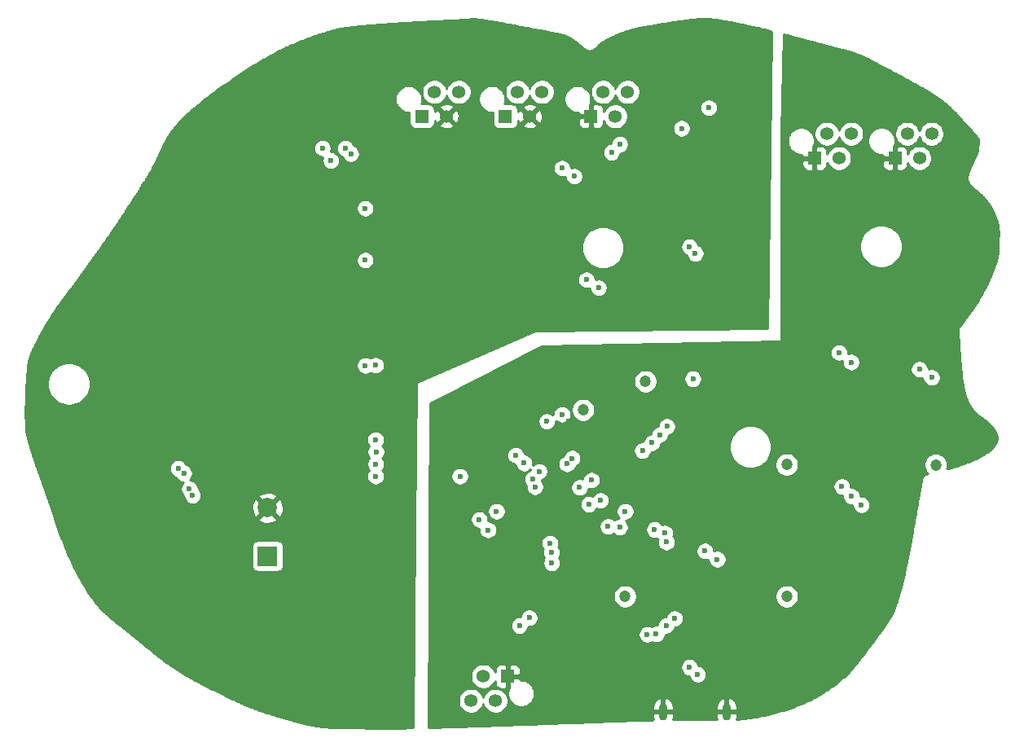
<source format=gbr>
%TF.GenerationSoftware,KiCad,Pcbnew,5.1.11*%
%TF.CreationDate,2021-11-21T12:03:26+02:00*%
%TF.ProjectId,Electronics,456c6563-7472-46f6-9e69-63732e6b6963,2.2*%
%TF.SameCoordinates,Original*%
%TF.FileFunction,Copper,L2,Inr*%
%TF.FilePolarity,Positive*%
%FSLAX46Y46*%
G04 Gerber Fmt 4.6, Leading zero omitted, Abs format (unit mm)*
G04 Created by KiCad (PCBNEW 5.1.11) date 2021-11-21 12:03:26*
%MOMM*%
%LPD*%
G01*
G04 APERTURE LIST*
%TA.AperFunction,ComponentPad*%
%ADD10O,0.900000X1.800000*%
%TD*%
%TA.AperFunction,ComponentPad*%
%ADD11C,2.000000*%
%TD*%
%TA.AperFunction,ComponentPad*%
%ADD12R,2.000000X2.000000*%
%TD*%
%TA.AperFunction,ComponentPad*%
%ADD13C,1.358000*%
%TD*%
%TA.AperFunction,ComponentPad*%
%ADD14R,1.358000X1.358000*%
%TD*%
%TA.AperFunction,ViaPad*%
%ADD15C,0.600000*%
%TD*%
%TA.AperFunction,ViaPad*%
%ADD16C,1.200000*%
%TD*%
%TA.AperFunction,ViaPad*%
%ADD17C,0.800000*%
%TD*%
%TA.AperFunction,Conductor*%
%ADD18C,0.254000*%
%TD*%
%TA.AperFunction,Conductor*%
%ADD19C,0.100000*%
%TD*%
G04 APERTURE END LIST*
D10*
%TO.N,GND*%
%TO.C,J16*%
X130000000Y-125000000D03*
X123400000Y-125000000D03*
%TD*%
D11*
%TO.N,Earth*%
%TO.C,C25*%
X82300000Y-103800000D03*
D12*
%TO.N,Vdrive*%
X82300000Y-108800000D03*
%TD*%
D13*
%TO.N,Net-(J12-Pad4)*%
%TO.C,Aim*%
X110810000Y-60560000D03*
%TO.N,Earth*%
X109540000Y-63100000D03*
%TO.N,/Aim-serv_PWM*%
X108270000Y-60560000D03*
D14*
%TO.N,+5VD*%
X107000000Y-63100000D03*
%TD*%
D13*
%TO.N,Net-(J11-Pad4)*%
%TO.C,Hold*%
X102160000Y-60560000D03*
%TO.N,Earth*%
X100890000Y-63100000D03*
%TO.N,/Hold-serv_PWM*%
X99620000Y-60560000D03*
D14*
%TO.N,+5VD*%
X98350000Y-63100000D03*
%TD*%
%TO.N,Earth*%
%TO.C,Thrower*%
X115900000Y-63100000D03*
D13*
%TO.N,/TRW_PWM*%
X117170000Y-60560000D03*
%TO.N,Net-(J10-Pad3)*%
X118440000Y-63100000D03*
%TO.N,Net-(J10-Pad4)*%
X119710000Y-60560000D03*
%TD*%
%TO.N,/MCU-mot3-enc_2*%
%TO.C,MOT3*%
X103440000Y-123840000D03*
%TO.N,/MCU-mot3-enc_1*%
X104710000Y-121300000D03*
%TO.N,+3V3*%
X105980000Y-123840000D03*
D14*
%TO.N,GND*%
X107250000Y-121300000D03*
%TD*%
D13*
%TO.N,/MCU-mot2-enc_2*%
%TO.C,MOT2*%
X151310000Y-64910000D03*
%TO.N,/MCU-mot2-enc_1*%
X150040000Y-67450000D03*
%TO.N,+3V3*%
X148770000Y-64910000D03*
D14*
%TO.N,GND*%
X147500000Y-67450000D03*
%TD*%
D13*
%TO.N,/MCU-mot1-enc_2*%
%TO.C,MOT1*%
X142960000Y-64910000D03*
%TO.N,/MCU-mot1-enc_1*%
X141690000Y-67450000D03*
%TO.N,+3V3*%
X140420000Y-64910000D03*
D14*
%TO.N,GND*%
X139150000Y-67450000D03*
%TD*%
D15*
%TO.N,GND*%
X102550000Y-105500000D03*
X102600000Y-94500000D03*
X113550000Y-94750000D03*
X119550000Y-95350000D03*
X118250000Y-93750000D03*
X114650000Y-110050000D03*
X113150000Y-113000000D03*
X114300000Y-114350000D03*
X120200000Y-120500000D03*
X101000000Y-114700000D03*
X101050000Y-111750000D03*
X101050000Y-108850000D03*
X112450000Y-119050000D03*
X117750000Y-117400000D03*
X115650000Y-123650000D03*
X134300000Y-123550000D03*
X129900000Y-114600000D03*
X132850000Y-110550000D03*
X132850000Y-105500000D03*
X130500000Y-99800000D03*
X133700000Y-93650000D03*
X143000000Y-109300000D03*
X142250000Y-115600000D03*
X148050000Y-106850000D03*
X139700000Y-104700000D03*
X139000000Y-96250000D03*
X142850000Y-92350000D03*
X145750000Y-85100000D03*
X147700000Y-81700000D03*
X138650000Y-78600000D03*
X139900000Y-72300000D03*
X138600000Y-85500000D03*
X154400000Y-77400000D03*
X140300000Y-59700000D03*
X147250000Y-61250000D03*
X103350000Y-91500000D03*
X107500000Y-89450000D03*
X114700000Y-106100000D03*
X118900000Y-102850000D03*
X132850000Y-90300000D03*
X124700000Y-91750000D03*
X119250000Y-90300000D03*
X128550000Y-119100000D03*
X133250000Y-119500000D03*
X133800000Y-116800000D03*
X128625000Y-122325000D03*
X122000000Y-122550000D03*
X123337500Y-121362500D03*
X153900000Y-96150000D03*
X153850000Y-94900000D03*
X153850000Y-92350000D03*
X131350000Y-122550000D03*
X118900000Y-97600000D03*
X103431250Y-102668750D03*
X145250000Y-94750000D03*
X110625000Y-91775000D03*
D16*
%TO.N,+3V3*%
X151735000Y-99315000D03*
X136250000Y-99300000D03*
X121580000Y-90650000D03*
X136250000Y-113000000D03*
X119450000Y-113000000D03*
X115087500Y-93612500D03*
D15*
%TO.N,Earth*%
X129500000Y-59300000D03*
X128150000Y-59300000D03*
X126800000Y-59300000D03*
X90800000Y-63450000D03*
X92150000Y-63450000D03*
X89450000Y-63450000D03*
X70100000Y-98400000D03*
X70100000Y-101100000D03*
X85300000Y-81000000D03*
X85300000Y-83700000D03*
X85300000Y-82300000D03*
X84300000Y-83000000D03*
X86300000Y-83000000D03*
X84300000Y-81700000D03*
X86300000Y-81700000D03*
X84300000Y-84400000D03*
X86300000Y-84400000D03*
X86300000Y-80400000D03*
X84300000Y-80400000D03*
D17*
X69350000Y-108050000D03*
X69350000Y-107050000D03*
X69350000Y-109050000D03*
X70350000Y-108050000D03*
X70350000Y-109050000D03*
X70350000Y-107050000D03*
X68350000Y-108050000D03*
X68350000Y-109050000D03*
X68350000Y-107050000D03*
D15*
X70100000Y-99700000D03*
X75112500Y-85737500D03*
X74600000Y-94900000D03*
X76450000Y-89800000D03*
X71500000Y-89800000D03*
X73950000Y-91750000D03*
X124400000Y-58600000D03*
X78650000Y-99000000D03*
X78550000Y-100700000D03*
X70150000Y-94550000D03*
X92800000Y-102700000D03*
X78300000Y-83100000D03*
X81050000Y-70450000D03*
X83050000Y-68000000D03*
X84750000Y-73650000D03*
X84750000Y-68750000D03*
X85900000Y-67400000D03*
X93500000Y-70400000D03*
X88900000Y-70900000D03*
X100550000Y-74300000D03*
X98600000Y-71700000D03*
X128900000Y-71300000D03*
X131400000Y-69400000D03*
X128900000Y-67400000D03*
X133900000Y-63750000D03*
X101100000Y-85550000D03*
X99850000Y-86850000D03*
X95550000Y-93200000D03*
X111000000Y-80550000D03*
X121250000Y-54800000D03*
X100050000Y-54000000D03*
X75700000Y-62400000D03*
X61000000Y-83300000D03*
X58550000Y-96150000D03*
X65050000Y-110150000D03*
X74150000Y-118600000D03*
X82300000Y-121650000D03*
X90800000Y-123450000D03*
X93800000Y-116700000D03*
X85750000Y-114650000D03*
X79500000Y-114650000D03*
X89500000Y-111600000D03*
X94900000Y-109200000D03*
X89650000Y-105000000D03*
X86000000Y-93500000D03*
X82450000Y-90800000D03*
X76500000Y-94250000D03*
X105800000Y-78500000D03*
X111100000Y-75150000D03*
X112550000Y-65950000D03*
X96550000Y-66100000D03*
X95950000Y-77000000D03*
X80650000Y-79100000D03*
X131550000Y-76050000D03*
X133350000Y-57750000D03*
X124150000Y-72650000D03*
X125050000Y-66750000D03*
X120200000Y-64350000D03*
X119250000Y-82050000D03*
X124000000Y-81000000D03*
X132850000Y-82100000D03*
X89950000Y-77000000D03*
X88050000Y-85350000D03*
X71700000Y-80550000D03*
X76500000Y-71450000D03*
X62600000Y-86800000D03*
X71400000Y-85250000D03*
X94750000Y-83100000D03*
%TO.N,/MCU-mot3-enc_2*%
X108479011Y-116029011D03*
X123742999Y-107357001D03*
X123727010Y-116022990D03*
X118895000Y-105805000D03*
%TO.N,/MCU-mot2-enc_2*%
X121251472Y-97851472D03*
X151310000Y-90240000D03*
%TO.N,/MCU-mot2-enc_1*%
X150040000Y-89390000D03*
X122247990Y-97027010D03*
%TO.N,/MCU-mot1-enc_2*%
X142950000Y-88650000D03*
X123050000Y-96200000D03*
%TO.N,/MCU-mot1-enc_1*%
X141690000Y-87660000D03*
X123800000Y-95325000D03*
%TO.N,/MCU-mot_off*%
X106092555Y-104157445D03*
X119470983Y-104157445D03*
%TO.N,/MCU-mot3-enc_1*%
X124613712Y-115286288D03*
X109484002Y-115215998D03*
%TO.N,/MCU_SWCLK*%
X142992990Y-102607010D03*
X122505000Y-106045000D03*
%TO.N,/MCU_SWDIO*%
X144015980Y-103484020D03*
X123575000Y-106425000D03*
%TO.N,/MCU-USB_DP*%
X122688981Y-116911019D03*
X127000000Y-121100000D03*
%TO.N,/MCU-USB_DM*%
X121750000Y-116950000D03*
X126150000Y-120350000D03*
%TO.N,/MCU-MOT3en_2*%
X104302991Y-104997009D03*
X117675000Y-105725000D03*
%TO.N,/MCU-MOT1en_2*%
X110525000Y-100000000D03*
X116900000Y-103020000D03*
%TO.N,/MCU-MOT1en_1*%
X109850000Y-100800000D03*
X115675000Y-103425000D03*
%TO.N,/MCU-mot_sleep*%
X105210000Y-106090000D03*
X111832842Y-109532842D03*
%TO.N,/MCU-Aim-serv_PWM*%
X129038979Y-109138979D03*
X111800000Y-108434316D03*
%TO.N,/MCU-Hold-serv_PWM*%
X127765000Y-108285000D03*
X111650000Y-107452944D03*
%TO.N,/MCU-TRW_PWM*%
X115965000Y-100915000D03*
X126500000Y-90380000D03*
%TO.N,/MCU-MOT3en_1*%
X110085000Y-101610000D03*
X102285000Y-100505000D03*
%TO.N,/MCU-MOT2en_2*%
X111320000Y-94805000D03*
X112900000Y-94075000D03*
%TO.N,/MCU_NRST*%
X114730000Y-101670000D03*
X141980000Y-101570000D03*
%TO.N,/MCU-debug-LED_G2*%
X108957009Y-99142991D03*
X113420000Y-99230000D03*
%TO.N,/MCU-debug-LED_G1*%
X108075000Y-98325000D03*
X113960000Y-98640000D03*
%TO.N,/Driver/MOT_sleep*%
X73600000Y-100200000D03*
X128150000Y-62200000D03*
X90375000Y-66425000D03*
X93565000Y-97965000D03*
X92450000Y-89000000D03*
X92450000Y-72650000D03*
X92450000Y-78050000D03*
%TO.N,/Driver/MOT_off*%
X73000000Y-99700000D03*
X125325000Y-64350000D03*
X93530000Y-96695000D03*
X93530000Y-88970000D03*
X88000000Y-66400000D03*
%TO.N,/Driver/MOT1en_1*%
X112895000Y-68480000D03*
X90947999Y-67002001D03*
%TO.N,/Driver/MOT1en_2*%
X114165000Y-69335000D03*
X88875000Y-67700000D03*
%TO.N,/Driver/MOT2en_1*%
X115435000Y-80090000D03*
X126150000Y-76650000D03*
%TO.N,/Driver/MOT2en_2*%
X116705000Y-80920000D03*
X126750000Y-77350000D03*
%TO.N,/Driver/MOT3en_1*%
X74500000Y-102500000D03*
X93530000Y-100505000D03*
%TO.N,/Driver/MOT3en_2*%
X74175000Y-101825000D03*
X93540000Y-99235000D03*
%TO.N,/Hold-serv_PWM*%
X118050000Y-66850000D03*
%TO.N,/Aim-serv_PWM*%
X118900000Y-66000000D03*
%TD*%
D18*
%TO.N,Earth*%
X103619445Y-52947617D02*
X103727501Y-52961688D01*
X103834494Y-52975848D01*
X103940348Y-52990083D01*
X104045433Y-53004448D01*
X104150684Y-53019068D01*
X104256085Y-53033940D01*
X104362884Y-53049241D01*
X104471176Y-53064984D01*
X104581534Y-53081246D01*
X104694227Y-53098062D01*
X104861564Y-53123376D01*
X105024476Y-53148414D01*
X105185085Y-53173515D01*
X105342969Y-53198623D01*
X105499256Y-53223914D01*
X105654933Y-53249555D01*
X105810055Y-53275556D01*
X105966245Y-53302189D01*
X106123929Y-53329522D01*
X106283560Y-53357630D01*
X106446097Y-53386673D01*
X106613139Y-53416930D01*
X106897222Y-53468775D01*
X107173660Y-53519391D01*
X107447432Y-53569685D01*
X107715466Y-53619092D01*
X107981685Y-53668342D01*
X108246601Y-53717525D01*
X108512941Y-53767150D01*
X108779596Y-53817012D01*
X109048368Y-53867445D01*
X109320563Y-53918691D01*
X109597240Y-53970948D01*
X109880304Y-54024571D01*
X110094387Y-54065287D01*
X110303675Y-54105272D01*
X110508183Y-54144527D01*
X110710492Y-54183546D01*
X110910882Y-54222395D01*
X111109307Y-54261060D01*
X111309230Y-54300222D01*
X111509502Y-54339653D01*
X111711581Y-54379639D01*
X111915373Y-54420165D01*
X112124418Y-54461925D01*
X112336263Y-54504426D01*
X112415589Y-54520749D01*
X112491450Y-54537113D01*
X112565114Y-54553789D01*
X112637273Y-54570934D01*
X112708382Y-54588660D01*
X112778797Y-54607058D01*
X112848969Y-54626248D01*
X112919376Y-54646363D01*
X112990462Y-54667517D01*
X113062735Y-54689873D01*
X113136496Y-54713507D01*
X113210705Y-54738071D01*
X113261859Y-54755783D01*
X113309347Y-54773238D01*
X113354788Y-54790986D01*
X113398496Y-54809132D01*
X113440970Y-54827866D01*
X113482580Y-54847342D01*
X113523759Y-54867754D01*
X113564852Y-54889280D01*
X113606318Y-54912169D01*
X113648480Y-54936619D01*
X113691742Y-54962889D01*
X113737601Y-54991941D01*
X113805384Y-55036110D01*
X113872441Y-55080545D01*
X113937564Y-55124480D01*
X114001120Y-55168169D01*
X114063594Y-55211947D01*
X114125220Y-55255987D01*
X114186536Y-55300664D01*
X114247740Y-55346130D01*
X114309278Y-55392710D01*
X114371525Y-55440681D01*
X114434811Y-55490293D01*
X114500412Y-55542553D01*
X114519208Y-55557631D01*
X114519237Y-55557660D01*
X114545520Y-55578747D01*
X114568200Y-55596948D01*
X114568218Y-55596960D01*
X114582911Y-55608749D01*
X114582929Y-55608766D01*
X114598948Y-55621617D01*
X114603876Y-55625571D01*
X114603901Y-55625596D01*
X114622425Y-55640452D01*
X114631935Y-55648082D01*
X114631946Y-55648089D01*
X114652866Y-55664872D01*
X114652886Y-55664885D01*
X114667087Y-55676272D01*
X114667143Y-55676327D01*
X114684321Y-55690094D01*
X114694818Y-55698513D01*
X114694847Y-55698532D01*
X114716074Y-55715553D01*
X114716099Y-55715569D01*
X114735275Y-55730937D01*
X114753531Y-55745573D01*
X114753592Y-55745632D01*
X114773659Y-55761701D01*
X114773662Y-55761704D01*
X114779045Y-55766014D01*
X114802458Y-55784778D01*
X114802552Y-55784839D01*
X114812867Y-55793098D01*
X114812905Y-55793135D01*
X114832214Y-55808590D01*
X114832247Y-55808622D01*
X114846380Y-55819930D01*
X114861904Y-55832359D01*
X114861940Y-55832383D01*
X114881250Y-55847838D01*
X114881297Y-55847868D01*
X114889915Y-55854764D01*
X114889961Y-55854809D01*
X114909430Y-55870380D01*
X114909445Y-55870395D01*
X114918673Y-55877775D01*
X114938939Y-55893991D01*
X114939000Y-55894031D01*
X114949307Y-55902274D01*
X114949354Y-55902320D01*
X114974786Y-55922649D01*
X114986928Y-55932359D01*
X114986987Y-55932417D01*
X115012163Y-55952547D01*
X115035788Y-55971459D01*
X115035935Y-55971555D01*
X115036632Y-55972112D01*
X115036670Y-55972149D01*
X115052847Y-55985080D01*
X115052869Y-55985101D01*
X115064300Y-55994236D01*
X115068995Y-55997990D01*
X115069018Y-55998013D01*
X115077654Y-56004913D01*
X115085164Y-56010917D01*
X115085171Y-56010924D01*
X115096005Y-56019577D01*
X115101407Y-56023895D01*
X115101427Y-56023914D01*
X115109826Y-56030619D01*
X115118057Y-56037197D01*
X115118099Y-56037224D01*
X115134218Y-56050102D01*
X115134261Y-56050130D01*
X115134303Y-56050164D01*
X115134320Y-56050180D01*
X115139988Y-56054704D01*
X115150457Y-56063065D01*
X115150484Y-56063083D01*
X115160334Y-56070945D01*
X115174971Y-56082633D01*
X115181128Y-56088318D01*
X115198200Y-56101228D01*
X115206712Y-56108552D01*
X115212790Y-56112822D01*
X115217475Y-56116562D01*
X115224552Y-56121154D01*
X115224642Y-56121222D01*
X115230298Y-56125844D01*
X115234094Y-56128369D01*
X115239385Y-56132370D01*
X115248449Y-56137918D01*
X115248732Y-56138106D01*
X115254263Y-56142428D01*
X115261161Y-56146802D01*
X115268763Y-56152142D01*
X115275166Y-56155759D01*
X115280262Y-56159559D01*
X115287950Y-56164194D01*
X115295241Y-56169044D01*
X115301440Y-56172341D01*
X115302503Y-56173015D01*
X115308451Y-56177228D01*
X115315354Y-56181163D01*
X115321451Y-56185029D01*
X115327367Y-56188011D01*
X115328978Y-56188930D01*
X115333991Y-56191952D01*
X115340116Y-56196025D01*
X115345455Y-56198864D01*
X115349196Y-56201119D01*
X115353993Y-56203403D01*
X115359548Y-56206356D01*
X115372420Y-56213694D01*
X115376515Y-56216202D01*
X115378545Y-56217186D01*
X115378668Y-56217256D01*
X115378944Y-56217379D01*
X115390043Y-56222758D01*
X115394073Y-56225620D01*
X115404904Y-56230471D01*
X115411239Y-56233839D01*
X115415282Y-56235503D01*
X115421104Y-56238667D01*
X115434814Y-56244457D01*
X115448213Y-56250951D01*
X115461306Y-56255777D01*
X115480136Y-56265827D01*
X115510962Y-56275158D01*
X115517515Y-56278289D01*
X115533288Y-56282307D01*
X115536866Y-56283626D01*
X115539464Y-56284037D01*
X115552599Y-56288432D01*
X115561664Y-56290504D01*
X115570567Y-56293199D01*
X115570877Y-56293260D01*
X115583391Y-56297151D01*
X115597036Y-56298590D01*
X115598675Y-56298965D01*
X115639681Y-56309411D01*
X115659192Y-56310448D01*
X115661252Y-56310927D01*
X115678888Y-56311495D01*
X115688413Y-56312001D01*
X115736980Y-56316754D01*
X115762801Y-56314195D01*
X115787254Y-56314982D01*
X115810370Y-56311152D01*
X115812519Y-56311169D01*
X115827341Y-56308341D01*
X115835479Y-56306992D01*
X115862434Y-56304321D01*
X115871039Y-56301705D01*
X115898595Y-56297730D01*
X115929153Y-56286934D01*
X115930788Y-56286578D01*
X115940881Y-56283315D01*
X115950820Y-56280646D01*
X115953593Y-56279600D01*
X115957050Y-56278746D01*
X115966098Y-56275540D01*
X115974985Y-56272920D01*
X115979024Y-56271284D01*
X115983783Y-56269959D01*
X115991781Y-56266860D01*
X115999727Y-56264291D01*
X116004724Y-56262114D01*
X116010171Y-56260425D01*
X116017607Y-56257291D01*
X116025214Y-56254596D01*
X116030635Y-56252053D01*
X116036338Y-56250099D01*
X116043656Y-56246758D01*
X116051131Y-56243862D01*
X116056432Y-56241184D01*
X116061960Y-56239109D01*
X116069201Y-56235547D01*
X116076691Y-56232390D01*
X116081841Y-56229596D01*
X116087157Y-56227425D01*
X116094455Y-56223570D01*
X116102007Y-56220123D01*
X116106809Y-56217333D01*
X116111735Y-56215157D01*
X116119099Y-56210998D01*
X116126769Y-56207225D01*
X116130908Y-56204657D01*
X116134879Y-56202778D01*
X116142715Y-56198080D01*
X116151102Y-56193650D01*
X116154377Y-56191485D01*
X116157426Y-56189947D01*
X116165929Y-56184553D01*
X116174821Y-56179531D01*
X116176092Y-56178639D01*
X116176490Y-56178428D01*
X116186111Y-56172062D01*
X116197167Y-56165433D01*
X116200881Y-56162677D01*
X116207056Y-56158460D01*
X116218929Y-56150928D01*
X116220271Y-56149879D01*
X116229781Y-56143165D01*
X116236599Y-56138653D01*
X116238463Y-56137554D01*
X116240416Y-56136128D01*
X116241565Y-56135367D01*
X116242522Y-56134589D01*
X116249873Y-56129219D01*
X116257546Y-56123979D01*
X116259081Y-56123038D01*
X116260541Y-56121933D01*
X116261320Y-56121401D01*
X116262031Y-56120805D01*
X116270098Y-56114700D01*
X116278268Y-56108932D01*
X116279460Y-56108173D01*
X116280519Y-56107342D01*
X116281116Y-56106921D01*
X116281696Y-56106419D01*
X116290046Y-56099871D01*
X116298887Y-56093412D01*
X116299700Y-56092875D01*
X116300382Y-56092321D01*
X116300825Y-56091997D01*
X116301278Y-56091592D01*
X116310032Y-56084476D01*
X116319088Y-56077622D01*
X116319690Y-56077209D01*
X116320182Y-56076795D01*
X116320558Y-56076510D01*
X116320951Y-56076146D01*
X116329741Y-56068742D01*
X116338673Y-56061738D01*
X116339074Y-56061452D01*
X116339406Y-56061162D01*
X116340075Y-56060638D01*
X116340761Y-56059981D01*
X116349008Y-56052794D01*
X116357580Y-56045827D01*
X116358061Y-56045472D01*
X116358478Y-56045096D01*
X116359475Y-56044286D01*
X116360448Y-56043322D01*
X116368129Y-56036404D01*
X116375802Y-56029940D01*
X116376575Y-56029352D01*
X116377298Y-56028680D01*
X116378655Y-56027537D01*
X116379874Y-56026286D01*
X116386666Y-56019974D01*
X116393687Y-56013855D01*
X116394576Y-56013158D01*
X116395481Y-56012292D01*
X116397295Y-56010711D01*
X116398784Y-56009131D01*
X116404768Y-56003404D01*
X116409433Y-55999202D01*
X116410175Y-55998609D01*
X116411168Y-55997640D01*
X116415596Y-55993652D01*
X116418344Y-55990639D01*
X116420565Y-55988472D01*
X116433492Y-55976459D01*
X116436605Y-55972937D01*
X116450946Y-55959213D01*
X116452261Y-55957680D01*
X116459060Y-55950915D01*
X116462669Y-55947394D01*
X116463618Y-55946610D01*
X116468273Y-55941926D01*
X116470933Y-55939331D01*
X116471379Y-55938801D01*
X116475960Y-55934192D01*
X116480198Y-55930019D01*
X116481116Y-55929252D01*
X116485169Y-55925125D01*
X116488242Y-55922100D01*
X116488813Y-55921415D01*
X116493500Y-55916643D01*
X116497444Y-55912718D01*
X116498357Y-55911946D01*
X116502235Y-55907951D01*
X116505559Y-55904643D01*
X116506200Y-55903866D01*
X116510408Y-55899531D01*
X116514565Y-55895348D01*
X116515427Y-55894610D01*
X116518997Y-55890889D01*
X116522639Y-55887224D01*
X116523357Y-55886343D01*
X116527464Y-55882062D01*
X116531560Y-55877892D01*
X116532437Y-55877132D01*
X116536056Y-55873314D01*
X116539645Y-55869660D01*
X116540354Y-55868780D01*
X116544436Y-55864474D01*
X116548489Y-55860298D01*
X116549322Y-55859568D01*
X116552781Y-55855876D01*
X116556469Y-55852077D01*
X116557191Y-55851170D01*
X116561077Y-55847023D01*
X116565368Y-55842550D01*
X116566090Y-55841910D01*
X116569179Y-55838577D01*
X116573188Y-55834398D01*
X116573949Y-55833431D01*
X116577740Y-55829340D01*
X116582225Y-55824609D01*
X116582918Y-55823988D01*
X116586005Y-55820622D01*
X116589903Y-55816509D01*
X116590612Y-55815597D01*
X116594609Y-55811237D01*
X116599148Y-55806393D01*
X116599781Y-55805820D01*
X116602742Y-55802557D01*
X116606572Y-55798470D01*
X116607233Y-55797610D01*
X116611181Y-55793259D01*
X116623200Y-55780291D01*
X116624245Y-55778914D01*
X116639955Y-55761780D01*
X116640450Y-55761120D01*
X116664115Y-55735453D01*
X116690748Y-55707783D01*
X116716877Y-55681840D01*
X116742648Y-55657439D01*
X116768348Y-55634274D01*
X116794255Y-55612073D01*
X116820741Y-55590513D01*
X116848081Y-55569372D01*
X116876673Y-55548368D01*
X116906835Y-55527291D01*
X116938863Y-55505978D01*
X116974952Y-55483058D01*
X117039427Y-55443285D01*
X117104395Y-55403786D01*
X117168138Y-55365621D01*
X117231068Y-55328544D01*
X117293603Y-55292317D01*
X117355975Y-55256805D01*
X117418615Y-55221766D01*
X117481984Y-55186942D01*
X117546174Y-55152277D01*
X117611937Y-55117363D01*
X117679203Y-55082231D01*
X117748670Y-55046512D01*
X117829945Y-55005326D01*
X117909281Y-54965731D01*
X117987258Y-54927449D01*
X118064282Y-54890290D01*
X118140559Y-54854156D01*
X118216669Y-54818773D01*
X118293221Y-54783866D01*
X118370238Y-54749419D01*
X118448502Y-54715078D01*
X118528342Y-54680697D01*
X118609929Y-54646193D01*
X118694143Y-54611187D01*
X118780734Y-54575765D01*
X118865363Y-54541707D01*
X118948526Y-54508821D01*
X119030454Y-54477029D01*
X119111671Y-54446131D01*
X119192701Y-54415929D01*
X119273989Y-54386254D01*
X119355791Y-54357017D01*
X119438836Y-54327953D01*
X119523192Y-54299036D01*
X119609833Y-54269925D01*
X119698075Y-54240834D01*
X119819888Y-54201671D01*
X119938277Y-54164895D01*
X120054529Y-54130114D01*
X120169129Y-54097201D01*
X120282764Y-54065962D01*
X120396149Y-54036207D01*
X120509784Y-54007801D01*
X120624448Y-53980552D01*
X120740801Y-53954302D01*
X120859316Y-53928929D01*
X120980877Y-53904238D01*
X121107037Y-53879904D01*
X121328110Y-53838573D01*
X121544943Y-53798531D01*
X121758350Y-53759638D01*
X121968409Y-53721896D01*
X122176674Y-53685026D01*
X122384151Y-53648856D01*
X122591587Y-53613253D01*
X122800495Y-53577962D01*
X123011253Y-53542911D01*
X123225059Y-53507895D01*
X123443150Y-53472712D01*
X123665940Y-53437273D01*
X123889228Y-53402228D01*
X124107461Y-53368482D01*
X124321760Y-53335860D01*
X124533023Y-53304236D01*
X124742450Y-53273440D01*
X124950913Y-53243345D01*
X125159681Y-53213769D01*
X125369279Y-53184637D01*
X125580729Y-53155801D01*
X125795826Y-53127006D01*
X126014924Y-53098204D01*
X126237735Y-53069421D01*
X126366136Y-53053574D01*
X126490139Y-53039493D01*
X126611783Y-53026955D01*
X126731413Y-53015935D01*
X126849740Y-53006382D01*
X126967599Y-52998226D01*
X127085478Y-52991443D01*
X127204120Y-52985979D01*
X127324190Y-52981807D01*
X127446372Y-52978887D01*
X127571276Y-52977198D01*
X127699157Y-52976717D01*
X127815009Y-52977481D01*
X127927346Y-52979573D01*
X128037079Y-52983026D01*
X128144737Y-52987862D01*
X128250979Y-52994122D01*
X128356505Y-53001848D01*
X128461971Y-53011085D01*
X128567907Y-53021884D01*
X128674994Y-53034310D01*
X128783867Y-53048428D01*
X128895139Y-53064311D01*
X129010506Y-53082203D01*
X129203437Y-53113544D01*
X129393071Y-53144951D01*
X129579283Y-53176426D01*
X129762240Y-53208002D01*
X129943688Y-53239986D01*
X130124143Y-53272477D01*
X130304515Y-53305639D01*
X130485405Y-53339584D01*
X130668080Y-53374540D01*
X130853353Y-53410660D01*
X131041880Y-53448059D01*
X131234897Y-53486973D01*
X131474385Y-53535957D01*
X131708519Y-53584543D01*
X131938197Y-53632928D01*
X132164264Y-53681308D01*
X132388230Y-53730008D01*
X132610871Y-53779204D01*
X132833387Y-53829166D01*
X133056695Y-53880095D01*
X133282088Y-53932284D01*
X133510728Y-53985993D01*
X133743117Y-54041326D01*
X133981280Y-54098751D01*
X134256904Y-54165852D01*
X134526386Y-54231991D01*
X134710540Y-54277574D01*
X134274764Y-85174030D01*
X110198950Y-85373004D01*
X110174195Y-85375649D01*
X110149743Y-85383367D01*
X97849743Y-90683367D01*
X97827955Y-90695413D01*
X97808935Y-90711477D01*
X97793415Y-90730944D01*
X97781991Y-90753065D01*
X97775102Y-90776989D01*
X97773006Y-90798726D01*
X97623006Y-105748726D01*
X97623004Y-105748946D01*
X97449551Y-126650039D01*
X97351219Y-126651768D01*
X97087179Y-126655895D01*
X96821549Y-126659538D01*
X96551615Y-126662743D01*
X96276593Y-126665525D01*
X95995033Y-126667907D01*
X95691244Y-126670044D01*
X95394940Y-126671741D01*
X95103455Y-126673003D01*
X94815484Y-126673828D01*
X94530644Y-126674210D01*
X94247405Y-126674153D01*
X93964245Y-126673652D01*
X93679445Y-126672707D01*
X93392060Y-126671316D01*
X93099944Y-126669474D01*
X92803112Y-126667187D01*
X92499600Y-126664449D01*
X92226009Y-126661669D01*
X91959575Y-126658665D01*
X91696397Y-126655384D01*
X91438619Y-126651850D01*
X91181874Y-126647999D01*
X90927040Y-126643840D01*
X90672790Y-126639354D01*
X90416234Y-126634490D01*
X90156863Y-126629238D01*
X89895090Y-126623612D01*
X89627880Y-126617552D01*
X89355901Y-126611081D01*
X89221441Y-126607351D01*
X89091454Y-126602804D01*
X88964006Y-126597366D01*
X88838742Y-126591007D01*
X88714830Y-126583680D01*
X88591662Y-126575340D01*
X88468592Y-126565944D01*
X88344878Y-126555437D01*
X88219923Y-126543772D01*
X88093184Y-126530908D01*
X87963668Y-126516756D01*
X87831383Y-126501332D01*
X87708556Y-126486066D01*
X87589053Y-126470145D01*
X87472377Y-126453491D01*
X87357797Y-126435987D01*
X87244722Y-126417536D01*
X87132472Y-126398023D01*
X87020389Y-126377332D01*
X86907841Y-126355345D01*
X86794393Y-126331984D01*
X86679144Y-126307072D01*
X86561723Y-126280539D01*
X86440472Y-126252020D01*
X86259129Y-126208303D01*
X86081645Y-126164969D01*
X85907325Y-126121831D01*
X85735470Y-126078708D01*
X85565647Y-126035484D01*
X85396655Y-125991850D01*
X85228104Y-125947703D01*
X85058488Y-125902653D01*
X84887563Y-125856634D01*
X84714452Y-125809421D01*
X84537995Y-125760706D01*
X84357535Y-125710318D01*
X84168332Y-125656913D01*
X83983650Y-125604187D01*
X83802332Y-125551793D01*
X83624127Y-125499652D01*
X83447732Y-125447376D01*
X83272167Y-125394669D01*
X83097094Y-125341427D01*
X82921175Y-125287247D01*
X82743694Y-125231911D01*
X82564054Y-125175241D01*
X82380846Y-125116801D01*
X82194110Y-125056620D01*
X82039109Y-125006009D01*
X81888281Y-124955906D01*
X81740729Y-124906000D01*
X81595683Y-124856016D01*
X81452382Y-124805685D01*
X81310129Y-124754753D01*
X81168162Y-124702951D01*
X81025767Y-124650016D01*
X80882196Y-124595674D01*
X80736910Y-124539734D01*
X80588785Y-124481775D01*
X80437639Y-124421741D01*
X80306073Y-124368812D01*
X80177778Y-124316575D01*
X80052083Y-124264745D01*
X79928593Y-124213148D01*
X79806704Y-124161529D01*
X79685442Y-124109468D01*
X79564732Y-124056933D01*
X79443349Y-124003391D01*
X79321163Y-123948788D01*
X79197190Y-123892691D01*
X79071431Y-123835112D01*
X78942299Y-123775334D01*
X78773569Y-123696630D01*
X78608677Y-123619327D01*
X78446818Y-123543040D01*
X78287733Y-123467638D01*
X78129625Y-123392266D01*
X77973191Y-123317250D01*
X77816765Y-123241795D01*
X77659390Y-123165438D01*
X77500858Y-123088080D01*
X77340415Y-123009360D01*
X77176925Y-122928725D01*
X77010276Y-122846131D01*
X76843979Y-122763333D01*
X76681745Y-122682166D01*
X76522909Y-122602290D01*
X76366410Y-122523164D01*
X76211737Y-122444528D01*
X76057865Y-122365857D01*
X75904194Y-122286841D01*
X75749563Y-122206885D01*
X75593964Y-122125986D01*
X75436446Y-122043658D01*
X75275967Y-121959362D01*
X75112427Y-121873053D01*
X74990357Y-121808159D01*
X74871719Y-121744415D01*
X74755797Y-121681422D01*
X74642098Y-121618906D01*
X74529596Y-121556293D01*
X74418281Y-121493577D01*
X74307037Y-121430124D01*
X74195784Y-121365891D01*
X74083579Y-121300339D01*
X73969988Y-121233220D01*
X73854507Y-121164247D01*
X73736304Y-121092937D01*
X73640685Y-121034833D01*
X73547145Y-120977693D01*
X73455642Y-120921486D01*
X73365613Y-120865862D01*
X73276876Y-120810707D01*
X73188006Y-120755128D01*
X73099949Y-120699718D01*
X73011368Y-120643639D01*
X72922221Y-120586865D01*
X72831703Y-120528886D01*
X72739489Y-120469498D01*
X72645619Y-120408735D01*
X72569011Y-120358810D01*
X72494651Y-120309918D01*
X72421922Y-120261642D01*
X72350618Y-120213843D01*
X72280151Y-120166118D01*
X72210383Y-120118372D01*
X72140771Y-120070234D01*
X72071205Y-120021629D01*
X72000957Y-119972050D01*
X71929858Y-119921382D01*
X71857552Y-119869377D01*
X71783598Y-119815727D01*
X71699692Y-119754403D01*
X71617759Y-119694105D01*
X71537748Y-119634785D01*
X71458984Y-119575935D01*
X71381352Y-119517465D01*
X71304293Y-119458954D01*
X71227489Y-119400157D01*
X71150671Y-119340867D01*
X71072960Y-119280414D01*
X70994617Y-119219001D01*
X70914817Y-119155990D01*
X70832728Y-119090727D01*
X70708869Y-118991836D01*
X70587067Y-118894384D01*
X70466999Y-118798105D01*
X70350491Y-118704462D01*
X70233304Y-118610045D01*
X70117932Y-118516862D01*
X70002405Y-118423322D01*
X69886120Y-118328935D01*
X69769081Y-118233705D01*
X69650540Y-118137028D01*
X69529635Y-118038203D01*
X69408197Y-117938737D01*
X69369266Y-117906834D01*
X69369152Y-117906720D01*
X69344865Y-117886838D01*
X69320765Y-117867088D01*
X69320632Y-117866999D01*
X69308846Y-117857351D01*
X69308733Y-117857238D01*
X69284270Y-117837232D01*
X69260331Y-117817634D01*
X69260191Y-117817541D01*
X69249474Y-117808776D01*
X69249344Y-117808647D01*
X69224999Y-117788761D01*
X69200943Y-117769088D01*
X69200792Y-117768988D01*
X69190872Y-117760884D01*
X69190746Y-117760759D01*
X69165898Y-117740484D01*
X69142313Y-117721219D01*
X69142172Y-117721126D01*
X69132773Y-117713456D01*
X69132641Y-117713325D01*
X69107511Y-117692844D01*
X69084206Y-117673828D01*
X69084055Y-117673727D01*
X69074914Y-117666278D01*
X69074781Y-117666146D01*
X69050372Y-117646277D01*
X69026321Y-117626675D01*
X69026167Y-117626573D01*
X69017026Y-117619132D01*
X69016900Y-117619007D01*
X68992664Y-117599301D01*
X68968410Y-117579557D01*
X68968262Y-117579459D01*
X68958846Y-117571803D01*
X68958715Y-117571673D01*
X68934511Y-117552016D01*
X68910211Y-117532257D01*
X68910057Y-117532155D01*
X68900105Y-117524073D01*
X68899980Y-117523949D01*
X68875075Y-117503745D01*
X68851435Y-117484545D01*
X68851296Y-117484453D01*
X68840533Y-117475721D01*
X68840417Y-117475607D01*
X68816698Y-117456385D01*
X68791842Y-117436220D01*
X68791700Y-117436126D01*
X68779873Y-117426541D01*
X68779767Y-117426437D01*
X68755990Y-117407186D01*
X68731150Y-117387056D01*
X68731020Y-117386970D01*
X68717865Y-117376320D01*
X68717766Y-117376222D01*
X68692658Y-117355911D01*
X68669107Y-117336844D01*
X68668998Y-117336772D01*
X68651055Y-117322258D01*
X68650965Y-117322169D01*
X68627014Y-117302811D01*
X68602276Y-117282799D01*
X68602167Y-117282727D01*
X68585690Y-117269409D01*
X68585597Y-117269318D01*
X68560659Y-117249178D01*
X68536896Y-117229971D01*
X68536787Y-117229900D01*
X68521459Y-117217521D01*
X68521361Y-117217424D01*
X68496386Y-117197272D01*
X68472658Y-117178109D01*
X68472544Y-117178034D01*
X68458070Y-117166355D01*
X68457968Y-117166255D01*
X68434354Y-117147219D01*
X68409260Y-117126971D01*
X68409133Y-117126888D01*
X68395246Y-117115693D01*
X68395135Y-117115584D01*
X68369378Y-117094840D01*
X68346409Y-117076324D01*
X68346292Y-117076247D01*
X68332674Y-117065280D01*
X68332564Y-117065172D01*
X68307859Y-117045295D01*
X68283827Y-117025940D01*
X68283702Y-117025858D01*
X68270081Y-117014899D01*
X68269976Y-117014796D01*
X68245524Y-116995141D01*
X68221214Y-116975581D01*
X68221092Y-116975501D01*
X68207182Y-116964319D01*
X68207082Y-116964222D01*
X68182667Y-116944614D01*
X68158293Y-116925021D01*
X68158177Y-116924945D01*
X68143683Y-116913305D01*
X68143578Y-116913202D01*
X68118796Y-116893317D01*
X68094773Y-116874024D01*
X68094653Y-116873946D01*
X68079283Y-116861613D01*
X68079192Y-116861524D01*
X68054530Y-116841752D01*
X68030351Y-116822351D01*
X68030246Y-116822282D01*
X68013710Y-116809025D01*
X68013625Y-116808942D01*
X67988906Y-116789139D01*
X67964757Y-116769778D01*
X67964654Y-116769711D01*
X67946658Y-116755294D01*
X67946575Y-116755213D01*
X67923339Y-116736613D01*
X67897691Y-116716066D01*
X67897584Y-116715996D01*
X67884576Y-116705583D01*
X67884482Y-116705492D01*
X67858998Y-116685109D01*
X67835590Y-116666371D01*
X67835485Y-116666303D01*
X67823811Y-116656965D01*
X67823712Y-116656869D01*
X67798464Y-116636692D01*
X67774819Y-116617780D01*
X67774711Y-116617710D01*
X67764098Y-116609228D01*
X67764001Y-116609134D01*
X67740184Y-116590118D01*
X67715098Y-116570070D01*
X67714979Y-116569992D01*
X67705184Y-116562172D01*
X67705078Y-116562069D01*
X67680307Y-116542309D01*
X67656166Y-116523034D01*
X67656044Y-116522955D01*
X67646775Y-116515561D01*
X67646670Y-116515459D01*
X67622282Y-116496023D01*
X67597745Y-116476450D01*
X67597621Y-116476370D01*
X67588617Y-116469193D01*
X67588512Y-116469092D01*
X67564265Y-116449787D01*
X67539570Y-116430106D01*
X67539445Y-116430025D01*
X67530443Y-116422857D01*
X67530333Y-116422751D01*
X67505759Y-116403204D01*
X67481374Y-116383789D01*
X67481247Y-116383707D01*
X67471975Y-116376331D01*
X67471871Y-116376231D01*
X67446949Y-116356426D01*
X67422882Y-116337282D01*
X67422765Y-116337206D01*
X67412939Y-116329398D01*
X67412834Y-116329296D01*
X67388206Y-116309742D01*
X67363838Y-116290377D01*
X67363717Y-116290299D01*
X67353083Y-116281856D01*
X67352989Y-116281765D01*
X67328214Y-116262111D01*
X67303946Y-116242843D01*
X67303838Y-116242774D01*
X67292122Y-116233479D01*
X67292031Y-116233391D01*
X67268394Y-116214655D01*
X67242977Y-116194492D01*
X67242863Y-116194418D01*
X67229730Y-116184009D01*
X67229584Y-116183868D01*
X67205239Y-116164596D01*
X67184030Y-116147786D01*
X67183928Y-116147687D01*
X67159747Y-116128584D01*
X67139251Y-116112360D01*
X67139198Y-116112309D01*
X67136530Y-116110206D01*
X67135119Y-116109089D01*
X67135086Y-116109068D01*
X67114567Y-116092894D01*
X67095260Y-116077642D01*
X67095201Y-116077585D01*
X67092293Y-116075298D01*
X67090378Y-116073785D01*
X67090330Y-116073754D01*
X67070864Y-116058445D01*
X67051804Y-116043421D01*
X67051730Y-116043350D01*
X67048329Y-116040682D01*
X67046363Y-116039132D01*
X67046313Y-116039100D01*
X67027129Y-116024049D01*
X67008687Y-116009545D01*
X67008621Y-116009482D01*
X67005688Y-116007186D01*
X67002880Y-116004978D01*
X67002806Y-116004931D01*
X66984045Y-115990247D01*
X66965724Y-115975873D01*
X66965655Y-115975807D01*
X66962592Y-115973415D01*
X66959721Y-115971163D01*
X66959645Y-115971115D01*
X66941259Y-115956759D01*
X66922728Y-115942255D01*
X66922665Y-115942195D01*
X66919868Y-115940017D01*
X66916727Y-115937558D01*
X66916644Y-115937505D01*
X66897894Y-115922901D01*
X66879499Y-115908538D01*
X66879431Y-115908474D01*
X66876409Y-115906126D01*
X66873676Y-115903992D01*
X66873604Y-115903947D01*
X66855062Y-115889539D01*
X66835837Y-115874564D01*
X66835793Y-115874523D01*
X66833799Y-115872977D01*
X66830403Y-115870332D01*
X66830316Y-115870277D01*
X66811059Y-115855348D01*
X66791581Y-115840213D01*
X66791533Y-115840168D01*
X66789246Y-115838399D01*
X66786685Y-115836409D01*
X66786623Y-115836370D01*
X66766862Y-115821084D01*
X66746503Y-115805301D01*
X66746485Y-115805284D01*
X66745589Y-115804592D01*
X66742369Y-115802096D01*
X66742295Y-115802050D01*
X66722007Y-115786387D01*
X66697233Y-115767224D01*
X66696968Y-115767057D01*
X66676283Y-115751090D01*
X66636673Y-115720447D01*
X66598875Y-115691013D01*
X66561761Y-115661912D01*
X66525609Y-115633357D01*
X66489615Y-115604713D01*
X66454152Y-115576273D01*
X66418771Y-115547679D01*
X66383467Y-115518929D01*
X66347602Y-115489502D01*
X66311201Y-115459419D01*
X66274475Y-115428858D01*
X66236208Y-115396810D01*
X66193660Y-115360989D01*
X66151553Y-115325381D01*
X66110524Y-115290515D01*
X66070283Y-115256147D01*
X66030453Y-115221952D01*
X65990953Y-115187859D01*
X65951415Y-115153548D01*
X65912311Y-115119435D01*
X65872138Y-115084204D01*
X65831828Y-115048676D01*
X65790935Y-115012463D01*
X65748702Y-114974893D01*
X65708508Y-114938980D01*
X65669490Y-114903964D01*
X65631300Y-114869524D01*
X65593761Y-114835499D01*
X65556652Y-114801688D01*
X65519842Y-114767969D01*
X65483202Y-114734225D01*
X65446690Y-114700418D01*
X65409371Y-114665683D01*
X65371911Y-114630640D01*
X65333715Y-114594738D01*
X65294704Y-114557903D01*
X65265406Y-114530057D01*
X65237231Y-114503025D01*
X65209919Y-114476558D01*
X65183168Y-114450362D01*
X65157023Y-114424479D01*
X65131142Y-114398573D01*
X65105359Y-114372474D01*
X65079512Y-114346021D01*
X65053615Y-114319227D01*
X65027405Y-114291822D01*
X65000341Y-114263240D01*
X64973887Y-114235039D01*
X64851418Y-114102262D01*
X64734564Y-113972212D01*
X64622038Y-113843438D01*
X64513202Y-113715172D01*
X64407534Y-113586770D01*
X64304448Y-113457513D01*
X64203383Y-113326690D01*
X64103755Y-113193549D01*
X64005030Y-113057393D01*
X63906624Y-112917443D01*
X63808079Y-112773085D01*
X63708464Y-112622994D01*
X63590239Y-112440985D01*
X63475851Y-112261835D01*
X63365191Y-112085305D01*
X63257664Y-111910400D01*
X63152819Y-111736353D01*
X63050167Y-111562334D01*
X62949115Y-111387333D01*
X62849171Y-111210504D01*
X62749766Y-111030857D01*
X62650474Y-110847662D01*
X62550719Y-110659902D01*
X62449979Y-110466660D01*
X62337321Y-110246803D01*
X62228628Y-110030976D01*
X62123639Y-109818584D01*
X62021872Y-109608591D01*
X61922806Y-109399887D01*
X61825955Y-109191422D01*
X61730839Y-108982150D01*
X61637003Y-108771081D01*
X61543939Y-108557101D01*
X61451174Y-108339166D01*
X61358177Y-108116094D01*
X61264539Y-107886984D01*
X61229584Y-107800000D01*
X80661928Y-107800000D01*
X80661928Y-109800000D01*
X80674188Y-109924482D01*
X80710498Y-110044180D01*
X80769463Y-110154494D01*
X80848815Y-110251185D01*
X80945506Y-110330537D01*
X81055820Y-110389502D01*
X81175518Y-110425812D01*
X81300000Y-110438072D01*
X83300000Y-110438072D01*
X83424482Y-110425812D01*
X83544180Y-110389502D01*
X83654494Y-110330537D01*
X83751185Y-110251185D01*
X83830537Y-110154494D01*
X83889502Y-110044180D01*
X83925812Y-109924482D01*
X83938072Y-109800000D01*
X83938072Y-107800000D01*
X83925812Y-107675518D01*
X83889502Y-107555820D01*
X83830537Y-107445506D01*
X83751185Y-107348815D01*
X83654494Y-107269463D01*
X83544180Y-107210498D01*
X83424482Y-107174188D01*
X83300000Y-107161928D01*
X81300000Y-107161928D01*
X81175518Y-107174188D01*
X81055820Y-107210498D01*
X80945506Y-107269463D01*
X80848815Y-107348815D01*
X80769463Y-107445506D01*
X80710498Y-107555820D01*
X80674188Y-107675518D01*
X80661928Y-107800000D01*
X61229584Y-107800000D01*
X61163326Y-107635127D01*
X61065710Y-107388407D01*
X60971317Y-107145787D01*
X60879657Y-106905946D01*
X60790449Y-106668100D01*
X60703193Y-106430894D01*
X60617421Y-106193046D01*
X60532728Y-105953434D01*
X60448727Y-105710998D01*
X60364940Y-105464412D01*
X60280994Y-105212641D01*
X60196152Y-104953556D01*
X60190254Y-104935413D01*
X81344192Y-104935413D01*
X81439956Y-105199814D01*
X81729571Y-105340704D01*
X82041108Y-105422384D01*
X82362595Y-105441718D01*
X82681675Y-105397961D01*
X82986088Y-105292795D01*
X83160044Y-105199814D01*
X83255808Y-104935413D01*
X82300000Y-103979605D01*
X81344192Y-104935413D01*
X60190254Y-104935413D01*
X60181729Y-104909195D01*
X60181664Y-104908900D01*
X60171740Y-104878471D01*
X60162379Y-104849678D01*
X60162264Y-104849416D01*
X60157749Y-104835570D01*
X60157679Y-104835255D01*
X60147870Y-104805279D01*
X60138355Y-104776104D01*
X60138229Y-104775816D01*
X60134114Y-104763241D01*
X60134042Y-104762919D01*
X60124333Y-104733353D01*
X60114666Y-104703810D01*
X60114531Y-104703503D01*
X60110723Y-104691906D01*
X60110648Y-104691572D01*
X60100921Y-104662058D01*
X60091215Y-104632500D01*
X60091077Y-104632186D01*
X60087465Y-104621227D01*
X60087389Y-104620890D01*
X60077725Y-104591674D01*
X60067897Y-104561852D01*
X60067755Y-104561530D01*
X60064237Y-104550895D01*
X60064157Y-104550542D01*
X60054277Y-104520784D01*
X60044605Y-104491543D01*
X60044461Y-104491218D01*
X60040929Y-104480581D01*
X60040851Y-104480237D01*
X60030926Y-104450451D01*
X60021228Y-104421242D01*
X60021087Y-104420926D01*
X60017438Y-104409973D01*
X60017360Y-104409633D01*
X60007429Y-104379938D01*
X59997673Y-104350659D01*
X59997533Y-104350345D01*
X59993659Y-104338761D01*
X59993585Y-104338439D01*
X59983645Y-104308818D01*
X59973824Y-104279450D01*
X59973690Y-104279151D01*
X59969487Y-104266627D01*
X59969417Y-104266321D01*
X59959442Y-104236690D01*
X59949587Y-104207322D01*
X59949460Y-104207038D01*
X59944814Y-104193239D01*
X59944747Y-104192949D01*
X59934613Y-104162938D01*
X59924852Y-104133942D01*
X59924728Y-104133667D01*
X59919552Y-104118338D01*
X59919500Y-104118115D01*
X59909334Y-104088081D01*
X59899508Y-104058982D01*
X59899417Y-104058780D01*
X59888653Y-104026978D01*
X59888616Y-104026820D01*
X59878422Y-103996753D01*
X59868549Y-103967582D01*
X59868484Y-103967439D01*
X59858397Y-103937685D01*
X59858358Y-103937518D01*
X59848385Y-103908154D01*
X59838266Y-103878306D01*
X59838194Y-103878147D01*
X59832913Y-103862595D01*
X80658282Y-103862595D01*
X80702039Y-104181675D01*
X80807205Y-104486088D01*
X80900186Y-104660044D01*
X81164587Y-104755808D01*
X82120395Y-103800000D01*
X82479605Y-103800000D01*
X83435413Y-104755808D01*
X83699814Y-104660044D01*
X83840704Y-104370429D01*
X83922384Y-104058892D01*
X83941718Y-103737405D01*
X83897961Y-103418325D01*
X83792795Y-103113912D01*
X83699814Y-102939956D01*
X83435413Y-102844192D01*
X82479605Y-103800000D01*
X82120395Y-103800000D01*
X81164587Y-102844192D01*
X80900186Y-102939956D01*
X80759296Y-103229571D01*
X80677616Y-103541108D01*
X80658282Y-103862595D01*
X59832913Y-103862595D01*
X59828626Y-103849975D01*
X59828585Y-103849799D01*
X59818489Y-103820127D01*
X59808469Y-103790624D01*
X59808394Y-103790458D01*
X59799210Y-103763468D01*
X59799168Y-103763288D01*
X59788891Y-103733141D01*
X59779020Y-103704130D01*
X59778941Y-103703956D01*
X59770010Y-103677757D01*
X59769966Y-103677572D01*
X59760170Y-103648894D01*
X59749789Y-103618444D01*
X59749705Y-103618260D01*
X59740897Y-103592473D01*
X59740853Y-103592288D01*
X59730826Y-103562992D01*
X59720635Y-103533158D01*
X59720555Y-103532982D01*
X59711732Y-103507205D01*
X59711687Y-103507013D01*
X59701031Y-103475939D01*
X59691436Y-103447904D01*
X59691358Y-103447732D01*
X59682380Y-103421552D01*
X59682335Y-103421364D01*
X59671960Y-103391168D01*
X59662046Y-103362259D01*
X59661969Y-103362091D01*
X59652702Y-103335120D01*
X59652662Y-103334951D01*
X59642875Y-103306519D01*
X59632335Y-103275843D01*
X59632257Y-103275673D01*
X59622575Y-103247546D01*
X59622535Y-103247377D01*
X59612139Y-103217228D01*
X59602169Y-103188264D01*
X59602097Y-103188107D01*
X59591854Y-103158403D01*
X59591818Y-103158251D01*
X59581675Y-103128884D01*
X59571414Y-103099126D01*
X59571345Y-103098975D01*
X59560418Y-103067340D01*
X59560386Y-103067205D01*
X59549698Y-103036301D01*
X59539935Y-103008035D01*
X59539882Y-103007920D01*
X59528480Y-102974953D01*
X59528442Y-102974793D01*
X59518520Y-102946154D01*
X59507989Y-102915704D01*
X59507916Y-102915546D01*
X59497190Y-102884585D01*
X59497147Y-102884406D01*
X59486469Y-102853639D01*
X59476665Y-102825340D01*
X59476594Y-102825186D01*
X59466396Y-102795803D01*
X59466354Y-102795627D01*
X59456064Y-102766033D01*
X59445847Y-102736593D01*
X59445765Y-102736416D01*
X59435976Y-102708262D01*
X59435929Y-102708069D01*
X59425229Y-102677356D01*
X59415388Y-102649054D01*
X59415311Y-102648888D01*
X59405775Y-102621516D01*
X59405731Y-102621333D01*
X59395523Y-102592089D01*
X59385157Y-102562333D01*
X59385076Y-102562158D01*
X59375666Y-102535198D01*
X59375619Y-102535006D01*
X59365358Y-102505667D01*
X59355013Y-102476030D01*
X59354929Y-102475849D01*
X59345504Y-102448900D01*
X59345457Y-102448708D01*
X59334924Y-102418651D01*
X59324811Y-102389735D01*
X59324731Y-102389562D01*
X59315146Y-102362210D01*
X59315102Y-102362030D01*
X59304951Y-102333116D01*
X59294420Y-102303065D01*
X59294339Y-102302890D01*
X59284463Y-102274761D01*
X59284420Y-102274586D01*
X59273812Y-102244425D01*
X59263696Y-102215611D01*
X59263620Y-102215449D01*
X59253307Y-102186127D01*
X59253267Y-102185962D01*
X59243101Y-102157107D01*
X59232507Y-102126987D01*
X59232432Y-102126827D01*
X59221545Y-102095925D01*
X59221505Y-102095763D01*
X59210892Y-102065689D01*
X59200707Y-102036781D01*
X59200638Y-102036632D01*
X59189005Y-102003670D01*
X59188955Y-102003467D01*
X59178841Y-101974868D01*
X59168158Y-101944597D01*
X59168064Y-101944397D01*
X59161152Y-101924851D01*
X59161090Y-101924601D01*
X59150590Y-101894986D01*
X59140274Y-101865817D01*
X59140166Y-101865587D01*
X59133823Y-101847697D01*
X59133755Y-101847422D01*
X59123168Y-101817645D01*
X59112907Y-101788704D01*
X59112789Y-101788452D01*
X59106906Y-101771905D01*
X59106837Y-101771630D01*
X59096363Y-101742253D01*
X59085941Y-101712940D01*
X59085821Y-101712684D01*
X59080283Y-101697152D01*
X59080211Y-101696865D01*
X59069816Y-101667797D01*
X59059271Y-101638219D01*
X59059143Y-101637947D01*
X59053830Y-101623091D01*
X59053754Y-101622787D01*
X59043182Y-101593312D01*
X59032766Y-101564184D01*
X59032634Y-101563904D01*
X59027426Y-101549385D01*
X59027351Y-101549088D01*
X59016734Y-101519577D01*
X59006303Y-101490495D01*
X59006174Y-101490222D01*
X59000953Y-101475710D01*
X59000875Y-101475403D01*
X58990208Y-101445842D01*
X58979774Y-101416840D01*
X58979641Y-101416560D01*
X58974285Y-101401717D01*
X58974213Y-101401435D01*
X58963617Y-101372154D01*
X58953046Y-101342861D01*
X58952921Y-101342598D01*
X58947308Y-101327089D01*
X58947235Y-101326802D01*
X58936628Y-101297576D01*
X58926015Y-101268249D01*
X58925887Y-101267981D01*
X58919894Y-101251468D01*
X58919824Y-101251195D01*
X58909047Y-101221582D01*
X58898541Y-101192633D01*
X58898422Y-101192385D01*
X58891927Y-101174536D01*
X58891861Y-101174280D01*
X58881126Y-101144856D01*
X58870515Y-101115698D01*
X58870402Y-101115462D01*
X58853197Y-101068305D01*
X58799519Y-100921106D01*
X58748220Y-100779948D01*
X58697837Y-100640811D01*
X58648311Y-100503516D01*
X58599434Y-100367486D01*
X58550961Y-100232025D01*
X58502471Y-100095962D01*
X58453983Y-99959342D01*
X58405503Y-99822198D01*
X58356621Y-99683382D01*
X58330144Y-99607911D01*
X72065000Y-99607911D01*
X72065000Y-99792089D01*
X72100932Y-99972729D01*
X72171414Y-100142889D01*
X72273738Y-100296028D01*
X72403972Y-100426262D01*
X72557111Y-100528586D01*
X72727271Y-100599068D01*
X72755597Y-100604702D01*
X72771414Y-100642889D01*
X72873738Y-100796028D01*
X73003972Y-100926262D01*
X73157111Y-101028586D01*
X73327271Y-101099068D01*
X73507911Y-101135000D01*
X73542710Y-101135000D01*
X73448738Y-101228972D01*
X73346414Y-101382111D01*
X73275932Y-101552271D01*
X73240000Y-101732911D01*
X73240000Y-101917089D01*
X73275932Y-102097729D01*
X73346414Y-102267889D01*
X73448738Y-102421028D01*
X73565000Y-102537290D01*
X73565000Y-102592089D01*
X73600932Y-102772729D01*
X73671414Y-102942889D01*
X73773738Y-103096028D01*
X73903972Y-103226262D01*
X74057111Y-103328586D01*
X74227271Y-103399068D01*
X74407911Y-103435000D01*
X74592089Y-103435000D01*
X74772729Y-103399068D01*
X74942889Y-103328586D01*
X75096028Y-103226262D01*
X75226262Y-103096028D01*
X75328586Y-102942889D01*
X75399068Y-102772729D01*
X75420579Y-102664587D01*
X81344192Y-102664587D01*
X82300000Y-103620395D01*
X83255808Y-102664587D01*
X83160044Y-102400186D01*
X82870429Y-102259296D01*
X82558892Y-102177616D01*
X82237405Y-102158282D01*
X81918325Y-102202039D01*
X81613912Y-102307205D01*
X81439956Y-102400186D01*
X81344192Y-102664587D01*
X75420579Y-102664587D01*
X75435000Y-102592089D01*
X75435000Y-102407911D01*
X75399068Y-102227271D01*
X75328586Y-102057111D01*
X75226262Y-101903972D01*
X75110000Y-101787710D01*
X75110000Y-101732911D01*
X75074068Y-101552271D01*
X75003586Y-101382111D01*
X74901262Y-101228972D01*
X74771028Y-101098738D01*
X74617889Y-100996414D01*
X74447729Y-100925932D01*
X74267089Y-100890000D01*
X74232290Y-100890000D01*
X74326262Y-100796028D01*
X74428586Y-100642889D01*
X74499068Y-100472729D01*
X74535000Y-100292089D01*
X74535000Y-100107911D01*
X74499068Y-99927271D01*
X74428586Y-99757111D01*
X74326262Y-99603972D01*
X74196028Y-99473738D01*
X74042889Y-99371414D01*
X73872729Y-99300932D01*
X73844403Y-99295298D01*
X73828586Y-99257111D01*
X73726262Y-99103972D01*
X73596028Y-98973738D01*
X73442889Y-98871414D01*
X73272729Y-98800932D01*
X73092089Y-98765000D01*
X72907911Y-98765000D01*
X72727271Y-98800932D01*
X72557111Y-98871414D01*
X72403972Y-98973738D01*
X72273738Y-99103972D01*
X72171414Y-99257111D01*
X72100932Y-99427271D01*
X72065000Y-99607911D01*
X58330144Y-99607911D01*
X58306737Y-99541194D01*
X58255634Y-99395021D01*
X58214877Y-99277894D01*
X58175163Y-99163001D01*
X58136573Y-99050573D01*
X58098822Y-98939763D01*
X58061533Y-98829459D01*
X58024704Y-98719642D01*
X57988279Y-98610139D01*
X57951841Y-98499712D01*
X57915311Y-98388119D01*
X57878598Y-98275099D01*
X57841347Y-98159567D01*
X57803554Y-98041531D01*
X57773384Y-97946601D01*
X57744315Y-97854337D01*
X57715943Y-97763439D01*
X57688343Y-97674149D01*
X57661196Y-97585413D01*
X57634485Y-97497176D01*
X57607954Y-97408583D01*
X57581616Y-97319681D01*
X57555312Y-97229946D01*
X57528757Y-97138413D01*
X57502019Y-97045325D01*
X57475012Y-96950407D01*
X57455009Y-96879087D01*
X57435999Y-96809844D01*
X57417818Y-96742074D01*
X57400355Y-96675347D01*
X57383514Y-96609286D01*
X57381933Y-96602911D01*
X92595000Y-96602911D01*
X92595000Y-96787089D01*
X92630932Y-96967729D01*
X92701414Y-97137889D01*
X92803738Y-97291028D01*
X92860210Y-97347500D01*
X92838738Y-97368972D01*
X92736414Y-97522111D01*
X92665932Y-97692271D01*
X92630000Y-97872911D01*
X92630000Y-98057089D01*
X92665932Y-98237729D01*
X92736414Y-98407889D01*
X92838738Y-98561028D01*
X92865210Y-98587500D01*
X92813738Y-98638972D01*
X92711414Y-98792111D01*
X92640932Y-98962271D01*
X92605000Y-99142911D01*
X92605000Y-99327089D01*
X92640932Y-99507729D01*
X92711414Y-99677889D01*
X92813738Y-99831028D01*
X92847710Y-99865000D01*
X92803738Y-99908972D01*
X92701414Y-100062111D01*
X92630932Y-100232271D01*
X92595000Y-100412911D01*
X92595000Y-100597089D01*
X92630932Y-100777729D01*
X92701414Y-100947889D01*
X92803738Y-101101028D01*
X92933972Y-101231262D01*
X93087111Y-101333586D01*
X93257271Y-101404068D01*
X93437911Y-101440000D01*
X93622089Y-101440000D01*
X93802729Y-101404068D01*
X93972889Y-101333586D01*
X94126028Y-101231262D01*
X94256262Y-101101028D01*
X94358586Y-100947889D01*
X94429068Y-100777729D01*
X94465000Y-100597089D01*
X94465000Y-100412911D01*
X94429068Y-100232271D01*
X94358586Y-100062111D01*
X94256262Y-99908972D01*
X94222290Y-99875000D01*
X94266262Y-99831028D01*
X94368586Y-99677889D01*
X94439068Y-99507729D01*
X94475000Y-99327089D01*
X94475000Y-99142911D01*
X94439068Y-98962271D01*
X94368586Y-98792111D01*
X94266262Y-98638972D01*
X94239790Y-98612500D01*
X94291262Y-98561028D01*
X94393586Y-98407889D01*
X94464068Y-98237729D01*
X94500000Y-98057089D01*
X94500000Y-97872911D01*
X94464068Y-97692271D01*
X94393586Y-97522111D01*
X94291262Y-97368972D01*
X94234790Y-97312500D01*
X94256262Y-97291028D01*
X94358586Y-97137889D01*
X94429068Y-96967729D01*
X94465000Y-96787089D01*
X94465000Y-96602911D01*
X94429068Y-96422271D01*
X94358586Y-96252111D01*
X94256262Y-96098972D01*
X94126028Y-95968738D01*
X93972889Y-95866414D01*
X93802729Y-95795932D01*
X93622089Y-95760000D01*
X93437911Y-95760000D01*
X93257271Y-95795932D01*
X93087111Y-95866414D01*
X92933972Y-95968738D01*
X92803738Y-96098972D01*
X92701414Y-96252111D01*
X92630932Y-96422271D01*
X92595000Y-96602911D01*
X57381933Y-96602911D01*
X57367198Y-96543509D01*
X57351303Y-96477584D01*
X57335736Y-96411127D01*
X57320445Y-96343939D01*
X57305280Y-96275364D01*
X57290218Y-96205311D01*
X57275353Y-96134283D01*
X57261174Y-96063495D01*
X57248515Y-95995857D01*
X57237078Y-95929850D01*
X57226788Y-95865042D01*
X57217593Y-95801104D01*
X57209397Y-95737381D01*
X57202169Y-95673627D01*
X57195851Y-95609343D01*
X57190384Y-95543908D01*
X57185751Y-95477089D01*
X57181909Y-95408293D01*
X57178785Y-95335898D01*
X57174130Y-95205676D01*
X57169912Y-95077271D01*
X57166165Y-94951366D01*
X57162877Y-94827371D01*
X57160022Y-94704146D01*
X57157614Y-94582155D01*
X57155615Y-94459482D01*
X57154034Y-94336542D01*
X57152853Y-94212333D01*
X57152064Y-94086396D01*
X57151653Y-93957836D01*
X57151615Y-93826341D01*
X57152000Y-93670112D01*
X57152819Y-93517782D01*
X57154082Y-93368278D01*
X57155810Y-93220635D01*
X57158007Y-93074714D01*
X57160690Y-92929572D01*
X57163880Y-92784227D01*
X57167588Y-92638125D01*
X57171813Y-92491085D01*
X57176604Y-92341292D01*
X57181947Y-92188944D01*
X57187861Y-92033246D01*
X57194571Y-91867607D01*
X57201516Y-91705984D01*
X57208752Y-91547222D01*
X57216304Y-91390909D01*
X57224233Y-91235935D01*
X57232554Y-91081983D01*
X57241329Y-90927980D01*
X57250598Y-90773200D01*
X57256451Y-90679872D01*
X59415000Y-90679872D01*
X59415000Y-91120128D01*
X59500890Y-91551925D01*
X59669369Y-91958669D01*
X59913962Y-92324729D01*
X60225271Y-92636038D01*
X60591331Y-92880631D01*
X60998075Y-93049110D01*
X61429872Y-93135000D01*
X61870128Y-93135000D01*
X62301925Y-93049110D01*
X62708669Y-92880631D01*
X63074729Y-92636038D01*
X63386038Y-92324729D01*
X63630631Y-91958669D01*
X63799110Y-91551925D01*
X63885000Y-91120128D01*
X63885000Y-90679872D01*
X63799110Y-90248075D01*
X63630631Y-89841331D01*
X63386038Y-89475271D01*
X63074729Y-89163962D01*
X62708669Y-88919369D01*
X62681007Y-88907911D01*
X91515000Y-88907911D01*
X91515000Y-89092089D01*
X91550932Y-89272729D01*
X91621414Y-89442889D01*
X91723738Y-89596028D01*
X91853972Y-89726262D01*
X92007111Y-89828586D01*
X92177271Y-89899068D01*
X92357911Y-89935000D01*
X92542089Y-89935000D01*
X92722729Y-89899068D01*
X92892889Y-89828586D01*
X93012449Y-89748699D01*
X93087111Y-89798586D01*
X93257271Y-89869068D01*
X93437911Y-89905000D01*
X93622089Y-89905000D01*
X93802729Y-89869068D01*
X93972889Y-89798586D01*
X94126028Y-89696262D01*
X94256262Y-89566028D01*
X94358586Y-89412889D01*
X94429068Y-89242729D01*
X94465000Y-89062089D01*
X94465000Y-88877911D01*
X94429068Y-88697271D01*
X94358586Y-88527111D01*
X94256262Y-88373972D01*
X94126028Y-88243738D01*
X93972889Y-88141414D01*
X93802729Y-88070932D01*
X93622089Y-88035000D01*
X93437911Y-88035000D01*
X93257271Y-88070932D01*
X93087111Y-88141414D01*
X92967551Y-88221301D01*
X92892889Y-88171414D01*
X92722729Y-88100932D01*
X92542089Y-88065000D01*
X92357911Y-88065000D01*
X92177271Y-88100932D01*
X92007111Y-88171414D01*
X91853972Y-88273738D01*
X91723738Y-88403972D01*
X91621414Y-88557111D01*
X91550932Y-88727271D01*
X91515000Y-88907911D01*
X62681007Y-88907911D01*
X62301925Y-88750890D01*
X61870128Y-88665000D01*
X61429872Y-88665000D01*
X60998075Y-88750890D01*
X60591331Y-88919369D01*
X60225271Y-89163962D01*
X59913962Y-89475271D01*
X59669369Y-89841331D01*
X59500890Y-90248075D01*
X59415000Y-90679872D01*
X57256451Y-90679872D01*
X57260399Y-90616920D01*
X57270773Y-90458458D01*
X57281774Y-90296897D01*
X57293422Y-90131749D01*
X57301364Y-90023477D01*
X57309502Y-89917502D01*
X57317841Y-89813897D01*
X57326440Y-89711946D01*
X57335366Y-89610912D01*
X57344645Y-89510526D01*
X57354360Y-89409911D01*
X57364498Y-89309201D01*
X57375156Y-89207374D01*
X57386390Y-89103882D01*
X57398223Y-88998469D01*
X57410545Y-88891999D01*
X57418309Y-88829147D01*
X57426392Y-88769937D01*
X57435038Y-88712446D01*
X57444298Y-88656322D01*
X57454224Y-88601231D01*
X57464903Y-88546681D01*
X57476389Y-88492388D01*
X57488809Y-88437756D01*
X57502231Y-88382506D01*
X57516762Y-88326194D01*
X57532490Y-88268500D01*
X57549570Y-88208856D01*
X57568189Y-88146592D01*
X57586981Y-88086341D01*
X57606012Y-88027908D01*
X57625395Y-87970944D01*
X57645255Y-87915083D01*
X57665697Y-87860019D01*
X57686960Y-87805107D01*
X57709110Y-87750178D01*
X57732372Y-87694679D01*
X57756858Y-87638348D01*
X57782773Y-87580714D01*
X57810744Y-87520413D01*
X57862483Y-87410841D01*
X57913796Y-87302897D01*
X57964488Y-87197022D01*
X58014709Y-87092910D01*
X58064798Y-86989866D01*
X58114953Y-86887494D01*
X58165361Y-86785410D01*
X58216262Y-86683126D01*
X58268225Y-86579487D01*
X58321069Y-86474855D01*
X58375263Y-86368286D01*
X58431125Y-86259143D01*
X58485521Y-86153601D01*
X58538987Y-86050689D01*
X58591931Y-85949652D01*
X58644254Y-85850682D01*
X58696483Y-85752793D01*
X58748794Y-85655666D01*
X58801593Y-85558544D01*
X58854981Y-85461237D01*
X58909241Y-85363232D01*
X58964766Y-85263806D01*
X59021756Y-85162585D01*
X59080260Y-85059475D01*
X59134534Y-84964604D01*
X59187669Y-84872618D01*
X59240237Y-84782543D01*
X59292419Y-84694081D01*
X59344371Y-84606971D01*
X59396619Y-84520343D01*
X59449208Y-84434119D01*
X59502574Y-84347589D01*
X59556940Y-84260381D01*
X59612413Y-84172317D01*
X59669527Y-84082536D01*
X59728492Y-83990696D01*
X59793353Y-83890504D01*
X59857140Y-83792760D01*
X59919918Y-83697384D01*
X59982296Y-83603468D01*
X60044413Y-83510808D01*
X60106486Y-83419081D01*
X60169163Y-83327339D01*
X60232382Y-83235666D01*
X60296705Y-83143239D01*
X60362500Y-83049528D01*
X60429785Y-82954492D01*
X60499318Y-82857047D01*
X60588101Y-82733317D01*
X60674904Y-82612824D01*
X60760686Y-82494242D01*
X60845510Y-82377502D01*
X60929534Y-82262387D01*
X61013782Y-82147497D01*
X61097747Y-82033525D01*
X61182627Y-81918840D01*
X61268659Y-81803126D01*
X61356229Y-81685849D01*
X61445424Y-81566892D01*
X61518556Y-81469738D01*
X61518593Y-81469697D01*
X61539089Y-81442459D01*
X61556330Y-81419555D01*
X61556359Y-81419507D01*
X61782243Y-81119315D01*
X61782731Y-81118782D01*
X61801282Y-81094014D01*
X61819616Y-81069648D01*
X61819986Y-81069040D01*
X62039879Y-80775446D01*
X62040393Y-80774881D01*
X62058747Y-80750253D01*
X62077109Y-80725737D01*
X62077504Y-80725086D01*
X62292161Y-80437056D01*
X62292701Y-80436460D01*
X62311004Y-80411772D01*
X62329252Y-80387287D01*
X62329664Y-80386603D01*
X62540217Y-80102603D01*
X62540773Y-80101986D01*
X62558915Y-80077383D01*
X62577163Y-80052769D01*
X62577591Y-80052055D01*
X62617515Y-79997911D01*
X114500000Y-79997911D01*
X114500000Y-80182089D01*
X114535932Y-80362729D01*
X114606414Y-80532889D01*
X114708738Y-80686028D01*
X114838972Y-80816262D01*
X114992111Y-80918586D01*
X115162271Y-80989068D01*
X115342911Y-81025000D01*
X115527089Y-81025000D01*
X115707729Y-80989068D01*
X115770000Y-80963275D01*
X115770000Y-81012089D01*
X115805932Y-81192729D01*
X115876414Y-81362889D01*
X115978738Y-81516028D01*
X116108972Y-81646262D01*
X116262111Y-81748586D01*
X116432271Y-81819068D01*
X116612911Y-81855000D01*
X116797089Y-81855000D01*
X116977729Y-81819068D01*
X117147889Y-81748586D01*
X117301028Y-81646262D01*
X117431262Y-81516028D01*
X117533586Y-81362889D01*
X117604068Y-81192729D01*
X117640000Y-81012089D01*
X117640000Y-80827911D01*
X117604068Y-80647271D01*
X117533586Y-80477111D01*
X117431262Y-80323972D01*
X117301028Y-80193738D01*
X117147889Y-80091414D01*
X116977729Y-80020932D01*
X116797089Y-79985000D01*
X116612911Y-79985000D01*
X116432271Y-80020932D01*
X116370000Y-80046725D01*
X116370000Y-79997911D01*
X116334068Y-79817271D01*
X116263586Y-79647111D01*
X116161262Y-79493972D01*
X116031028Y-79363738D01*
X115877889Y-79261414D01*
X115707729Y-79190932D01*
X115527089Y-79155000D01*
X115342911Y-79155000D01*
X115162271Y-79190932D01*
X114992111Y-79261414D01*
X114838972Y-79363738D01*
X114708738Y-79493972D01*
X114606414Y-79647111D01*
X114535932Y-79817271D01*
X114500000Y-79997911D01*
X62617515Y-79997911D01*
X62785152Y-79770568D01*
X62785722Y-79769932D01*
X62803946Y-79745080D01*
X62821963Y-79720646D01*
X62822393Y-79719923D01*
X63028098Y-79439404D01*
X63028666Y-79438768D01*
X63046652Y-79414103D01*
X63064769Y-79389397D01*
X63065205Y-79388661D01*
X63270157Y-79107602D01*
X63270719Y-79106968D01*
X63288676Y-79082206D01*
X63306699Y-79057490D01*
X63307129Y-79056760D01*
X63512453Y-78773622D01*
X63513000Y-78773002D01*
X63530807Y-78748313D01*
X63548869Y-78723405D01*
X63549291Y-78722684D01*
X63756094Y-78435945D01*
X63756623Y-78435343D01*
X63774464Y-78410475D01*
X63792401Y-78385605D01*
X63792804Y-78384911D01*
X64002205Y-78093036D01*
X64002710Y-78092458D01*
X64020618Y-78067370D01*
X64038408Y-78042574D01*
X64038788Y-78041916D01*
X64098753Y-77957911D01*
X91515000Y-77957911D01*
X91515000Y-78142089D01*
X91550932Y-78322729D01*
X91621414Y-78492889D01*
X91723738Y-78646028D01*
X91853972Y-78776262D01*
X92007111Y-78878586D01*
X92177271Y-78949068D01*
X92357911Y-78985000D01*
X92542089Y-78985000D01*
X92722729Y-78949068D01*
X92892889Y-78878586D01*
X93046028Y-78776262D01*
X93176262Y-78646028D01*
X93278586Y-78492889D01*
X93349068Y-78322729D01*
X93385000Y-78142089D01*
X93385000Y-77957911D01*
X93349068Y-77777271D01*
X93278586Y-77607111D01*
X93176262Y-77453972D01*
X93046028Y-77323738D01*
X92892889Y-77221414D01*
X92722729Y-77150932D01*
X92542089Y-77115000D01*
X92357911Y-77115000D01*
X92177271Y-77150932D01*
X92007111Y-77221414D01*
X91853972Y-77323738D01*
X91723738Y-77453972D01*
X91621414Y-77607111D01*
X91550932Y-77777271D01*
X91515000Y-77957911D01*
X64098753Y-77957911D01*
X64251913Y-77743351D01*
X64252380Y-77742814D01*
X64269988Y-77718029D01*
X64288017Y-77692773D01*
X64288379Y-77692143D01*
X64506342Y-77385348D01*
X64506800Y-77384819D01*
X64524475Y-77359825D01*
X64542344Y-77334673D01*
X64542694Y-77334061D01*
X64754437Y-77034634D01*
X64754934Y-77034057D01*
X64772458Y-77009150D01*
X64790289Y-76983935D01*
X64790671Y-76983263D01*
X64996360Y-76690915D01*
X64996893Y-76690294D01*
X65014493Y-76665144D01*
X65032067Y-76640165D01*
X65032468Y-76639456D01*
X65109152Y-76529872D01*
X114915000Y-76529872D01*
X114915000Y-76970128D01*
X115000890Y-77401925D01*
X115169369Y-77808669D01*
X115413962Y-78174729D01*
X115725271Y-78486038D01*
X116091331Y-78730631D01*
X116498075Y-78899110D01*
X116929872Y-78985000D01*
X117370128Y-78985000D01*
X117801925Y-78899110D01*
X118208669Y-78730631D01*
X118574729Y-78486038D01*
X118886038Y-78174729D01*
X119130631Y-77808669D01*
X119299110Y-77401925D01*
X119385000Y-76970128D01*
X119385000Y-76557911D01*
X125215000Y-76557911D01*
X125215000Y-76742089D01*
X125250932Y-76922729D01*
X125321414Y-77092889D01*
X125423738Y-77246028D01*
X125553972Y-77376262D01*
X125707111Y-77478586D01*
X125832599Y-77530564D01*
X125850932Y-77622729D01*
X125921414Y-77792889D01*
X126023738Y-77946028D01*
X126153972Y-78076262D01*
X126307111Y-78178586D01*
X126477271Y-78249068D01*
X126657911Y-78285000D01*
X126842089Y-78285000D01*
X127022729Y-78249068D01*
X127192889Y-78178586D01*
X127346028Y-78076262D01*
X127476262Y-77946028D01*
X127578586Y-77792889D01*
X127649068Y-77622729D01*
X127685000Y-77442089D01*
X127685000Y-77257911D01*
X127649068Y-77077271D01*
X127578586Y-76907111D01*
X127476262Y-76753972D01*
X127346028Y-76623738D01*
X127192889Y-76521414D01*
X127067401Y-76469436D01*
X127049068Y-76377271D01*
X126978586Y-76207111D01*
X126876262Y-76053972D01*
X126746028Y-75923738D01*
X126592889Y-75821414D01*
X126422729Y-75750932D01*
X126242089Y-75715000D01*
X126057911Y-75715000D01*
X125877271Y-75750932D01*
X125707111Y-75821414D01*
X125553972Y-75923738D01*
X125423738Y-76053972D01*
X125321414Y-76207111D01*
X125250932Y-76377271D01*
X125215000Y-76557911D01*
X119385000Y-76557911D01*
X119385000Y-76529872D01*
X119299110Y-76098075D01*
X119130631Y-75691331D01*
X118886038Y-75325271D01*
X118574729Y-75013962D01*
X118208669Y-74769369D01*
X117801925Y-74600890D01*
X117370128Y-74515000D01*
X116929872Y-74515000D01*
X116498075Y-74600890D01*
X116091331Y-74769369D01*
X115725271Y-75013962D01*
X115413962Y-75325271D01*
X115169369Y-75691331D01*
X115000890Y-76098075D01*
X114915000Y-76529872D01*
X65109152Y-76529872D01*
X65233167Y-76352652D01*
X65233722Y-76352001D01*
X65251155Y-76326946D01*
X65268719Y-76301847D01*
X65269140Y-76301099D01*
X65465899Y-76018318D01*
X65466470Y-76017645D01*
X65483728Y-75992695D01*
X65501294Y-75967449D01*
X65501731Y-75966668D01*
X65695595Y-75686394D01*
X65696178Y-75685702D01*
X65713437Y-75660599D01*
X65730842Y-75635436D01*
X65731283Y-75634642D01*
X65923306Y-75355346D01*
X65923892Y-75354646D01*
X65941094Y-75329472D01*
X65958404Y-75304295D01*
X65958846Y-75303494D01*
X66150076Y-75023645D01*
X66150652Y-75022954D01*
X66167706Y-74997846D01*
X66185032Y-74972490D01*
X66185469Y-74971692D01*
X66376939Y-74689787D01*
X66377509Y-74689100D01*
X66394684Y-74663661D01*
X66411765Y-74638513D01*
X66412188Y-74637736D01*
X66604962Y-74352213D01*
X66605502Y-74351558D01*
X66622366Y-74326436D01*
X66639656Y-74300827D01*
X66640068Y-74300065D01*
X66835163Y-74009431D01*
X66835681Y-74008800D01*
X66852683Y-73983332D01*
X66869747Y-73957912D01*
X66870133Y-73957193D01*
X67068611Y-73659889D01*
X67069095Y-73659295D01*
X67086057Y-73633755D01*
X67103090Y-73608241D01*
X67103451Y-73607565D01*
X67306364Y-73302037D01*
X67306819Y-73301477D01*
X67323493Y-73276245D01*
X67340734Y-73250286D01*
X67341083Y-73249629D01*
X67511266Y-72992107D01*
X67511750Y-72991509D01*
X67528634Y-72965826D01*
X67545504Y-72940299D01*
X67545862Y-72939622D01*
X67711028Y-72688386D01*
X67711542Y-72687747D01*
X67728328Y-72662071D01*
X67745116Y-72636535D01*
X67745496Y-72635812D01*
X67796425Y-72557911D01*
X91515000Y-72557911D01*
X91515000Y-72742089D01*
X91550932Y-72922729D01*
X91621414Y-73092889D01*
X91723738Y-73246028D01*
X91853972Y-73376262D01*
X92007111Y-73478586D01*
X92177271Y-73549068D01*
X92357911Y-73585000D01*
X92542089Y-73585000D01*
X92722729Y-73549068D01*
X92892889Y-73478586D01*
X93046028Y-73376262D01*
X93176262Y-73246028D01*
X93278586Y-73092889D01*
X93349068Y-72922729D01*
X93385000Y-72742089D01*
X93385000Y-72557911D01*
X93349068Y-72377271D01*
X93278586Y-72207111D01*
X93176262Y-72053972D01*
X93046028Y-71923738D01*
X92892889Y-71821414D01*
X92722729Y-71750932D01*
X92542089Y-71715000D01*
X92357911Y-71715000D01*
X92177271Y-71750932D01*
X92007111Y-71821414D01*
X91853972Y-71923738D01*
X91723738Y-72053972D01*
X91621414Y-72207111D01*
X91550932Y-72377271D01*
X91515000Y-72557911D01*
X67796425Y-72557911D01*
X67906522Y-72389508D01*
X67907055Y-72388841D01*
X67923626Y-72363345D01*
X67940451Y-72337610D01*
X67940850Y-72336844D01*
X68098597Y-72094141D01*
X68099157Y-72093436D01*
X68115865Y-72067573D01*
X68132374Y-72042172D01*
X68132782Y-72041386D01*
X68288130Y-71800908D01*
X68288697Y-71800191D01*
X68305245Y-71774415D01*
X68321752Y-71748862D01*
X68322167Y-71748055D01*
X68475967Y-71508485D01*
X68476533Y-71507765D01*
X68492980Y-71481985D01*
X68509437Y-71456350D01*
X68509852Y-71455538D01*
X68662970Y-71215528D01*
X68663529Y-71214813D01*
X68679815Y-71189125D01*
X68696292Y-71163297D01*
X68696706Y-71162482D01*
X68849993Y-70920695D01*
X68850540Y-70919991D01*
X68866844Y-70894115D01*
X68883178Y-70868351D01*
X68883578Y-70867557D01*
X69037899Y-70622638D01*
X69038423Y-70621960D01*
X69054614Y-70596110D01*
X69070955Y-70570176D01*
X69071341Y-70569406D01*
X69227544Y-70320021D01*
X69228043Y-70319371D01*
X69244239Y-70293366D01*
X69260481Y-70267435D01*
X69260845Y-70266702D01*
X69419798Y-70011481D01*
X69420267Y-70010868D01*
X69436422Y-69984790D01*
X69452625Y-69958773D01*
X69452967Y-69958081D01*
X69616071Y-69694785D01*
X69617116Y-69693402D01*
X69632503Y-69668258D01*
X69648250Y-69642838D01*
X69649025Y-69641259D01*
X69739473Y-69493458D01*
X69741210Y-69491117D01*
X69755831Y-69466729D01*
X69770758Y-69442336D01*
X69772036Y-69439698D01*
X69859227Y-69294257D01*
X69861049Y-69291750D01*
X69875368Y-69267332D01*
X69889955Y-69243000D01*
X69891283Y-69240192D01*
X69975180Y-69097125D01*
X69977064Y-69094477D01*
X69991062Y-69070042D01*
X70005334Y-69045704D01*
X70006698Y-69042747D01*
X70087753Y-68901256D01*
X70089682Y-68898483D01*
X70103404Y-68873934D01*
X70117330Y-68849625D01*
X70118709Y-68846555D01*
X70197384Y-68705807D01*
X70199320Y-68702959D01*
X70212718Y-68678375D01*
X70226376Y-68653940D01*
X70227753Y-68650784D01*
X70304470Y-68510010D01*
X70306384Y-68507129D01*
X70319492Y-68482446D01*
X70332895Y-68457851D01*
X70334247Y-68454660D01*
X70409434Y-68313075D01*
X70411310Y-68310184D01*
X70424173Y-68285321D01*
X70437303Y-68260595D01*
X70438613Y-68257408D01*
X70512702Y-68114196D01*
X70514507Y-68111349D01*
X70527146Y-68086276D01*
X70540040Y-68061352D01*
X70541288Y-68058222D01*
X70614696Y-67912594D01*
X70616409Y-67909831D01*
X70628825Y-67884564D01*
X70641527Y-67859367D01*
X70642702Y-67856327D01*
X70715848Y-67707479D01*
X70717456Y-67704828D01*
X70729701Y-67679289D01*
X70742207Y-67653840D01*
X70743296Y-67650934D01*
X70816606Y-67498034D01*
X70818096Y-67495526D01*
X70830191Y-67469700D01*
X70842524Y-67443977D01*
X70843522Y-67441235D01*
X70916789Y-67284787D01*
X70917410Y-67283733D01*
X70930129Y-67256302D01*
X70942934Y-67228960D01*
X70943341Y-67227808D01*
X70980616Y-67147418D01*
X71030065Y-67041060D01*
X71078538Y-66937086D01*
X71126048Y-66835470D01*
X71173592Y-66734092D01*
X71220906Y-66633508D01*
X71268316Y-66533029D01*
X71316235Y-66431784D01*
X71364597Y-66329904D01*
X71375067Y-66307911D01*
X87065000Y-66307911D01*
X87065000Y-66492089D01*
X87100932Y-66672729D01*
X87171414Y-66842889D01*
X87273738Y-66996028D01*
X87403972Y-67126262D01*
X87557111Y-67228586D01*
X87727271Y-67299068D01*
X87907911Y-67335000D01*
X88014152Y-67335000D01*
X87975932Y-67427271D01*
X87940000Y-67607911D01*
X87940000Y-67792089D01*
X87975932Y-67972729D01*
X88046414Y-68142889D01*
X88148738Y-68296028D01*
X88278972Y-68426262D01*
X88432111Y-68528586D01*
X88602271Y-68599068D01*
X88782911Y-68635000D01*
X88967089Y-68635000D01*
X89147729Y-68599068D01*
X89317889Y-68528586D01*
X89471028Y-68426262D01*
X89509379Y-68387911D01*
X111960000Y-68387911D01*
X111960000Y-68572089D01*
X111995932Y-68752729D01*
X112066414Y-68922889D01*
X112168738Y-69076028D01*
X112298972Y-69206262D01*
X112452111Y-69308586D01*
X112622271Y-69379068D01*
X112802911Y-69415000D01*
X112987089Y-69415000D01*
X113167729Y-69379068D01*
X113230000Y-69353275D01*
X113230000Y-69427089D01*
X113265932Y-69607729D01*
X113336414Y-69777889D01*
X113438738Y-69931028D01*
X113568972Y-70061262D01*
X113722111Y-70163586D01*
X113892271Y-70234068D01*
X114072911Y-70270000D01*
X114257089Y-70270000D01*
X114437729Y-70234068D01*
X114607889Y-70163586D01*
X114761028Y-70061262D01*
X114891262Y-69931028D01*
X114993586Y-69777889D01*
X115064068Y-69607729D01*
X115100000Y-69427089D01*
X115100000Y-69242911D01*
X115064068Y-69062271D01*
X114993586Y-68892111D01*
X114891262Y-68738972D01*
X114761028Y-68608738D01*
X114607889Y-68506414D01*
X114437729Y-68435932D01*
X114257089Y-68400000D01*
X114072911Y-68400000D01*
X113892271Y-68435932D01*
X113830000Y-68461725D01*
X113830000Y-68387911D01*
X113794068Y-68207271D01*
X113723586Y-68037111D01*
X113621262Y-67883972D01*
X113491028Y-67753738D01*
X113337889Y-67651414D01*
X113167729Y-67580932D01*
X112987089Y-67545000D01*
X112802911Y-67545000D01*
X112622271Y-67580932D01*
X112452111Y-67651414D01*
X112298972Y-67753738D01*
X112168738Y-67883972D01*
X112066414Y-68037111D01*
X111995932Y-68207271D01*
X111960000Y-68387911D01*
X89509379Y-68387911D01*
X89601262Y-68296028D01*
X89703586Y-68142889D01*
X89774068Y-67972729D01*
X89810000Y-67792089D01*
X89810000Y-67607911D01*
X89774068Y-67427271D01*
X89703586Y-67257111D01*
X89601262Y-67103972D01*
X89471028Y-66973738D01*
X89317889Y-66871414D01*
X89147729Y-66800932D01*
X88967089Y-66765000D01*
X88860848Y-66765000D01*
X88899068Y-66672729D01*
X88935000Y-66492089D01*
X88935000Y-66332911D01*
X89440000Y-66332911D01*
X89440000Y-66517089D01*
X89475932Y-66697729D01*
X89546414Y-66867889D01*
X89648738Y-67021028D01*
X89778972Y-67151262D01*
X89932111Y-67253586D01*
X90062553Y-67307616D01*
X90119413Y-67444890D01*
X90221737Y-67598029D01*
X90351971Y-67728263D01*
X90505110Y-67830587D01*
X90675270Y-67901069D01*
X90855910Y-67937001D01*
X91040088Y-67937001D01*
X91220728Y-67901069D01*
X91390888Y-67830587D01*
X91544027Y-67728263D01*
X91674261Y-67598029D01*
X91776585Y-67444890D01*
X91847067Y-67274730D01*
X91882999Y-67094090D01*
X91882999Y-66909912D01*
X91852764Y-66757911D01*
X117115000Y-66757911D01*
X117115000Y-66942089D01*
X117150932Y-67122729D01*
X117221414Y-67292889D01*
X117323738Y-67446028D01*
X117453972Y-67576262D01*
X117607111Y-67678586D01*
X117777271Y-67749068D01*
X117957911Y-67785000D01*
X118142089Y-67785000D01*
X118322729Y-67749068D01*
X118492889Y-67678586D01*
X118646028Y-67576262D01*
X118776262Y-67446028D01*
X118878586Y-67292889D01*
X118949068Y-67122729D01*
X118985000Y-66942089D01*
X118985000Y-66935000D01*
X118992089Y-66935000D01*
X119172729Y-66899068D01*
X119342889Y-66828586D01*
X119496028Y-66726262D01*
X119626262Y-66596028D01*
X119728586Y-66442889D01*
X119799068Y-66272729D01*
X119835000Y-66092089D01*
X119835000Y-65907911D01*
X119799068Y-65727271D01*
X119728586Y-65557111D01*
X119626262Y-65403972D01*
X119496028Y-65273738D01*
X119342889Y-65171414D01*
X119172729Y-65100932D01*
X118992089Y-65065000D01*
X118807911Y-65065000D01*
X118627271Y-65100932D01*
X118457111Y-65171414D01*
X118303972Y-65273738D01*
X118173738Y-65403972D01*
X118071414Y-65557111D01*
X118000932Y-65727271D01*
X117965000Y-65907911D01*
X117965000Y-65915000D01*
X117957911Y-65915000D01*
X117777271Y-65950932D01*
X117607111Y-66021414D01*
X117453972Y-66123738D01*
X117323738Y-66253972D01*
X117221414Y-66407111D01*
X117150932Y-66577271D01*
X117115000Y-66757911D01*
X91852764Y-66757911D01*
X91847067Y-66729272D01*
X91776585Y-66559112D01*
X91674261Y-66405973D01*
X91544027Y-66275739D01*
X91390888Y-66173415D01*
X91260446Y-66119385D01*
X91203586Y-65982111D01*
X91101262Y-65828972D01*
X90971028Y-65698738D01*
X90817889Y-65596414D01*
X90647729Y-65525932D01*
X90467089Y-65490000D01*
X90282911Y-65490000D01*
X90102271Y-65525932D01*
X89932111Y-65596414D01*
X89778972Y-65698738D01*
X89648738Y-65828972D01*
X89546414Y-65982111D01*
X89475932Y-66152271D01*
X89440000Y-66332911D01*
X88935000Y-66332911D01*
X88935000Y-66307911D01*
X88899068Y-66127271D01*
X88828586Y-65957111D01*
X88726262Y-65803972D01*
X88596028Y-65673738D01*
X88442889Y-65571414D01*
X88272729Y-65500932D01*
X88092089Y-65465000D01*
X87907911Y-65465000D01*
X87727271Y-65500932D01*
X87557111Y-65571414D01*
X87403972Y-65673738D01*
X87273738Y-65803972D01*
X87171414Y-65957111D01*
X87100932Y-66127271D01*
X87065000Y-66307911D01*
X71375067Y-66307911D01*
X71413797Y-66226556D01*
X71463805Y-66121795D01*
X71515258Y-66014285D01*
X71542990Y-65956768D01*
X71570227Y-65900991D01*
X71597107Y-65846695D01*
X71623787Y-65793570D01*
X71650562Y-65741023D01*
X71677380Y-65689165D01*
X71704603Y-65637297D01*
X71732264Y-65585353D01*
X71760567Y-65532947D01*
X71789599Y-65479916D01*
X71819669Y-65425687D01*
X71850620Y-65370535D01*
X71874917Y-65327842D01*
X71898603Y-65286960D01*
X71922039Y-65247255D01*
X71945361Y-65208508D01*
X71968628Y-65170616D01*
X71992049Y-65133238D01*
X72015905Y-65095928D01*
X72040230Y-65058631D01*
X72065196Y-65021082D01*
X72091116Y-64982814D01*
X72117886Y-64943977D01*
X72146179Y-64903597D01*
X72181144Y-64854299D01*
X72215780Y-64805942D01*
X72249813Y-64758907D01*
X72283583Y-64712733D01*
X72317168Y-64667315D01*
X72350721Y-64622447D01*
X72384669Y-64577563D01*
X72419004Y-64532668D01*
X72453907Y-64487524D01*
X72489640Y-64441792D01*
X72526547Y-64395024D01*
X72563536Y-64348588D01*
X72693889Y-64187937D01*
X72822209Y-64034373D01*
X72950044Y-63886076D01*
X73078146Y-63742216D01*
X73207164Y-63602101D01*
X73337735Y-63465042D01*
X73470685Y-63330187D01*
X73606659Y-63196877D01*
X73746435Y-63064332D01*
X73890695Y-62931878D01*
X74040141Y-62798827D01*
X74196595Y-62663534D01*
X74428478Y-62466724D01*
X74657228Y-62274543D01*
X74882476Y-62087343D01*
X75105669Y-61903955D01*
X75327824Y-61723567D01*
X75549785Y-61545512D01*
X75772898Y-61368711D01*
X75998231Y-61192316D01*
X76038552Y-61161127D01*
X95540000Y-61161127D01*
X95540000Y-61438873D01*
X95594186Y-61711282D01*
X95700475Y-61967885D01*
X95854782Y-62198822D01*
X96051178Y-62395218D01*
X96282115Y-62549525D01*
X96538718Y-62655814D01*
X96811127Y-62710000D01*
X97032928Y-62710000D01*
X97032928Y-63779000D01*
X97045188Y-63903482D01*
X97081498Y-64023180D01*
X97140463Y-64133494D01*
X97219815Y-64230185D01*
X97316506Y-64309537D01*
X97426820Y-64368502D01*
X97546518Y-64404812D01*
X97671000Y-64417072D01*
X99029000Y-64417072D01*
X99153482Y-64404812D01*
X99273180Y-64368502D01*
X99383494Y-64309537D01*
X99480185Y-64230185D01*
X99559537Y-64133494D01*
X99618502Y-64023180D01*
X99623634Y-64006260D01*
X100163345Y-64006260D01*
X100220257Y-64237888D01*
X100455116Y-64346684D01*
X100706688Y-64407571D01*
X100965305Y-64418208D01*
X101221029Y-64378188D01*
X101464030Y-64289047D01*
X101559743Y-64237888D01*
X101616655Y-64006260D01*
X100890000Y-63279605D01*
X100163345Y-64006260D01*
X99623634Y-64006260D01*
X99654812Y-63903482D01*
X99667072Y-63779000D01*
X99667072Y-63581669D01*
X99700953Y-63674030D01*
X99752112Y-63769743D01*
X99983740Y-63826655D01*
X100710395Y-63100000D01*
X101069605Y-63100000D01*
X101796260Y-63826655D01*
X102027888Y-63769743D01*
X102136684Y-63534884D01*
X102197571Y-63283312D01*
X102208208Y-63024695D01*
X102168188Y-62768971D01*
X102079047Y-62525970D01*
X102027888Y-62430257D01*
X101796260Y-62373345D01*
X101069605Y-63100000D01*
X100710395Y-63100000D01*
X99983740Y-62373345D01*
X99752112Y-62430257D01*
X99667072Y-62613834D01*
X99667072Y-62421000D01*
X99654812Y-62296518D01*
X99623635Y-62193740D01*
X100163345Y-62193740D01*
X100890000Y-62920395D01*
X101616655Y-62193740D01*
X101559743Y-61962112D01*
X101324884Y-61853316D01*
X101073312Y-61792429D01*
X100814695Y-61781792D01*
X100558971Y-61821812D01*
X100315970Y-61910953D01*
X100220257Y-61962112D01*
X100163345Y-62193740D01*
X99623635Y-62193740D01*
X99618502Y-62176820D01*
X99559537Y-62066506D01*
X99480185Y-61969815D01*
X99383494Y-61890463D01*
X99273180Y-61831498D01*
X99266078Y-61829344D01*
X99490582Y-61874000D01*
X99749418Y-61874000D01*
X100003280Y-61823504D01*
X100242412Y-61724452D01*
X100457626Y-61580651D01*
X100640651Y-61397626D01*
X100784452Y-61182412D01*
X100883504Y-60943280D01*
X100890000Y-60910622D01*
X100896496Y-60943280D01*
X100995548Y-61182412D01*
X101139349Y-61397626D01*
X101322374Y-61580651D01*
X101537588Y-61724452D01*
X101776720Y-61823504D01*
X102030582Y-61874000D01*
X102289418Y-61874000D01*
X102543280Y-61823504D01*
X102782412Y-61724452D01*
X102997626Y-61580651D01*
X103180651Y-61397626D01*
X103324452Y-61182412D01*
X103333268Y-61161127D01*
X104190000Y-61161127D01*
X104190000Y-61438873D01*
X104244186Y-61711282D01*
X104350475Y-61967885D01*
X104504782Y-62198822D01*
X104701178Y-62395218D01*
X104932115Y-62549525D01*
X105188718Y-62655814D01*
X105461127Y-62710000D01*
X105682928Y-62710000D01*
X105682928Y-63779000D01*
X105695188Y-63903482D01*
X105731498Y-64023180D01*
X105790463Y-64133494D01*
X105869815Y-64230185D01*
X105966506Y-64309537D01*
X106076820Y-64368502D01*
X106196518Y-64404812D01*
X106321000Y-64417072D01*
X107679000Y-64417072D01*
X107803482Y-64404812D01*
X107923180Y-64368502D01*
X108033494Y-64309537D01*
X108130185Y-64230185D01*
X108209537Y-64133494D01*
X108268502Y-64023180D01*
X108273634Y-64006260D01*
X108813345Y-64006260D01*
X108870257Y-64237888D01*
X109105116Y-64346684D01*
X109356688Y-64407571D01*
X109615305Y-64418208D01*
X109871029Y-64378188D01*
X110114030Y-64289047D01*
X110209743Y-64237888D01*
X110266655Y-64006260D01*
X109540000Y-63279605D01*
X108813345Y-64006260D01*
X108273634Y-64006260D01*
X108304812Y-63903482D01*
X108317072Y-63779000D01*
X108317072Y-63581669D01*
X108350953Y-63674030D01*
X108402112Y-63769743D01*
X108633740Y-63826655D01*
X109360395Y-63100000D01*
X109719605Y-63100000D01*
X110446260Y-63826655D01*
X110640212Y-63779000D01*
X114582928Y-63779000D01*
X114595188Y-63903482D01*
X114631498Y-64023180D01*
X114690463Y-64133494D01*
X114769815Y-64230185D01*
X114866506Y-64309537D01*
X114976820Y-64368502D01*
X115096518Y-64404812D01*
X115221000Y-64417072D01*
X115614250Y-64414000D01*
X115773000Y-64255250D01*
X115773000Y-63227000D01*
X114744750Y-63227000D01*
X114586000Y-63385750D01*
X114582928Y-63779000D01*
X110640212Y-63779000D01*
X110677888Y-63769743D01*
X110786684Y-63534884D01*
X110847571Y-63283312D01*
X110858208Y-63024695D01*
X110818188Y-62768971D01*
X110729047Y-62525970D01*
X110677888Y-62430257D01*
X110446260Y-62373345D01*
X109719605Y-63100000D01*
X109360395Y-63100000D01*
X108633740Y-62373345D01*
X108402112Y-62430257D01*
X108317072Y-62613834D01*
X108317072Y-62421000D01*
X108304812Y-62296518D01*
X108273635Y-62193740D01*
X108813345Y-62193740D01*
X109540000Y-62920395D01*
X110266655Y-62193740D01*
X110209743Y-61962112D01*
X109974884Y-61853316D01*
X109723312Y-61792429D01*
X109464695Y-61781792D01*
X109208971Y-61821812D01*
X108965970Y-61910953D01*
X108870257Y-61962112D01*
X108813345Y-62193740D01*
X108273635Y-62193740D01*
X108268502Y-62176820D01*
X108209537Y-62066506D01*
X108130185Y-61969815D01*
X108033494Y-61890463D01*
X107923180Y-61831498D01*
X107916078Y-61829344D01*
X108140582Y-61874000D01*
X108399418Y-61874000D01*
X108653280Y-61823504D01*
X108892412Y-61724452D01*
X109107626Y-61580651D01*
X109290651Y-61397626D01*
X109434452Y-61182412D01*
X109533504Y-60943280D01*
X109540000Y-60910622D01*
X109546496Y-60943280D01*
X109645548Y-61182412D01*
X109789349Y-61397626D01*
X109972374Y-61580651D01*
X110187588Y-61724452D01*
X110426720Y-61823504D01*
X110680582Y-61874000D01*
X110939418Y-61874000D01*
X111193280Y-61823504D01*
X111432412Y-61724452D01*
X111647626Y-61580651D01*
X111830651Y-61397626D01*
X111974452Y-61182412D01*
X111983268Y-61161127D01*
X113090000Y-61161127D01*
X113090000Y-61438873D01*
X113144186Y-61711282D01*
X113250475Y-61967885D01*
X113404782Y-62198822D01*
X113601178Y-62395218D01*
X113832115Y-62549525D01*
X114088718Y-62655814D01*
X114361127Y-62710000D01*
X114585186Y-62710000D01*
X114586000Y-62814250D01*
X114744750Y-62973000D01*
X115773000Y-62973000D01*
X115773000Y-61944750D01*
X115763177Y-61934927D01*
X115855814Y-61711282D01*
X115910000Y-61438873D01*
X115910000Y-61161127D01*
X115855814Y-60888718D01*
X115749525Y-60632115D01*
X115614866Y-60430582D01*
X115856000Y-60430582D01*
X115856000Y-60689418D01*
X115906496Y-60943280D01*
X116005548Y-61182412D01*
X116149349Y-61397626D01*
X116332374Y-61580651D01*
X116547588Y-61724452D01*
X116759065Y-61812049D01*
X116703482Y-61795188D01*
X116579000Y-61782928D01*
X116185750Y-61786000D01*
X116027000Y-61944750D01*
X116027000Y-62973000D01*
X116047000Y-62973000D01*
X116047000Y-63227000D01*
X116027000Y-63227000D01*
X116027000Y-64255250D01*
X116185750Y-64414000D01*
X116579000Y-64417072D01*
X116703482Y-64404812D01*
X116823180Y-64368502D01*
X116933494Y-64309537D01*
X117030185Y-64230185D01*
X117109537Y-64133494D01*
X117168502Y-64023180D01*
X117204812Y-63903482D01*
X117217072Y-63779000D01*
X117215497Y-63577438D01*
X117275548Y-63722412D01*
X117419349Y-63937626D01*
X117602374Y-64120651D01*
X117817588Y-64264452D01*
X118056720Y-64363504D01*
X118310582Y-64414000D01*
X118569418Y-64414000D01*
X118823280Y-64363504D01*
X119062412Y-64264452D01*
X119072201Y-64257911D01*
X124390000Y-64257911D01*
X124390000Y-64442089D01*
X124425932Y-64622729D01*
X124496414Y-64792889D01*
X124598738Y-64946028D01*
X124728972Y-65076262D01*
X124882111Y-65178586D01*
X125052271Y-65249068D01*
X125232911Y-65285000D01*
X125417089Y-65285000D01*
X125597729Y-65249068D01*
X125767889Y-65178586D01*
X125921028Y-65076262D01*
X126051262Y-64946028D01*
X126153586Y-64792889D01*
X126224068Y-64622729D01*
X126260000Y-64442089D01*
X126260000Y-64257911D01*
X126224068Y-64077271D01*
X126153586Y-63907111D01*
X126051262Y-63753972D01*
X125921028Y-63623738D01*
X125767889Y-63521414D01*
X125597729Y-63450932D01*
X125417089Y-63415000D01*
X125232911Y-63415000D01*
X125052271Y-63450932D01*
X124882111Y-63521414D01*
X124728972Y-63623738D01*
X124598738Y-63753972D01*
X124496414Y-63907111D01*
X124425932Y-64077271D01*
X124390000Y-64257911D01*
X119072201Y-64257911D01*
X119277626Y-64120651D01*
X119460651Y-63937626D01*
X119604452Y-63722412D01*
X119703504Y-63483280D01*
X119754000Y-63229418D01*
X119754000Y-62970582D01*
X119703504Y-62716720D01*
X119604452Y-62477588D01*
X119460651Y-62262374D01*
X119306188Y-62107911D01*
X127215000Y-62107911D01*
X127215000Y-62292089D01*
X127250932Y-62472729D01*
X127321414Y-62642889D01*
X127423738Y-62796028D01*
X127553972Y-62926262D01*
X127707111Y-63028586D01*
X127877271Y-63099068D01*
X128057911Y-63135000D01*
X128242089Y-63135000D01*
X128422729Y-63099068D01*
X128592889Y-63028586D01*
X128746028Y-62926262D01*
X128876262Y-62796028D01*
X128978586Y-62642889D01*
X129049068Y-62472729D01*
X129085000Y-62292089D01*
X129085000Y-62107911D01*
X129049068Y-61927271D01*
X128978586Y-61757111D01*
X128876262Y-61603972D01*
X128746028Y-61473738D01*
X128592889Y-61371414D01*
X128422729Y-61300932D01*
X128242089Y-61265000D01*
X128057911Y-61265000D01*
X127877271Y-61300932D01*
X127707111Y-61371414D01*
X127553972Y-61473738D01*
X127423738Y-61603972D01*
X127321414Y-61757111D01*
X127250932Y-61927271D01*
X127215000Y-62107911D01*
X119306188Y-62107911D01*
X119277626Y-62079349D01*
X119062412Y-61935548D01*
X118823280Y-61836496D01*
X118569418Y-61786000D01*
X118310582Y-61786000D01*
X118056720Y-61836496D01*
X117817588Y-61935548D01*
X117602374Y-62079349D01*
X117419349Y-62262374D01*
X117275548Y-62477588D01*
X117215497Y-62622562D01*
X117217072Y-62421000D01*
X117204812Y-62296518D01*
X117168502Y-62176820D01*
X117109537Y-62066506D01*
X117030185Y-61969815D01*
X116933494Y-61890463D01*
X116823180Y-61831498D01*
X116816078Y-61829344D01*
X117040582Y-61874000D01*
X117299418Y-61874000D01*
X117553280Y-61823504D01*
X117792412Y-61724452D01*
X118007626Y-61580651D01*
X118190651Y-61397626D01*
X118334452Y-61182412D01*
X118433504Y-60943280D01*
X118440000Y-60910622D01*
X118446496Y-60943280D01*
X118545548Y-61182412D01*
X118689349Y-61397626D01*
X118872374Y-61580651D01*
X119087588Y-61724452D01*
X119326720Y-61823504D01*
X119580582Y-61874000D01*
X119839418Y-61874000D01*
X120093280Y-61823504D01*
X120332412Y-61724452D01*
X120547626Y-61580651D01*
X120730651Y-61397626D01*
X120874452Y-61182412D01*
X120973504Y-60943280D01*
X121024000Y-60689418D01*
X121024000Y-60430582D01*
X120973504Y-60176720D01*
X120874452Y-59937588D01*
X120730651Y-59722374D01*
X120547626Y-59539349D01*
X120332412Y-59395548D01*
X120093280Y-59296496D01*
X119839418Y-59246000D01*
X119580582Y-59246000D01*
X119326720Y-59296496D01*
X119087588Y-59395548D01*
X118872374Y-59539349D01*
X118689349Y-59722374D01*
X118545548Y-59937588D01*
X118446496Y-60176720D01*
X118440000Y-60209378D01*
X118433504Y-60176720D01*
X118334452Y-59937588D01*
X118190651Y-59722374D01*
X118007626Y-59539349D01*
X117792412Y-59395548D01*
X117553280Y-59296496D01*
X117299418Y-59246000D01*
X117040582Y-59246000D01*
X116786720Y-59296496D01*
X116547588Y-59395548D01*
X116332374Y-59539349D01*
X116149349Y-59722374D01*
X116005548Y-59937588D01*
X115906496Y-60176720D01*
X115856000Y-60430582D01*
X115614866Y-60430582D01*
X115595218Y-60401178D01*
X115398822Y-60204782D01*
X115167885Y-60050475D01*
X114911282Y-59944186D01*
X114638873Y-59890000D01*
X114361127Y-59890000D01*
X114088718Y-59944186D01*
X113832115Y-60050475D01*
X113601178Y-60204782D01*
X113404782Y-60401178D01*
X113250475Y-60632115D01*
X113144186Y-60888718D01*
X113090000Y-61161127D01*
X111983268Y-61161127D01*
X112073504Y-60943280D01*
X112124000Y-60689418D01*
X112124000Y-60430582D01*
X112073504Y-60176720D01*
X111974452Y-59937588D01*
X111830651Y-59722374D01*
X111647626Y-59539349D01*
X111432412Y-59395548D01*
X111193280Y-59296496D01*
X110939418Y-59246000D01*
X110680582Y-59246000D01*
X110426720Y-59296496D01*
X110187588Y-59395548D01*
X109972374Y-59539349D01*
X109789349Y-59722374D01*
X109645548Y-59937588D01*
X109546496Y-60176720D01*
X109540000Y-60209378D01*
X109533504Y-60176720D01*
X109434452Y-59937588D01*
X109290651Y-59722374D01*
X109107626Y-59539349D01*
X108892412Y-59395548D01*
X108653280Y-59296496D01*
X108399418Y-59246000D01*
X108140582Y-59246000D01*
X107886720Y-59296496D01*
X107647588Y-59395548D01*
X107432374Y-59539349D01*
X107249349Y-59722374D01*
X107105548Y-59937588D01*
X107006496Y-60176720D01*
X106956000Y-60430582D01*
X106956000Y-60689418D01*
X107006496Y-60943280D01*
X107105548Y-61182412D01*
X107249349Y-61397626D01*
X107432374Y-61580651D01*
X107647588Y-61724452D01*
X107859065Y-61812049D01*
X107803482Y-61795188D01*
X107679000Y-61782928D01*
X106926137Y-61782928D01*
X106955814Y-61711282D01*
X107010000Y-61438873D01*
X107010000Y-61161127D01*
X106955814Y-60888718D01*
X106849525Y-60632115D01*
X106695218Y-60401178D01*
X106498822Y-60204782D01*
X106267885Y-60050475D01*
X106011282Y-59944186D01*
X105738873Y-59890000D01*
X105461127Y-59890000D01*
X105188718Y-59944186D01*
X104932115Y-60050475D01*
X104701178Y-60204782D01*
X104504782Y-60401178D01*
X104350475Y-60632115D01*
X104244186Y-60888718D01*
X104190000Y-61161127D01*
X103333268Y-61161127D01*
X103423504Y-60943280D01*
X103474000Y-60689418D01*
X103474000Y-60430582D01*
X103423504Y-60176720D01*
X103324452Y-59937588D01*
X103180651Y-59722374D01*
X102997626Y-59539349D01*
X102782412Y-59395548D01*
X102543280Y-59296496D01*
X102289418Y-59246000D01*
X102030582Y-59246000D01*
X101776720Y-59296496D01*
X101537588Y-59395548D01*
X101322374Y-59539349D01*
X101139349Y-59722374D01*
X100995548Y-59937588D01*
X100896496Y-60176720D01*
X100890000Y-60209378D01*
X100883504Y-60176720D01*
X100784452Y-59937588D01*
X100640651Y-59722374D01*
X100457626Y-59539349D01*
X100242412Y-59395548D01*
X100003280Y-59296496D01*
X99749418Y-59246000D01*
X99490582Y-59246000D01*
X99236720Y-59296496D01*
X98997588Y-59395548D01*
X98782374Y-59539349D01*
X98599349Y-59722374D01*
X98455548Y-59937588D01*
X98356496Y-60176720D01*
X98306000Y-60430582D01*
X98306000Y-60689418D01*
X98356496Y-60943280D01*
X98455548Y-61182412D01*
X98599349Y-61397626D01*
X98782374Y-61580651D01*
X98997588Y-61724452D01*
X99209065Y-61812049D01*
X99153482Y-61795188D01*
X99029000Y-61782928D01*
X98276137Y-61782928D01*
X98305814Y-61711282D01*
X98360000Y-61438873D01*
X98360000Y-61161127D01*
X98305814Y-60888718D01*
X98199525Y-60632115D01*
X98045218Y-60401178D01*
X97848822Y-60204782D01*
X97617885Y-60050475D01*
X97361282Y-59944186D01*
X97088873Y-59890000D01*
X96811127Y-59890000D01*
X96538718Y-59944186D01*
X96282115Y-60050475D01*
X96051178Y-60204782D01*
X95854782Y-60401178D01*
X95700475Y-60632115D01*
X95594186Y-60888718D01*
X95540000Y-61161127D01*
X76038552Y-61161127D01*
X76226712Y-61015582D01*
X76459510Y-60837586D01*
X76697642Y-60657520D01*
X76942476Y-60474304D01*
X77209569Y-60276417D01*
X77471846Y-60084120D01*
X77730060Y-59896909D01*
X77985611Y-59713806D01*
X78239871Y-59533846D01*
X78493775Y-59356386D01*
X78748821Y-59180384D01*
X79006083Y-59005091D01*
X79266935Y-58829561D01*
X79532556Y-58652972D01*
X79804165Y-58474485D01*
X80082918Y-58293303D01*
X80339459Y-58128534D01*
X80590929Y-57969296D01*
X80838818Y-57814696D01*
X81084096Y-57664170D01*
X81328108Y-57516910D01*
X81572046Y-57372215D01*
X81816995Y-57229446D01*
X82064355Y-57087782D01*
X82315137Y-56946628D01*
X82570751Y-56805171D01*
X82832064Y-56662892D01*
X83100694Y-56518864D01*
X83246613Y-56441790D01*
X83389700Y-56367422D01*
X83530297Y-56295603D01*
X83669367Y-56225862D01*
X83807519Y-56157904D01*
X83945389Y-56091420D01*
X84083864Y-56025990D01*
X84223431Y-55961372D01*
X84365120Y-55897092D01*
X84509374Y-55832931D01*
X84656993Y-55768519D01*
X84809278Y-55703270D01*
X84986229Y-55628523D01*
X85159837Y-55556094D01*
X85330221Y-55485932D01*
X85498627Y-55417538D01*
X85665895Y-55350580D01*
X85832429Y-55284902D01*
X85999362Y-55220062D01*
X86167447Y-55155766D01*
X86337574Y-55091666D01*
X86510488Y-55027470D01*
X86687078Y-54962833D01*
X86868058Y-54897479D01*
X87040308Y-54836073D01*
X87208916Y-54776786D01*
X87374375Y-54719458D01*
X87537741Y-54663741D01*
X87699840Y-54609359D01*
X87861332Y-54556095D01*
X88023221Y-54503625D01*
X88185992Y-54451780D01*
X88350844Y-54400183D01*
X88518189Y-54348690D01*
X88689377Y-54296875D01*
X88863456Y-54245004D01*
X88987488Y-54209025D01*
X89107725Y-54175566D01*
X89225694Y-54144210D01*
X89341892Y-54114838D01*
X89457138Y-54087250D01*
X89572039Y-54061311D01*
X89687296Y-54036860D01*
X89803575Y-54013756D01*
X89921422Y-53991882D01*
X90041676Y-53971077D01*
X90164877Y-53951234D01*
X90292603Y-53932093D01*
X90436764Y-53911515D01*
X90578747Y-53891796D01*
X90717828Y-53873049D01*
X90854993Y-53855145D01*
X90990938Y-53838003D01*
X91126361Y-53821539D01*
X91261774Y-53805690D01*
X91397932Y-53790368D01*
X91535309Y-53775513D01*
X91675043Y-53761000D01*
X91817631Y-53746767D01*
X91964053Y-53732707D01*
X92163265Y-53714092D01*
X92357758Y-53696217D01*
X92548964Y-53678968D01*
X92737734Y-53662269D01*
X92924787Y-53646064D01*
X93110674Y-53630308D01*
X93296562Y-53614901D01*
X93484165Y-53599702D01*
X93672439Y-53584789D01*
X93864374Y-53569926D01*
X94059546Y-53555139D01*
X94258599Y-53540373D01*
X94509696Y-53522091D01*
X94755085Y-53504540D01*
X94995786Y-53487655D01*
X95233038Y-53471353D01*
X95468410Y-53455536D01*
X95703024Y-53440125D01*
X95936881Y-53425122D01*
X96172577Y-53410366D01*
X96409976Y-53395854D01*
X96650847Y-53381479D01*
X96896649Y-53367148D01*
X97147627Y-53352841D01*
X97459061Y-53335365D01*
X97762390Y-53318563D01*
X98061375Y-53302220D01*
X98356482Y-53286317D01*
X98648288Y-53270823D01*
X98938932Y-53255630D01*
X99229772Y-53240666D01*
X99520656Y-53225933D01*
X99816050Y-53211208D01*
X100114300Y-53196570D01*
X100419082Y-53181836D01*
X100735438Y-53166761D01*
X100780913Y-53164597D01*
X100780982Y-53164600D01*
X100811223Y-53163154D01*
X100843634Y-53161611D01*
X100843708Y-53161600D01*
X100861148Y-53160766D01*
X100861306Y-53160774D01*
X100893643Y-53159212D01*
X100923797Y-53157770D01*
X100923943Y-53157749D01*
X100940062Y-53156970D01*
X100940224Y-53156978D01*
X100971053Y-53155473D01*
X101002690Y-53153945D01*
X101002855Y-53153921D01*
X101017890Y-53153187D01*
X101018038Y-53153194D01*
X101048561Y-53151690D01*
X101080531Y-53150129D01*
X101080684Y-53150106D01*
X101095003Y-53149401D01*
X101095176Y-53149409D01*
X101127122Y-53147818D01*
X101157627Y-53146314D01*
X101157791Y-53146290D01*
X101171765Y-53145593D01*
X101171922Y-53145601D01*
X101203302Y-53144022D01*
X101234403Y-53142473D01*
X101234557Y-53142450D01*
X101248521Y-53141748D01*
X101248677Y-53141755D01*
X101279918Y-53140168D01*
X101311149Y-53138597D01*
X101311304Y-53138574D01*
X101325615Y-53137847D01*
X101325765Y-53137854D01*
X101357088Y-53136248D01*
X101388258Y-53134665D01*
X101388406Y-53134643D01*
X101403424Y-53133873D01*
X101403575Y-53133880D01*
X101435266Y-53132241D01*
X101466060Y-53130662D01*
X101466206Y-53130640D01*
X101482302Y-53129807D01*
X101482445Y-53129814D01*
X101513653Y-53128186D01*
X101544942Y-53126567D01*
X101545084Y-53126546D01*
X101562595Y-53125632D01*
X101562730Y-53125638D01*
X101594088Y-53123989D01*
X101625242Y-53122363D01*
X101625375Y-53122343D01*
X101644792Y-53121322D01*
X101645046Y-53121333D01*
X101675689Y-53119696D01*
X101707313Y-53118033D01*
X101707573Y-53117994D01*
X101714652Y-53117615D01*
X101714777Y-53117621D01*
X101746573Y-53115911D01*
X101777310Y-53114269D01*
X101777429Y-53114251D01*
X101782962Y-53113953D01*
X101783188Y-53113963D01*
X101814634Y-53112249D01*
X101845520Y-53110588D01*
X101845739Y-53110554D01*
X101850182Y-53110312D01*
X101850430Y-53110323D01*
X101881800Y-53108589D01*
X101912711Y-53106905D01*
X101912953Y-53106868D01*
X101916512Y-53106671D01*
X101916770Y-53106682D01*
X101948336Y-53104912D01*
X101979034Y-53103216D01*
X101979282Y-53103178D01*
X101982257Y-53103011D01*
X101982525Y-53103022D01*
X102013894Y-53101237D01*
X102044761Y-53099507D01*
X102045022Y-53099466D01*
X102047676Y-53099315D01*
X102047912Y-53099325D01*
X102079073Y-53097529D01*
X102110206Y-53095758D01*
X102110439Y-53095722D01*
X102113104Y-53095568D01*
X102113380Y-53095579D01*
X102144417Y-53093763D01*
X102175590Y-53091967D01*
X102175864Y-53091924D01*
X102178842Y-53091750D01*
X102179078Y-53091759D01*
X102209678Y-53089946D01*
X102241356Y-53088093D01*
X102241598Y-53088055D01*
X102245140Y-53087845D01*
X102245377Y-53087854D01*
X102276175Y-53086006D01*
X102307655Y-53084141D01*
X102307894Y-53084103D01*
X102312339Y-53083836D01*
X102312569Y-53083845D01*
X102343369Y-53081975D01*
X102374862Y-53080085D01*
X102375095Y-53080048D01*
X102380728Y-53079706D01*
X102380951Y-53079714D01*
X102412618Y-53077769D01*
X102443265Y-53075908D01*
X102443478Y-53075874D01*
X102450477Y-53075444D01*
X102450530Y-53075446D01*
X102479934Y-53073635D01*
X102513165Y-53071594D01*
X102513180Y-53071592D01*
X102544359Y-53069667D01*
X102572669Y-53067923D01*
X102572697Y-53067924D01*
X102607689Y-53065757D01*
X102635321Y-53064051D01*
X102635341Y-53064048D01*
X102662629Y-53062354D01*
X102690514Y-53060628D01*
X102690527Y-53060628D01*
X102721600Y-53058695D01*
X102753169Y-53056736D01*
X102753193Y-53056732D01*
X102780426Y-53055036D01*
X102806162Y-53053435D01*
X102806203Y-53053436D01*
X102836409Y-53051548D01*
X102868817Y-53049529D01*
X102868845Y-53049525D01*
X102897016Y-53047760D01*
X102926559Y-53045913D01*
X102926597Y-53045907D01*
X102939883Y-53045074D01*
X102980260Y-53042544D01*
X102980275Y-53042545D01*
X103017883Y-53040185D01*
X103039546Y-53038827D01*
X103039555Y-53038827D01*
X103066947Y-53037105D01*
X103099922Y-53035036D01*
X103099930Y-53035036D01*
X103133668Y-53032911D01*
X103151315Y-53031802D01*
X103160304Y-53032684D01*
X103184707Y-53030271D01*
X103200588Y-53030916D01*
X103224175Y-53027212D01*
X103224320Y-53027203D01*
X103225109Y-53027075D01*
X103241243Y-53026792D01*
X103265655Y-53021490D01*
X103282080Y-53020232D01*
X103302656Y-53014476D01*
X103317580Y-53012051D01*
X103318229Y-53011809D01*
X103322976Y-53011158D01*
X103331241Y-53008303D01*
X103338263Y-53006964D01*
X103349636Y-53002358D01*
X103363283Y-52999648D01*
X103368916Y-52997317D01*
X103373853Y-52996105D01*
X103386927Y-52989997D01*
X103401713Y-52986159D01*
X103405811Y-52984178D01*
X103409909Y-52982933D01*
X103423864Y-52975467D01*
X103438935Y-52970619D01*
X103442666Y-52968544D01*
X103446898Y-52966989D01*
X103459979Y-52958996D01*
X103473493Y-52953826D01*
X103477814Y-52951107D01*
X103483398Y-52948678D01*
X103494878Y-52940713D01*
X103506182Y-52935693D01*
X103509309Y-52933487D01*
X103619445Y-52947617D01*
%TA.AperFunction,Conductor*%
D19*
G36*
X103619445Y-52947617D02*
G01*
X103727501Y-52961688D01*
X103834494Y-52975848D01*
X103940348Y-52990083D01*
X104045433Y-53004448D01*
X104150684Y-53019068D01*
X104256085Y-53033940D01*
X104362884Y-53049241D01*
X104471176Y-53064984D01*
X104581534Y-53081246D01*
X104694227Y-53098062D01*
X104861564Y-53123376D01*
X105024476Y-53148414D01*
X105185085Y-53173515D01*
X105342969Y-53198623D01*
X105499256Y-53223914D01*
X105654933Y-53249555D01*
X105810055Y-53275556D01*
X105966245Y-53302189D01*
X106123929Y-53329522D01*
X106283560Y-53357630D01*
X106446097Y-53386673D01*
X106613139Y-53416930D01*
X106897222Y-53468775D01*
X107173660Y-53519391D01*
X107447432Y-53569685D01*
X107715466Y-53619092D01*
X107981685Y-53668342D01*
X108246601Y-53717525D01*
X108512941Y-53767150D01*
X108779596Y-53817012D01*
X109048368Y-53867445D01*
X109320563Y-53918691D01*
X109597240Y-53970948D01*
X109880304Y-54024571D01*
X110094387Y-54065287D01*
X110303675Y-54105272D01*
X110508183Y-54144527D01*
X110710492Y-54183546D01*
X110910882Y-54222395D01*
X111109307Y-54261060D01*
X111309230Y-54300222D01*
X111509502Y-54339653D01*
X111711581Y-54379639D01*
X111915373Y-54420165D01*
X112124418Y-54461925D01*
X112336263Y-54504426D01*
X112415589Y-54520749D01*
X112491450Y-54537113D01*
X112565114Y-54553789D01*
X112637273Y-54570934D01*
X112708382Y-54588660D01*
X112778797Y-54607058D01*
X112848969Y-54626248D01*
X112919376Y-54646363D01*
X112990462Y-54667517D01*
X113062735Y-54689873D01*
X113136496Y-54713507D01*
X113210705Y-54738071D01*
X113261859Y-54755783D01*
X113309347Y-54773238D01*
X113354788Y-54790986D01*
X113398496Y-54809132D01*
X113440970Y-54827866D01*
X113482580Y-54847342D01*
X113523759Y-54867754D01*
X113564852Y-54889280D01*
X113606318Y-54912169D01*
X113648480Y-54936619D01*
X113691742Y-54962889D01*
X113737601Y-54991941D01*
X113805384Y-55036110D01*
X113872441Y-55080545D01*
X113937564Y-55124480D01*
X114001120Y-55168169D01*
X114063594Y-55211947D01*
X114125220Y-55255987D01*
X114186536Y-55300664D01*
X114247740Y-55346130D01*
X114309278Y-55392710D01*
X114371525Y-55440681D01*
X114434811Y-55490293D01*
X114500412Y-55542553D01*
X114519208Y-55557631D01*
X114519237Y-55557660D01*
X114545520Y-55578747D01*
X114568200Y-55596948D01*
X114568218Y-55596960D01*
X114582911Y-55608749D01*
X114582929Y-55608766D01*
X114598948Y-55621617D01*
X114603876Y-55625571D01*
X114603901Y-55625596D01*
X114622425Y-55640452D01*
X114631935Y-55648082D01*
X114631946Y-55648089D01*
X114652866Y-55664872D01*
X114652886Y-55664885D01*
X114667087Y-55676272D01*
X114667143Y-55676327D01*
X114684321Y-55690094D01*
X114694818Y-55698513D01*
X114694847Y-55698532D01*
X114716074Y-55715553D01*
X114716099Y-55715569D01*
X114735275Y-55730937D01*
X114753531Y-55745573D01*
X114753592Y-55745632D01*
X114773659Y-55761701D01*
X114773662Y-55761704D01*
X114779045Y-55766014D01*
X114802458Y-55784778D01*
X114802552Y-55784839D01*
X114812867Y-55793098D01*
X114812905Y-55793135D01*
X114832214Y-55808590D01*
X114832247Y-55808622D01*
X114846380Y-55819930D01*
X114861904Y-55832359D01*
X114861940Y-55832383D01*
X114881250Y-55847838D01*
X114881297Y-55847868D01*
X114889915Y-55854764D01*
X114889961Y-55854809D01*
X114909430Y-55870380D01*
X114909445Y-55870395D01*
X114918673Y-55877775D01*
X114938939Y-55893991D01*
X114939000Y-55894031D01*
X114949307Y-55902274D01*
X114949354Y-55902320D01*
X114974786Y-55922649D01*
X114986928Y-55932359D01*
X114986987Y-55932417D01*
X115012163Y-55952547D01*
X115035788Y-55971459D01*
X115035935Y-55971555D01*
X115036632Y-55972112D01*
X115036670Y-55972149D01*
X115052847Y-55985080D01*
X115052869Y-55985101D01*
X115064300Y-55994236D01*
X115068995Y-55997990D01*
X115069018Y-55998013D01*
X115077654Y-56004913D01*
X115085164Y-56010917D01*
X115085171Y-56010924D01*
X115096005Y-56019577D01*
X115101407Y-56023895D01*
X115101427Y-56023914D01*
X115109826Y-56030619D01*
X115118057Y-56037197D01*
X115118099Y-56037224D01*
X115134218Y-56050102D01*
X115134261Y-56050130D01*
X115134303Y-56050164D01*
X115134320Y-56050180D01*
X115139988Y-56054704D01*
X115150457Y-56063065D01*
X115150484Y-56063083D01*
X115160334Y-56070945D01*
X115174971Y-56082633D01*
X115181128Y-56088318D01*
X115198200Y-56101228D01*
X115206712Y-56108552D01*
X115212790Y-56112822D01*
X115217475Y-56116562D01*
X115224552Y-56121154D01*
X115224642Y-56121222D01*
X115230298Y-56125844D01*
X115234094Y-56128369D01*
X115239385Y-56132370D01*
X115248449Y-56137918D01*
X115248732Y-56138106D01*
X115254263Y-56142428D01*
X115261161Y-56146802D01*
X115268763Y-56152142D01*
X115275166Y-56155759D01*
X115280262Y-56159559D01*
X115287950Y-56164194D01*
X115295241Y-56169044D01*
X115301440Y-56172341D01*
X115302503Y-56173015D01*
X115308451Y-56177228D01*
X115315354Y-56181163D01*
X115321451Y-56185029D01*
X115327367Y-56188011D01*
X115328978Y-56188930D01*
X115333991Y-56191952D01*
X115340116Y-56196025D01*
X115345455Y-56198864D01*
X115349196Y-56201119D01*
X115353993Y-56203403D01*
X115359548Y-56206356D01*
X115372420Y-56213694D01*
X115376515Y-56216202D01*
X115378545Y-56217186D01*
X115378668Y-56217256D01*
X115378944Y-56217379D01*
X115390043Y-56222758D01*
X115394073Y-56225620D01*
X115404904Y-56230471D01*
X115411239Y-56233839D01*
X115415282Y-56235503D01*
X115421104Y-56238667D01*
X115434814Y-56244457D01*
X115448213Y-56250951D01*
X115461306Y-56255777D01*
X115480136Y-56265827D01*
X115510962Y-56275158D01*
X115517515Y-56278289D01*
X115533288Y-56282307D01*
X115536866Y-56283626D01*
X115539464Y-56284037D01*
X115552599Y-56288432D01*
X115561664Y-56290504D01*
X115570567Y-56293199D01*
X115570877Y-56293260D01*
X115583391Y-56297151D01*
X115597036Y-56298590D01*
X115598675Y-56298965D01*
X115639681Y-56309411D01*
X115659192Y-56310448D01*
X115661252Y-56310927D01*
X115678888Y-56311495D01*
X115688413Y-56312001D01*
X115736980Y-56316754D01*
X115762801Y-56314195D01*
X115787254Y-56314982D01*
X115810370Y-56311152D01*
X115812519Y-56311169D01*
X115827341Y-56308341D01*
X115835479Y-56306992D01*
X115862434Y-56304321D01*
X115871039Y-56301705D01*
X115898595Y-56297730D01*
X115929153Y-56286934D01*
X115930788Y-56286578D01*
X115940881Y-56283315D01*
X115950820Y-56280646D01*
X115953593Y-56279600D01*
X115957050Y-56278746D01*
X115966098Y-56275540D01*
X115974985Y-56272920D01*
X115979024Y-56271284D01*
X115983783Y-56269959D01*
X115991781Y-56266860D01*
X115999727Y-56264291D01*
X116004724Y-56262114D01*
X116010171Y-56260425D01*
X116017607Y-56257291D01*
X116025214Y-56254596D01*
X116030635Y-56252053D01*
X116036338Y-56250099D01*
X116043656Y-56246758D01*
X116051131Y-56243862D01*
X116056432Y-56241184D01*
X116061960Y-56239109D01*
X116069201Y-56235547D01*
X116076691Y-56232390D01*
X116081841Y-56229596D01*
X116087157Y-56227425D01*
X116094455Y-56223570D01*
X116102007Y-56220123D01*
X116106809Y-56217333D01*
X116111735Y-56215157D01*
X116119099Y-56210998D01*
X116126769Y-56207225D01*
X116130908Y-56204657D01*
X116134879Y-56202778D01*
X116142715Y-56198080D01*
X116151102Y-56193650D01*
X116154377Y-56191485D01*
X116157426Y-56189947D01*
X116165929Y-56184553D01*
X116174821Y-56179531D01*
X116176092Y-56178639D01*
X116176490Y-56178428D01*
X116186111Y-56172062D01*
X116197167Y-56165433D01*
X116200881Y-56162677D01*
X116207056Y-56158460D01*
X116218929Y-56150928D01*
X116220271Y-56149879D01*
X116229781Y-56143165D01*
X116236599Y-56138653D01*
X116238463Y-56137554D01*
X116240416Y-56136128D01*
X116241565Y-56135367D01*
X116242522Y-56134589D01*
X116249873Y-56129219D01*
X116257546Y-56123979D01*
X116259081Y-56123038D01*
X116260541Y-56121933D01*
X116261320Y-56121401D01*
X116262031Y-56120805D01*
X116270098Y-56114700D01*
X116278268Y-56108932D01*
X116279460Y-56108173D01*
X116280519Y-56107342D01*
X116281116Y-56106921D01*
X116281696Y-56106419D01*
X116290046Y-56099871D01*
X116298887Y-56093412D01*
X116299700Y-56092875D01*
X116300382Y-56092321D01*
X116300825Y-56091997D01*
X116301278Y-56091592D01*
X116310032Y-56084476D01*
X116319088Y-56077622D01*
X116319690Y-56077209D01*
X116320182Y-56076795D01*
X116320558Y-56076510D01*
X116320951Y-56076146D01*
X116329741Y-56068742D01*
X116338673Y-56061738D01*
X116339074Y-56061452D01*
X116339406Y-56061162D01*
X116340075Y-56060638D01*
X116340761Y-56059981D01*
X116349008Y-56052794D01*
X116357580Y-56045827D01*
X116358061Y-56045472D01*
X116358478Y-56045096D01*
X116359475Y-56044286D01*
X116360448Y-56043322D01*
X116368129Y-56036404D01*
X116375802Y-56029940D01*
X116376575Y-56029352D01*
X116377298Y-56028680D01*
X116378655Y-56027537D01*
X116379874Y-56026286D01*
X116386666Y-56019974D01*
X116393687Y-56013855D01*
X116394576Y-56013158D01*
X116395481Y-56012292D01*
X116397295Y-56010711D01*
X116398784Y-56009131D01*
X116404768Y-56003404D01*
X116409433Y-55999202D01*
X116410175Y-55998609D01*
X116411168Y-55997640D01*
X116415596Y-55993652D01*
X116418344Y-55990639D01*
X116420565Y-55988472D01*
X116433492Y-55976459D01*
X116436605Y-55972937D01*
X116450946Y-55959213D01*
X116452261Y-55957680D01*
X116459060Y-55950915D01*
X116462669Y-55947394D01*
X116463618Y-55946610D01*
X116468273Y-55941926D01*
X116470933Y-55939331D01*
X116471379Y-55938801D01*
X116475960Y-55934192D01*
X116480198Y-55930019D01*
X116481116Y-55929252D01*
X116485169Y-55925125D01*
X116488242Y-55922100D01*
X116488813Y-55921415D01*
X116493500Y-55916643D01*
X116497444Y-55912718D01*
X116498357Y-55911946D01*
X116502235Y-55907951D01*
X116505559Y-55904643D01*
X116506200Y-55903866D01*
X116510408Y-55899531D01*
X116514565Y-55895348D01*
X116515427Y-55894610D01*
X116518997Y-55890889D01*
X116522639Y-55887224D01*
X116523357Y-55886343D01*
X116527464Y-55882062D01*
X116531560Y-55877892D01*
X116532437Y-55877132D01*
X116536056Y-55873314D01*
X116539645Y-55869660D01*
X116540354Y-55868780D01*
X116544436Y-55864474D01*
X116548489Y-55860298D01*
X116549322Y-55859568D01*
X116552781Y-55855876D01*
X116556469Y-55852077D01*
X116557191Y-55851170D01*
X116561077Y-55847023D01*
X116565368Y-55842550D01*
X116566090Y-55841910D01*
X116569179Y-55838577D01*
X116573188Y-55834398D01*
X116573949Y-55833431D01*
X116577740Y-55829340D01*
X116582225Y-55824609D01*
X116582918Y-55823988D01*
X116586005Y-55820622D01*
X116589903Y-55816509D01*
X116590612Y-55815597D01*
X116594609Y-55811237D01*
X116599148Y-55806393D01*
X116599781Y-55805820D01*
X116602742Y-55802557D01*
X116606572Y-55798470D01*
X116607233Y-55797610D01*
X116611181Y-55793259D01*
X116623200Y-55780291D01*
X116624245Y-55778914D01*
X116639955Y-55761780D01*
X116640450Y-55761120D01*
X116664115Y-55735453D01*
X116690748Y-55707783D01*
X116716877Y-55681840D01*
X116742648Y-55657439D01*
X116768348Y-55634274D01*
X116794255Y-55612073D01*
X116820741Y-55590513D01*
X116848081Y-55569372D01*
X116876673Y-55548368D01*
X116906835Y-55527291D01*
X116938863Y-55505978D01*
X116974952Y-55483058D01*
X117039427Y-55443285D01*
X117104395Y-55403786D01*
X117168138Y-55365621D01*
X117231068Y-55328544D01*
X117293603Y-55292317D01*
X117355975Y-55256805D01*
X117418615Y-55221766D01*
X117481984Y-55186942D01*
X117546174Y-55152277D01*
X117611937Y-55117363D01*
X117679203Y-55082231D01*
X117748670Y-55046512D01*
X117829945Y-55005326D01*
X117909281Y-54965731D01*
X117987258Y-54927449D01*
X118064282Y-54890290D01*
X118140559Y-54854156D01*
X118216669Y-54818773D01*
X118293221Y-54783866D01*
X118370238Y-54749419D01*
X118448502Y-54715078D01*
X118528342Y-54680697D01*
X118609929Y-54646193D01*
X118694143Y-54611187D01*
X118780734Y-54575765D01*
X118865363Y-54541707D01*
X118948526Y-54508821D01*
X119030454Y-54477029D01*
X119111671Y-54446131D01*
X119192701Y-54415929D01*
X119273989Y-54386254D01*
X119355791Y-54357017D01*
X119438836Y-54327953D01*
X119523192Y-54299036D01*
X119609833Y-54269925D01*
X119698075Y-54240834D01*
X119819888Y-54201671D01*
X119938277Y-54164895D01*
X120054529Y-54130114D01*
X120169129Y-54097201D01*
X120282764Y-54065962D01*
X120396149Y-54036207D01*
X120509784Y-54007801D01*
X120624448Y-53980552D01*
X120740801Y-53954302D01*
X120859316Y-53928929D01*
X120980877Y-53904238D01*
X121107037Y-53879904D01*
X121328110Y-53838573D01*
X121544943Y-53798531D01*
X121758350Y-53759638D01*
X121968409Y-53721896D01*
X122176674Y-53685026D01*
X122384151Y-53648856D01*
X122591587Y-53613253D01*
X122800495Y-53577962D01*
X123011253Y-53542911D01*
X123225059Y-53507895D01*
X123443150Y-53472712D01*
X123665940Y-53437273D01*
X123889228Y-53402228D01*
X124107461Y-53368482D01*
X124321760Y-53335860D01*
X124533023Y-53304236D01*
X124742450Y-53273440D01*
X124950913Y-53243345D01*
X125159681Y-53213769D01*
X125369279Y-53184637D01*
X125580729Y-53155801D01*
X125795826Y-53127006D01*
X126014924Y-53098204D01*
X126237735Y-53069421D01*
X126366136Y-53053574D01*
X126490139Y-53039493D01*
X126611783Y-53026955D01*
X126731413Y-53015935D01*
X126849740Y-53006382D01*
X126967599Y-52998226D01*
X127085478Y-52991443D01*
X127204120Y-52985979D01*
X127324190Y-52981807D01*
X127446372Y-52978887D01*
X127571276Y-52977198D01*
X127699157Y-52976717D01*
X127815009Y-52977481D01*
X127927346Y-52979573D01*
X128037079Y-52983026D01*
X128144737Y-52987862D01*
X128250979Y-52994122D01*
X128356505Y-53001848D01*
X128461971Y-53011085D01*
X128567907Y-53021884D01*
X128674994Y-53034310D01*
X128783867Y-53048428D01*
X128895139Y-53064311D01*
X129010506Y-53082203D01*
X129203437Y-53113544D01*
X129393071Y-53144951D01*
X129579283Y-53176426D01*
X129762240Y-53208002D01*
X129943688Y-53239986D01*
X130124143Y-53272477D01*
X130304515Y-53305639D01*
X130485405Y-53339584D01*
X130668080Y-53374540D01*
X130853353Y-53410660D01*
X131041880Y-53448059D01*
X131234897Y-53486973D01*
X131474385Y-53535957D01*
X131708519Y-53584543D01*
X131938197Y-53632928D01*
X132164264Y-53681308D01*
X132388230Y-53730008D01*
X132610871Y-53779204D01*
X132833387Y-53829166D01*
X133056695Y-53880095D01*
X133282088Y-53932284D01*
X133510728Y-53985993D01*
X133743117Y-54041326D01*
X133981280Y-54098751D01*
X134256904Y-54165852D01*
X134526386Y-54231991D01*
X134710540Y-54277574D01*
X134274764Y-85174030D01*
X110198950Y-85373004D01*
X110174195Y-85375649D01*
X110149743Y-85383367D01*
X97849743Y-90683367D01*
X97827955Y-90695413D01*
X97808935Y-90711477D01*
X97793415Y-90730944D01*
X97781991Y-90753065D01*
X97775102Y-90776989D01*
X97773006Y-90798726D01*
X97623006Y-105748726D01*
X97623004Y-105748946D01*
X97449551Y-126650039D01*
X97351219Y-126651768D01*
X97087179Y-126655895D01*
X96821549Y-126659538D01*
X96551615Y-126662743D01*
X96276593Y-126665525D01*
X95995033Y-126667907D01*
X95691244Y-126670044D01*
X95394940Y-126671741D01*
X95103455Y-126673003D01*
X94815484Y-126673828D01*
X94530644Y-126674210D01*
X94247405Y-126674153D01*
X93964245Y-126673652D01*
X93679445Y-126672707D01*
X93392060Y-126671316D01*
X93099944Y-126669474D01*
X92803112Y-126667187D01*
X92499600Y-126664449D01*
X92226009Y-126661669D01*
X91959575Y-126658665D01*
X91696397Y-126655384D01*
X91438619Y-126651850D01*
X91181874Y-126647999D01*
X90927040Y-126643840D01*
X90672790Y-126639354D01*
X90416234Y-126634490D01*
X90156863Y-126629238D01*
X89895090Y-126623612D01*
X89627880Y-126617552D01*
X89355901Y-126611081D01*
X89221441Y-126607351D01*
X89091454Y-126602804D01*
X88964006Y-126597366D01*
X88838742Y-126591007D01*
X88714830Y-126583680D01*
X88591662Y-126575340D01*
X88468592Y-126565944D01*
X88344878Y-126555437D01*
X88219923Y-126543772D01*
X88093184Y-126530908D01*
X87963668Y-126516756D01*
X87831383Y-126501332D01*
X87708556Y-126486066D01*
X87589053Y-126470145D01*
X87472377Y-126453491D01*
X87357797Y-126435987D01*
X87244722Y-126417536D01*
X87132472Y-126398023D01*
X87020389Y-126377332D01*
X86907841Y-126355345D01*
X86794393Y-126331984D01*
X86679144Y-126307072D01*
X86561723Y-126280539D01*
X86440472Y-126252020D01*
X86259129Y-126208303D01*
X86081645Y-126164969D01*
X85907325Y-126121831D01*
X85735470Y-126078708D01*
X85565647Y-126035484D01*
X85396655Y-125991850D01*
X85228104Y-125947703D01*
X85058488Y-125902653D01*
X84887563Y-125856634D01*
X84714452Y-125809421D01*
X84537995Y-125760706D01*
X84357535Y-125710318D01*
X84168332Y-125656913D01*
X83983650Y-125604187D01*
X83802332Y-125551793D01*
X83624127Y-125499652D01*
X83447732Y-125447376D01*
X83272167Y-125394669D01*
X83097094Y-125341427D01*
X82921175Y-125287247D01*
X82743694Y-125231911D01*
X82564054Y-125175241D01*
X82380846Y-125116801D01*
X82194110Y-125056620D01*
X82039109Y-125006009D01*
X81888281Y-124955906D01*
X81740729Y-124906000D01*
X81595683Y-124856016D01*
X81452382Y-124805685D01*
X81310129Y-124754753D01*
X81168162Y-124702951D01*
X81025767Y-124650016D01*
X80882196Y-124595674D01*
X80736910Y-124539734D01*
X80588785Y-124481775D01*
X80437639Y-124421741D01*
X80306073Y-124368812D01*
X80177778Y-124316575D01*
X80052083Y-124264745D01*
X79928593Y-124213148D01*
X79806704Y-124161529D01*
X79685442Y-124109468D01*
X79564732Y-124056933D01*
X79443349Y-124003391D01*
X79321163Y-123948788D01*
X79197190Y-123892691D01*
X79071431Y-123835112D01*
X78942299Y-123775334D01*
X78773569Y-123696630D01*
X78608677Y-123619327D01*
X78446818Y-123543040D01*
X78287733Y-123467638D01*
X78129625Y-123392266D01*
X77973191Y-123317250D01*
X77816765Y-123241795D01*
X77659390Y-123165438D01*
X77500858Y-123088080D01*
X77340415Y-123009360D01*
X77176925Y-122928725D01*
X77010276Y-122846131D01*
X76843979Y-122763333D01*
X76681745Y-122682166D01*
X76522909Y-122602290D01*
X76366410Y-122523164D01*
X76211737Y-122444528D01*
X76057865Y-122365857D01*
X75904194Y-122286841D01*
X75749563Y-122206885D01*
X75593964Y-122125986D01*
X75436446Y-122043658D01*
X75275967Y-121959362D01*
X75112427Y-121873053D01*
X74990357Y-121808159D01*
X74871719Y-121744415D01*
X74755797Y-121681422D01*
X74642098Y-121618906D01*
X74529596Y-121556293D01*
X74418281Y-121493577D01*
X74307037Y-121430124D01*
X74195784Y-121365891D01*
X74083579Y-121300339D01*
X73969988Y-121233220D01*
X73854507Y-121164247D01*
X73736304Y-121092937D01*
X73640685Y-121034833D01*
X73547145Y-120977693D01*
X73455642Y-120921486D01*
X73365613Y-120865862D01*
X73276876Y-120810707D01*
X73188006Y-120755128D01*
X73099949Y-120699718D01*
X73011368Y-120643639D01*
X72922221Y-120586865D01*
X72831703Y-120528886D01*
X72739489Y-120469498D01*
X72645619Y-120408735D01*
X72569011Y-120358810D01*
X72494651Y-120309918D01*
X72421922Y-120261642D01*
X72350618Y-120213843D01*
X72280151Y-120166118D01*
X72210383Y-120118372D01*
X72140771Y-120070234D01*
X72071205Y-120021629D01*
X72000957Y-119972050D01*
X71929858Y-119921382D01*
X71857552Y-119869377D01*
X71783598Y-119815727D01*
X71699692Y-119754403D01*
X71617759Y-119694105D01*
X71537748Y-119634785D01*
X71458984Y-119575935D01*
X71381352Y-119517465D01*
X71304293Y-119458954D01*
X71227489Y-119400157D01*
X71150671Y-119340867D01*
X71072960Y-119280414D01*
X70994617Y-119219001D01*
X70914817Y-119155990D01*
X70832728Y-119090727D01*
X70708869Y-118991836D01*
X70587067Y-118894384D01*
X70466999Y-118798105D01*
X70350491Y-118704462D01*
X70233304Y-118610045D01*
X70117932Y-118516862D01*
X70002405Y-118423322D01*
X69886120Y-118328935D01*
X69769081Y-118233705D01*
X69650540Y-118137028D01*
X69529635Y-118038203D01*
X69408197Y-117938737D01*
X69369266Y-117906834D01*
X69369152Y-117906720D01*
X69344865Y-117886838D01*
X69320765Y-117867088D01*
X69320632Y-117866999D01*
X69308846Y-117857351D01*
X69308733Y-117857238D01*
X69284270Y-117837232D01*
X69260331Y-117817634D01*
X69260191Y-117817541D01*
X69249474Y-117808776D01*
X69249344Y-117808647D01*
X69224999Y-117788761D01*
X69200943Y-117769088D01*
X69200792Y-117768988D01*
X69190872Y-117760884D01*
X69190746Y-117760759D01*
X69165898Y-117740484D01*
X69142313Y-117721219D01*
X69142172Y-117721126D01*
X69132773Y-117713456D01*
X69132641Y-117713325D01*
X69107511Y-117692844D01*
X69084206Y-117673828D01*
X69084055Y-117673727D01*
X69074914Y-117666278D01*
X69074781Y-117666146D01*
X69050372Y-117646277D01*
X69026321Y-117626675D01*
X69026167Y-117626573D01*
X69017026Y-117619132D01*
X69016900Y-117619007D01*
X68992664Y-117599301D01*
X68968410Y-117579557D01*
X68968262Y-117579459D01*
X68958846Y-117571803D01*
X68958715Y-117571673D01*
X68934511Y-117552016D01*
X68910211Y-117532257D01*
X68910057Y-117532155D01*
X68900105Y-117524073D01*
X68899980Y-117523949D01*
X68875075Y-117503745D01*
X68851435Y-117484545D01*
X68851296Y-117484453D01*
X68840533Y-117475721D01*
X68840417Y-117475607D01*
X68816698Y-117456385D01*
X68791842Y-117436220D01*
X68791700Y-117436126D01*
X68779873Y-117426541D01*
X68779767Y-117426437D01*
X68755990Y-117407186D01*
X68731150Y-117387056D01*
X68731020Y-117386970D01*
X68717865Y-117376320D01*
X68717766Y-117376222D01*
X68692658Y-117355911D01*
X68669107Y-117336844D01*
X68668998Y-117336772D01*
X68651055Y-117322258D01*
X68650965Y-117322169D01*
X68627014Y-117302811D01*
X68602276Y-117282799D01*
X68602167Y-117282727D01*
X68585690Y-117269409D01*
X68585597Y-117269318D01*
X68560659Y-117249178D01*
X68536896Y-117229971D01*
X68536787Y-117229900D01*
X68521459Y-117217521D01*
X68521361Y-117217424D01*
X68496386Y-117197272D01*
X68472658Y-117178109D01*
X68472544Y-117178034D01*
X68458070Y-117166355D01*
X68457968Y-117166255D01*
X68434354Y-117147219D01*
X68409260Y-117126971D01*
X68409133Y-117126888D01*
X68395246Y-117115693D01*
X68395135Y-117115584D01*
X68369378Y-117094840D01*
X68346409Y-117076324D01*
X68346292Y-117076247D01*
X68332674Y-117065280D01*
X68332564Y-117065172D01*
X68307859Y-117045295D01*
X68283827Y-117025940D01*
X68283702Y-117025858D01*
X68270081Y-117014899D01*
X68269976Y-117014796D01*
X68245524Y-116995141D01*
X68221214Y-116975581D01*
X68221092Y-116975501D01*
X68207182Y-116964319D01*
X68207082Y-116964222D01*
X68182667Y-116944614D01*
X68158293Y-116925021D01*
X68158177Y-116924945D01*
X68143683Y-116913305D01*
X68143578Y-116913202D01*
X68118796Y-116893317D01*
X68094773Y-116874024D01*
X68094653Y-116873946D01*
X68079283Y-116861613D01*
X68079192Y-116861524D01*
X68054530Y-116841752D01*
X68030351Y-116822351D01*
X68030246Y-116822282D01*
X68013710Y-116809025D01*
X68013625Y-116808942D01*
X67988906Y-116789139D01*
X67964757Y-116769778D01*
X67964654Y-116769711D01*
X67946658Y-116755294D01*
X67946575Y-116755213D01*
X67923339Y-116736613D01*
X67897691Y-116716066D01*
X67897584Y-116715996D01*
X67884576Y-116705583D01*
X67884482Y-116705492D01*
X67858998Y-116685109D01*
X67835590Y-116666371D01*
X67835485Y-116666303D01*
X67823811Y-116656965D01*
X67823712Y-116656869D01*
X67798464Y-116636692D01*
X67774819Y-116617780D01*
X67774711Y-116617710D01*
X67764098Y-116609228D01*
X67764001Y-116609134D01*
X67740184Y-116590118D01*
X67715098Y-116570070D01*
X67714979Y-116569992D01*
X67705184Y-116562172D01*
X67705078Y-116562069D01*
X67680307Y-116542309D01*
X67656166Y-116523034D01*
X67656044Y-116522955D01*
X67646775Y-116515561D01*
X67646670Y-116515459D01*
X67622282Y-116496023D01*
X67597745Y-116476450D01*
X67597621Y-116476370D01*
X67588617Y-116469193D01*
X67588512Y-116469092D01*
X67564265Y-116449787D01*
X67539570Y-116430106D01*
X67539445Y-116430025D01*
X67530443Y-116422857D01*
X67530333Y-116422751D01*
X67505759Y-116403204D01*
X67481374Y-116383789D01*
X67481247Y-116383707D01*
X67471975Y-116376331D01*
X67471871Y-116376231D01*
X67446949Y-116356426D01*
X67422882Y-116337282D01*
X67422765Y-116337206D01*
X67412939Y-116329398D01*
X67412834Y-116329296D01*
X67388206Y-116309742D01*
X67363838Y-116290377D01*
X67363717Y-116290299D01*
X67353083Y-116281856D01*
X67352989Y-116281765D01*
X67328214Y-116262111D01*
X67303946Y-116242843D01*
X67303838Y-116242774D01*
X67292122Y-116233479D01*
X67292031Y-116233391D01*
X67268394Y-116214655D01*
X67242977Y-116194492D01*
X67242863Y-116194418D01*
X67229730Y-116184009D01*
X67229584Y-116183868D01*
X67205239Y-116164596D01*
X67184030Y-116147786D01*
X67183928Y-116147687D01*
X67159747Y-116128584D01*
X67139251Y-116112360D01*
X67139198Y-116112309D01*
X67136530Y-116110206D01*
X67135119Y-116109089D01*
X67135086Y-116109068D01*
X67114567Y-116092894D01*
X67095260Y-116077642D01*
X67095201Y-116077585D01*
X67092293Y-116075298D01*
X67090378Y-116073785D01*
X67090330Y-116073754D01*
X67070864Y-116058445D01*
X67051804Y-116043421D01*
X67051730Y-116043350D01*
X67048329Y-116040682D01*
X67046363Y-116039132D01*
X67046313Y-116039100D01*
X67027129Y-116024049D01*
X67008687Y-116009545D01*
X67008621Y-116009482D01*
X67005688Y-116007186D01*
X67002880Y-116004978D01*
X67002806Y-116004931D01*
X66984045Y-115990247D01*
X66965724Y-115975873D01*
X66965655Y-115975807D01*
X66962592Y-115973415D01*
X66959721Y-115971163D01*
X66959645Y-115971115D01*
X66941259Y-115956759D01*
X66922728Y-115942255D01*
X66922665Y-115942195D01*
X66919868Y-115940017D01*
X66916727Y-115937558D01*
X66916644Y-115937505D01*
X66897894Y-115922901D01*
X66879499Y-115908538D01*
X66879431Y-115908474D01*
X66876409Y-115906126D01*
X66873676Y-115903992D01*
X66873604Y-115903947D01*
X66855062Y-115889539D01*
X66835837Y-115874564D01*
X66835793Y-115874523D01*
X66833799Y-115872977D01*
X66830403Y-115870332D01*
X66830316Y-115870277D01*
X66811059Y-115855348D01*
X66791581Y-115840213D01*
X66791533Y-115840168D01*
X66789246Y-115838399D01*
X66786685Y-115836409D01*
X66786623Y-115836370D01*
X66766862Y-115821084D01*
X66746503Y-115805301D01*
X66746485Y-115805284D01*
X66745589Y-115804592D01*
X66742369Y-115802096D01*
X66742295Y-115802050D01*
X66722007Y-115786387D01*
X66697233Y-115767224D01*
X66696968Y-115767057D01*
X66676283Y-115751090D01*
X66636673Y-115720447D01*
X66598875Y-115691013D01*
X66561761Y-115661912D01*
X66525609Y-115633357D01*
X66489615Y-115604713D01*
X66454152Y-115576273D01*
X66418771Y-115547679D01*
X66383467Y-115518929D01*
X66347602Y-115489502D01*
X66311201Y-115459419D01*
X66274475Y-115428858D01*
X66236208Y-115396810D01*
X66193660Y-115360989D01*
X66151553Y-115325381D01*
X66110524Y-115290515D01*
X66070283Y-115256147D01*
X66030453Y-115221952D01*
X65990953Y-115187859D01*
X65951415Y-115153548D01*
X65912311Y-115119435D01*
X65872138Y-115084204D01*
X65831828Y-115048676D01*
X65790935Y-115012463D01*
X65748702Y-114974893D01*
X65708508Y-114938980D01*
X65669490Y-114903964D01*
X65631300Y-114869524D01*
X65593761Y-114835499D01*
X65556652Y-114801688D01*
X65519842Y-114767969D01*
X65483202Y-114734225D01*
X65446690Y-114700418D01*
X65409371Y-114665683D01*
X65371911Y-114630640D01*
X65333715Y-114594738D01*
X65294704Y-114557903D01*
X65265406Y-114530057D01*
X65237231Y-114503025D01*
X65209919Y-114476558D01*
X65183168Y-114450362D01*
X65157023Y-114424479D01*
X65131142Y-114398573D01*
X65105359Y-114372474D01*
X65079512Y-114346021D01*
X65053615Y-114319227D01*
X65027405Y-114291822D01*
X65000341Y-114263240D01*
X64973887Y-114235039D01*
X64851418Y-114102262D01*
X64734564Y-113972212D01*
X64622038Y-113843438D01*
X64513202Y-113715172D01*
X64407534Y-113586770D01*
X64304448Y-113457513D01*
X64203383Y-113326690D01*
X64103755Y-113193549D01*
X64005030Y-113057393D01*
X63906624Y-112917443D01*
X63808079Y-112773085D01*
X63708464Y-112622994D01*
X63590239Y-112440985D01*
X63475851Y-112261835D01*
X63365191Y-112085305D01*
X63257664Y-111910400D01*
X63152819Y-111736353D01*
X63050167Y-111562334D01*
X62949115Y-111387333D01*
X62849171Y-111210504D01*
X62749766Y-111030857D01*
X62650474Y-110847662D01*
X62550719Y-110659902D01*
X62449979Y-110466660D01*
X62337321Y-110246803D01*
X62228628Y-110030976D01*
X62123639Y-109818584D01*
X62021872Y-109608591D01*
X61922806Y-109399887D01*
X61825955Y-109191422D01*
X61730839Y-108982150D01*
X61637003Y-108771081D01*
X61543939Y-108557101D01*
X61451174Y-108339166D01*
X61358177Y-108116094D01*
X61264539Y-107886984D01*
X61229584Y-107800000D01*
X80661928Y-107800000D01*
X80661928Y-109800000D01*
X80674188Y-109924482D01*
X80710498Y-110044180D01*
X80769463Y-110154494D01*
X80848815Y-110251185D01*
X80945506Y-110330537D01*
X81055820Y-110389502D01*
X81175518Y-110425812D01*
X81300000Y-110438072D01*
X83300000Y-110438072D01*
X83424482Y-110425812D01*
X83544180Y-110389502D01*
X83654494Y-110330537D01*
X83751185Y-110251185D01*
X83830537Y-110154494D01*
X83889502Y-110044180D01*
X83925812Y-109924482D01*
X83938072Y-109800000D01*
X83938072Y-107800000D01*
X83925812Y-107675518D01*
X83889502Y-107555820D01*
X83830537Y-107445506D01*
X83751185Y-107348815D01*
X83654494Y-107269463D01*
X83544180Y-107210498D01*
X83424482Y-107174188D01*
X83300000Y-107161928D01*
X81300000Y-107161928D01*
X81175518Y-107174188D01*
X81055820Y-107210498D01*
X80945506Y-107269463D01*
X80848815Y-107348815D01*
X80769463Y-107445506D01*
X80710498Y-107555820D01*
X80674188Y-107675518D01*
X80661928Y-107800000D01*
X61229584Y-107800000D01*
X61163326Y-107635127D01*
X61065710Y-107388407D01*
X60971317Y-107145787D01*
X60879657Y-106905946D01*
X60790449Y-106668100D01*
X60703193Y-106430894D01*
X60617421Y-106193046D01*
X60532728Y-105953434D01*
X60448727Y-105710998D01*
X60364940Y-105464412D01*
X60280994Y-105212641D01*
X60196152Y-104953556D01*
X60190254Y-104935413D01*
X81344192Y-104935413D01*
X81439956Y-105199814D01*
X81729571Y-105340704D01*
X82041108Y-105422384D01*
X82362595Y-105441718D01*
X82681675Y-105397961D01*
X82986088Y-105292795D01*
X83160044Y-105199814D01*
X83255808Y-104935413D01*
X82300000Y-103979605D01*
X81344192Y-104935413D01*
X60190254Y-104935413D01*
X60181729Y-104909195D01*
X60181664Y-104908900D01*
X60171740Y-104878471D01*
X60162379Y-104849678D01*
X60162264Y-104849416D01*
X60157749Y-104835570D01*
X60157679Y-104835255D01*
X60147870Y-104805279D01*
X60138355Y-104776104D01*
X60138229Y-104775816D01*
X60134114Y-104763241D01*
X60134042Y-104762919D01*
X60124333Y-104733353D01*
X60114666Y-104703810D01*
X60114531Y-104703503D01*
X60110723Y-104691906D01*
X60110648Y-104691572D01*
X60100921Y-104662058D01*
X60091215Y-104632500D01*
X60091077Y-104632186D01*
X60087465Y-104621227D01*
X60087389Y-104620890D01*
X60077725Y-104591674D01*
X60067897Y-104561852D01*
X60067755Y-104561530D01*
X60064237Y-104550895D01*
X60064157Y-104550542D01*
X60054277Y-104520784D01*
X60044605Y-104491543D01*
X60044461Y-104491218D01*
X60040929Y-104480581D01*
X60040851Y-104480237D01*
X60030926Y-104450451D01*
X60021228Y-104421242D01*
X60021087Y-104420926D01*
X60017438Y-104409973D01*
X60017360Y-104409633D01*
X60007429Y-104379938D01*
X59997673Y-104350659D01*
X59997533Y-104350345D01*
X59993659Y-104338761D01*
X59993585Y-104338439D01*
X59983645Y-104308818D01*
X59973824Y-104279450D01*
X59973690Y-104279151D01*
X59969487Y-104266627D01*
X59969417Y-104266321D01*
X59959442Y-104236690D01*
X59949587Y-104207322D01*
X59949460Y-104207038D01*
X59944814Y-104193239D01*
X59944747Y-104192949D01*
X59934613Y-104162938D01*
X59924852Y-104133942D01*
X59924728Y-104133667D01*
X59919552Y-104118338D01*
X59919500Y-104118115D01*
X59909334Y-104088081D01*
X59899508Y-104058982D01*
X59899417Y-104058780D01*
X59888653Y-104026978D01*
X59888616Y-104026820D01*
X59878422Y-103996753D01*
X59868549Y-103967582D01*
X59868484Y-103967439D01*
X59858397Y-103937685D01*
X59858358Y-103937518D01*
X59848385Y-103908154D01*
X59838266Y-103878306D01*
X59838194Y-103878147D01*
X59832913Y-103862595D01*
X80658282Y-103862595D01*
X80702039Y-104181675D01*
X80807205Y-104486088D01*
X80900186Y-104660044D01*
X81164587Y-104755808D01*
X82120395Y-103800000D01*
X82479605Y-103800000D01*
X83435413Y-104755808D01*
X83699814Y-104660044D01*
X83840704Y-104370429D01*
X83922384Y-104058892D01*
X83941718Y-103737405D01*
X83897961Y-103418325D01*
X83792795Y-103113912D01*
X83699814Y-102939956D01*
X83435413Y-102844192D01*
X82479605Y-103800000D01*
X82120395Y-103800000D01*
X81164587Y-102844192D01*
X80900186Y-102939956D01*
X80759296Y-103229571D01*
X80677616Y-103541108D01*
X80658282Y-103862595D01*
X59832913Y-103862595D01*
X59828626Y-103849975D01*
X59828585Y-103849799D01*
X59818489Y-103820127D01*
X59808469Y-103790624D01*
X59808394Y-103790458D01*
X59799210Y-103763468D01*
X59799168Y-103763288D01*
X59788891Y-103733141D01*
X59779020Y-103704130D01*
X59778941Y-103703956D01*
X59770010Y-103677757D01*
X59769966Y-103677572D01*
X59760170Y-103648894D01*
X59749789Y-103618444D01*
X59749705Y-103618260D01*
X59740897Y-103592473D01*
X59740853Y-103592288D01*
X59730826Y-103562992D01*
X59720635Y-103533158D01*
X59720555Y-103532982D01*
X59711732Y-103507205D01*
X59711687Y-103507013D01*
X59701031Y-103475939D01*
X59691436Y-103447904D01*
X59691358Y-103447732D01*
X59682380Y-103421552D01*
X59682335Y-103421364D01*
X59671960Y-103391168D01*
X59662046Y-103362259D01*
X59661969Y-103362091D01*
X59652702Y-103335120D01*
X59652662Y-103334951D01*
X59642875Y-103306519D01*
X59632335Y-103275843D01*
X59632257Y-103275673D01*
X59622575Y-103247546D01*
X59622535Y-103247377D01*
X59612139Y-103217228D01*
X59602169Y-103188264D01*
X59602097Y-103188107D01*
X59591854Y-103158403D01*
X59591818Y-103158251D01*
X59581675Y-103128884D01*
X59571414Y-103099126D01*
X59571345Y-103098975D01*
X59560418Y-103067340D01*
X59560386Y-103067205D01*
X59549698Y-103036301D01*
X59539935Y-103008035D01*
X59539882Y-103007920D01*
X59528480Y-102974953D01*
X59528442Y-102974793D01*
X59518520Y-102946154D01*
X59507989Y-102915704D01*
X59507916Y-102915546D01*
X59497190Y-102884585D01*
X59497147Y-102884406D01*
X59486469Y-102853639D01*
X59476665Y-102825340D01*
X59476594Y-102825186D01*
X59466396Y-102795803D01*
X59466354Y-102795627D01*
X59456064Y-102766033D01*
X59445847Y-102736593D01*
X59445765Y-102736416D01*
X59435976Y-102708262D01*
X59435929Y-102708069D01*
X59425229Y-102677356D01*
X59415388Y-102649054D01*
X59415311Y-102648888D01*
X59405775Y-102621516D01*
X59405731Y-102621333D01*
X59395523Y-102592089D01*
X59385157Y-102562333D01*
X59385076Y-102562158D01*
X59375666Y-102535198D01*
X59375619Y-102535006D01*
X59365358Y-102505667D01*
X59355013Y-102476030D01*
X59354929Y-102475849D01*
X59345504Y-102448900D01*
X59345457Y-102448708D01*
X59334924Y-102418651D01*
X59324811Y-102389735D01*
X59324731Y-102389562D01*
X59315146Y-102362210D01*
X59315102Y-102362030D01*
X59304951Y-102333116D01*
X59294420Y-102303065D01*
X59294339Y-102302890D01*
X59284463Y-102274761D01*
X59284420Y-102274586D01*
X59273812Y-102244425D01*
X59263696Y-102215611D01*
X59263620Y-102215449D01*
X59253307Y-102186127D01*
X59253267Y-102185962D01*
X59243101Y-102157107D01*
X59232507Y-102126987D01*
X59232432Y-102126827D01*
X59221545Y-102095925D01*
X59221505Y-102095763D01*
X59210892Y-102065689D01*
X59200707Y-102036781D01*
X59200638Y-102036632D01*
X59189005Y-102003670D01*
X59188955Y-102003467D01*
X59178841Y-101974868D01*
X59168158Y-101944597D01*
X59168064Y-101944397D01*
X59161152Y-101924851D01*
X59161090Y-101924601D01*
X59150590Y-101894986D01*
X59140274Y-101865817D01*
X59140166Y-101865587D01*
X59133823Y-101847697D01*
X59133755Y-101847422D01*
X59123168Y-101817645D01*
X59112907Y-101788704D01*
X59112789Y-101788452D01*
X59106906Y-101771905D01*
X59106837Y-101771630D01*
X59096363Y-101742253D01*
X59085941Y-101712940D01*
X59085821Y-101712684D01*
X59080283Y-101697152D01*
X59080211Y-101696865D01*
X59069816Y-101667797D01*
X59059271Y-101638219D01*
X59059143Y-101637947D01*
X59053830Y-101623091D01*
X59053754Y-101622787D01*
X59043182Y-101593312D01*
X59032766Y-101564184D01*
X59032634Y-101563904D01*
X59027426Y-101549385D01*
X59027351Y-101549088D01*
X59016734Y-101519577D01*
X59006303Y-101490495D01*
X59006174Y-101490222D01*
X59000953Y-101475710D01*
X59000875Y-101475403D01*
X58990208Y-101445842D01*
X58979774Y-101416840D01*
X58979641Y-101416560D01*
X58974285Y-101401717D01*
X58974213Y-101401435D01*
X58963617Y-101372154D01*
X58953046Y-101342861D01*
X58952921Y-101342598D01*
X58947308Y-101327089D01*
X58947235Y-101326802D01*
X58936628Y-101297576D01*
X58926015Y-101268249D01*
X58925887Y-101267981D01*
X58919894Y-101251468D01*
X58919824Y-101251195D01*
X58909047Y-101221582D01*
X58898541Y-101192633D01*
X58898422Y-101192385D01*
X58891927Y-101174536D01*
X58891861Y-101174280D01*
X58881126Y-101144856D01*
X58870515Y-101115698D01*
X58870402Y-101115462D01*
X58853197Y-101068305D01*
X58799519Y-100921106D01*
X58748220Y-100779948D01*
X58697837Y-100640811D01*
X58648311Y-100503516D01*
X58599434Y-100367486D01*
X58550961Y-100232025D01*
X58502471Y-100095962D01*
X58453983Y-99959342D01*
X58405503Y-99822198D01*
X58356621Y-99683382D01*
X58330144Y-99607911D01*
X72065000Y-99607911D01*
X72065000Y-99792089D01*
X72100932Y-99972729D01*
X72171414Y-100142889D01*
X72273738Y-100296028D01*
X72403972Y-100426262D01*
X72557111Y-100528586D01*
X72727271Y-100599068D01*
X72755597Y-100604702D01*
X72771414Y-100642889D01*
X72873738Y-100796028D01*
X73003972Y-100926262D01*
X73157111Y-101028586D01*
X73327271Y-101099068D01*
X73507911Y-101135000D01*
X73542710Y-101135000D01*
X73448738Y-101228972D01*
X73346414Y-101382111D01*
X73275932Y-101552271D01*
X73240000Y-101732911D01*
X73240000Y-101917089D01*
X73275932Y-102097729D01*
X73346414Y-102267889D01*
X73448738Y-102421028D01*
X73565000Y-102537290D01*
X73565000Y-102592089D01*
X73600932Y-102772729D01*
X73671414Y-102942889D01*
X73773738Y-103096028D01*
X73903972Y-103226262D01*
X74057111Y-103328586D01*
X74227271Y-103399068D01*
X74407911Y-103435000D01*
X74592089Y-103435000D01*
X74772729Y-103399068D01*
X74942889Y-103328586D01*
X75096028Y-103226262D01*
X75226262Y-103096028D01*
X75328586Y-102942889D01*
X75399068Y-102772729D01*
X75420579Y-102664587D01*
X81344192Y-102664587D01*
X82300000Y-103620395D01*
X83255808Y-102664587D01*
X83160044Y-102400186D01*
X82870429Y-102259296D01*
X82558892Y-102177616D01*
X82237405Y-102158282D01*
X81918325Y-102202039D01*
X81613912Y-102307205D01*
X81439956Y-102400186D01*
X81344192Y-102664587D01*
X75420579Y-102664587D01*
X75435000Y-102592089D01*
X75435000Y-102407911D01*
X75399068Y-102227271D01*
X75328586Y-102057111D01*
X75226262Y-101903972D01*
X75110000Y-101787710D01*
X75110000Y-101732911D01*
X75074068Y-101552271D01*
X75003586Y-101382111D01*
X74901262Y-101228972D01*
X74771028Y-101098738D01*
X74617889Y-100996414D01*
X74447729Y-100925932D01*
X74267089Y-100890000D01*
X74232290Y-100890000D01*
X74326262Y-100796028D01*
X74428586Y-100642889D01*
X74499068Y-100472729D01*
X74535000Y-100292089D01*
X74535000Y-100107911D01*
X74499068Y-99927271D01*
X74428586Y-99757111D01*
X74326262Y-99603972D01*
X74196028Y-99473738D01*
X74042889Y-99371414D01*
X73872729Y-99300932D01*
X73844403Y-99295298D01*
X73828586Y-99257111D01*
X73726262Y-99103972D01*
X73596028Y-98973738D01*
X73442889Y-98871414D01*
X73272729Y-98800932D01*
X73092089Y-98765000D01*
X72907911Y-98765000D01*
X72727271Y-98800932D01*
X72557111Y-98871414D01*
X72403972Y-98973738D01*
X72273738Y-99103972D01*
X72171414Y-99257111D01*
X72100932Y-99427271D01*
X72065000Y-99607911D01*
X58330144Y-99607911D01*
X58306737Y-99541194D01*
X58255634Y-99395021D01*
X58214877Y-99277894D01*
X58175163Y-99163001D01*
X58136573Y-99050573D01*
X58098822Y-98939763D01*
X58061533Y-98829459D01*
X58024704Y-98719642D01*
X57988279Y-98610139D01*
X57951841Y-98499712D01*
X57915311Y-98388119D01*
X57878598Y-98275099D01*
X57841347Y-98159567D01*
X57803554Y-98041531D01*
X57773384Y-97946601D01*
X57744315Y-97854337D01*
X57715943Y-97763439D01*
X57688343Y-97674149D01*
X57661196Y-97585413D01*
X57634485Y-97497176D01*
X57607954Y-97408583D01*
X57581616Y-97319681D01*
X57555312Y-97229946D01*
X57528757Y-97138413D01*
X57502019Y-97045325D01*
X57475012Y-96950407D01*
X57455009Y-96879087D01*
X57435999Y-96809844D01*
X57417818Y-96742074D01*
X57400355Y-96675347D01*
X57383514Y-96609286D01*
X57381933Y-96602911D01*
X92595000Y-96602911D01*
X92595000Y-96787089D01*
X92630932Y-96967729D01*
X92701414Y-97137889D01*
X92803738Y-97291028D01*
X92860210Y-97347500D01*
X92838738Y-97368972D01*
X92736414Y-97522111D01*
X92665932Y-97692271D01*
X92630000Y-97872911D01*
X92630000Y-98057089D01*
X92665932Y-98237729D01*
X92736414Y-98407889D01*
X92838738Y-98561028D01*
X92865210Y-98587500D01*
X92813738Y-98638972D01*
X92711414Y-98792111D01*
X92640932Y-98962271D01*
X92605000Y-99142911D01*
X92605000Y-99327089D01*
X92640932Y-99507729D01*
X92711414Y-99677889D01*
X92813738Y-99831028D01*
X92847710Y-99865000D01*
X92803738Y-99908972D01*
X92701414Y-100062111D01*
X92630932Y-100232271D01*
X92595000Y-100412911D01*
X92595000Y-100597089D01*
X92630932Y-100777729D01*
X92701414Y-100947889D01*
X92803738Y-101101028D01*
X92933972Y-101231262D01*
X93087111Y-101333586D01*
X93257271Y-101404068D01*
X93437911Y-101440000D01*
X93622089Y-101440000D01*
X93802729Y-101404068D01*
X93972889Y-101333586D01*
X94126028Y-101231262D01*
X94256262Y-101101028D01*
X94358586Y-100947889D01*
X94429068Y-100777729D01*
X94465000Y-100597089D01*
X94465000Y-100412911D01*
X94429068Y-100232271D01*
X94358586Y-100062111D01*
X94256262Y-99908972D01*
X94222290Y-99875000D01*
X94266262Y-99831028D01*
X94368586Y-99677889D01*
X94439068Y-99507729D01*
X94475000Y-99327089D01*
X94475000Y-99142911D01*
X94439068Y-98962271D01*
X94368586Y-98792111D01*
X94266262Y-98638972D01*
X94239790Y-98612500D01*
X94291262Y-98561028D01*
X94393586Y-98407889D01*
X94464068Y-98237729D01*
X94500000Y-98057089D01*
X94500000Y-97872911D01*
X94464068Y-97692271D01*
X94393586Y-97522111D01*
X94291262Y-97368972D01*
X94234790Y-97312500D01*
X94256262Y-97291028D01*
X94358586Y-97137889D01*
X94429068Y-96967729D01*
X94465000Y-96787089D01*
X94465000Y-96602911D01*
X94429068Y-96422271D01*
X94358586Y-96252111D01*
X94256262Y-96098972D01*
X94126028Y-95968738D01*
X93972889Y-95866414D01*
X93802729Y-95795932D01*
X93622089Y-95760000D01*
X93437911Y-95760000D01*
X93257271Y-95795932D01*
X93087111Y-95866414D01*
X92933972Y-95968738D01*
X92803738Y-96098972D01*
X92701414Y-96252111D01*
X92630932Y-96422271D01*
X92595000Y-96602911D01*
X57381933Y-96602911D01*
X57367198Y-96543509D01*
X57351303Y-96477584D01*
X57335736Y-96411127D01*
X57320445Y-96343939D01*
X57305280Y-96275364D01*
X57290218Y-96205311D01*
X57275353Y-96134283D01*
X57261174Y-96063495D01*
X57248515Y-95995857D01*
X57237078Y-95929850D01*
X57226788Y-95865042D01*
X57217593Y-95801104D01*
X57209397Y-95737381D01*
X57202169Y-95673627D01*
X57195851Y-95609343D01*
X57190384Y-95543908D01*
X57185751Y-95477089D01*
X57181909Y-95408293D01*
X57178785Y-95335898D01*
X57174130Y-95205676D01*
X57169912Y-95077271D01*
X57166165Y-94951366D01*
X57162877Y-94827371D01*
X57160022Y-94704146D01*
X57157614Y-94582155D01*
X57155615Y-94459482D01*
X57154034Y-94336542D01*
X57152853Y-94212333D01*
X57152064Y-94086396D01*
X57151653Y-93957836D01*
X57151615Y-93826341D01*
X57152000Y-93670112D01*
X57152819Y-93517782D01*
X57154082Y-93368278D01*
X57155810Y-93220635D01*
X57158007Y-93074714D01*
X57160690Y-92929572D01*
X57163880Y-92784227D01*
X57167588Y-92638125D01*
X57171813Y-92491085D01*
X57176604Y-92341292D01*
X57181947Y-92188944D01*
X57187861Y-92033246D01*
X57194571Y-91867607D01*
X57201516Y-91705984D01*
X57208752Y-91547222D01*
X57216304Y-91390909D01*
X57224233Y-91235935D01*
X57232554Y-91081983D01*
X57241329Y-90927980D01*
X57250598Y-90773200D01*
X57256451Y-90679872D01*
X59415000Y-90679872D01*
X59415000Y-91120128D01*
X59500890Y-91551925D01*
X59669369Y-91958669D01*
X59913962Y-92324729D01*
X60225271Y-92636038D01*
X60591331Y-92880631D01*
X60998075Y-93049110D01*
X61429872Y-93135000D01*
X61870128Y-93135000D01*
X62301925Y-93049110D01*
X62708669Y-92880631D01*
X63074729Y-92636038D01*
X63386038Y-92324729D01*
X63630631Y-91958669D01*
X63799110Y-91551925D01*
X63885000Y-91120128D01*
X63885000Y-90679872D01*
X63799110Y-90248075D01*
X63630631Y-89841331D01*
X63386038Y-89475271D01*
X63074729Y-89163962D01*
X62708669Y-88919369D01*
X62681007Y-88907911D01*
X91515000Y-88907911D01*
X91515000Y-89092089D01*
X91550932Y-89272729D01*
X91621414Y-89442889D01*
X91723738Y-89596028D01*
X91853972Y-89726262D01*
X92007111Y-89828586D01*
X92177271Y-89899068D01*
X92357911Y-89935000D01*
X92542089Y-89935000D01*
X92722729Y-89899068D01*
X92892889Y-89828586D01*
X93012449Y-89748699D01*
X93087111Y-89798586D01*
X93257271Y-89869068D01*
X93437911Y-89905000D01*
X93622089Y-89905000D01*
X93802729Y-89869068D01*
X93972889Y-89798586D01*
X94126028Y-89696262D01*
X94256262Y-89566028D01*
X94358586Y-89412889D01*
X94429068Y-89242729D01*
X94465000Y-89062089D01*
X94465000Y-88877911D01*
X94429068Y-88697271D01*
X94358586Y-88527111D01*
X94256262Y-88373972D01*
X94126028Y-88243738D01*
X93972889Y-88141414D01*
X93802729Y-88070932D01*
X93622089Y-88035000D01*
X93437911Y-88035000D01*
X93257271Y-88070932D01*
X93087111Y-88141414D01*
X92967551Y-88221301D01*
X92892889Y-88171414D01*
X92722729Y-88100932D01*
X92542089Y-88065000D01*
X92357911Y-88065000D01*
X92177271Y-88100932D01*
X92007111Y-88171414D01*
X91853972Y-88273738D01*
X91723738Y-88403972D01*
X91621414Y-88557111D01*
X91550932Y-88727271D01*
X91515000Y-88907911D01*
X62681007Y-88907911D01*
X62301925Y-88750890D01*
X61870128Y-88665000D01*
X61429872Y-88665000D01*
X60998075Y-88750890D01*
X60591331Y-88919369D01*
X60225271Y-89163962D01*
X59913962Y-89475271D01*
X59669369Y-89841331D01*
X59500890Y-90248075D01*
X59415000Y-90679872D01*
X57256451Y-90679872D01*
X57260399Y-90616920D01*
X57270773Y-90458458D01*
X57281774Y-90296897D01*
X57293422Y-90131749D01*
X57301364Y-90023477D01*
X57309502Y-89917502D01*
X57317841Y-89813897D01*
X57326440Y-89711946D01*
X57335366Y-89610912D01*
X57344645Y-89510526D01*
X57354360Y-89409911D01*
X57364498Y-89309201D01*
X57375156Y-89207374D01*
X57386390Y-89103882D01*
X57398223Y-88998469D01*
X57410545Y-88891999D01*
X57418309Y-88829147D01*
X57426392Y-88769937D01*
X57435038Y-88712446D01*
X57444298Y-88656322D01*
X57454224Y-88601231D01*
X57464903Y-88546681D01*
X57476389Y-88492388D01*
X57488809Y-88437756D01*
X57502231Y-88382506D01*
X57516762Y-88326194D01*
X57532490Y-88268500D01*
X57549570Y-88208856D01*
X57568189Y-88146592D01*
X57586981Y-88086341D01*
X57606012Y-88027908D01*
X57625395Y-87970944D01*
X57645255Y-87915083D01*
X57665697Y-87860019D01*
X57686960Y-87805107D01*
X57709110Y-87750178D01*
X57732372Y-87694679D01*
X57756858Y-87638348D01*
X57782773Y-87580714D01*
X57810744Y-87520413D01*
X57862483Y-87410841D01*
X57913796Y-87302897D01*
X57964488Y-87197022D01*
X58014709Y-87092910D01*
X58064798Y-86989866D01*
X58114953Y-86887494D01*
X58165361Y-86785410D01*
X58216262Y-86683126D01*
X58268225Y-86579487D01*
X58321069Y-86474855D01*
X58375263Y-86368286D01*
X58431125Y-86259143D01*
X58485521Y-86153601D01*
X58538987Y-86050689D01*
X58591931Y-85949652D01*
X58644254Y-85850682D01*
X58696483Y-85752793D01*
X58748794Y-85655666D01*
X58801593Y-85558544D01*
X58854981Y-85461237D01*
X58909241Y-85363232D01*
X58964766Y-85263806D01*
X59021756Y-85162585D01*
X59080260Y-85059475D01*
X59134534Y-84964604D01*
X59187669Y-84872618D01*
X59240237Y-84782543D01*
X59292419Y-84694081D01*
X59344371Y-84606971D01*
X59396619Y-84520343D01*
X59449208Y-84434119D01*
X59502574Y-84347589D01*
X59556940Y-84260381D01*
X59612413Y-84172317D01*
X59669527Y-84082536D01*
X59728492Y-83990696D01*
X59793353Y-83890504D01*
X59857140Y-83792760D01*
X59919918Y-83697384D01*
X59982296Y-83603468D01*
X60044413Y-83510808D01*
X60106486Y-83419081D01*
X60169163Y-83327339D01*
X60232382Y-83235666D01*
X60296705Y-83143239D01*
X60362500Y-83049528D01*
X60429785Y-82954492D01*
X60499318Y-82857047D01*
X60588101Y-82733317D01*
X60674904Y-82612824D01*
X60760686Y-82494242D01*
X60845510Y-82377502D01*
X60929534Y-82262387D01*
X61013782Y-82147497D01*
X61097747Y-82033525D01*
X61182627Y-81918840D01*
X61268659Y-81803126D01*
X61356229Y-81685849D01*
X61445424Y-81566892D01*
X61518556Y-81469738D01*
X61518593Y-81469697D01*
X61539089Y-81442459D01*
X61556330Y-81419555D01*
X61556359Y-81419507D01*
X61782243Y-81119315D01*
X61782731Y-81118782D01*
X61801282Y-81094014D01*
X61819616Y-81069648D01*
X61819986Y-81069040D01*
X62039879Y-80775446D01*
X62040393Y-80774881D01*
X62058747Y-80750253D01*
X62077109Y-80725737D01*
X62077504Y-80725086D01*
X62292161Y-80437056D01*
X62292701Y-80436460D01*
X62311004Y-80411772D01*
X62329252Y-80387287D01*
X62329664Y-80386603D01*
X62540217Y-80102603D01*
X62540773Y-80101986D01*
X62558915Y-80077383D01*
X62577163Y-80052769D01*
X62577591Y-80052055D01*
X62617515Y-79997911D01*
X114500000Y-79997911D01*
X114500000Y-80182089D01*
X114535932Y-80362729D01*
X114606414Y-80532889D01*
X114708738Y-80686028D01*
X114838972Y-80816262D01*
X114992111Y-80918586D01*
X115162271Y-80989068D01*
X115342911Y-81025000D01*
X115527089Y-81025000D01*
X115707729Y-80989068D01*
X115770000Y-80963275D01*
X115770000Y-81012089D01*
X115805932Y-81192729D01*
X115876414Y-81362889D01*
X115978738Y-81516028D01*
X116108972Y-81646262D01*
X116262111Y-81748586D01*
X116432271Y-81819068D01*
X116612911Y-81855000D01*
X116797089Y-81855000D01*
X116977729Y-81819068D01*
X117147889Y-81748586D01*
X117301028Y-81646262D01*
X117431262Y-81516028D01*
X117533586Y-81362889D01*
X117604068Y-81192729D01*
X117640000Y-81012089D01*
X117640000Y-80827911D01*
X117604068Y-80647271D01*
X117533586Y-80477111D01*
X117431262Y-80323972D01*
X117301028Y-80193738D01*
X117147889Y-80091414D01*
X116977729Y-80020932D01*
X116797089Y-79985000D01*
X116612911Y-79985000D01*
X116432271Y-80020932D01*
X116370000Y-80046725D01*
X116370000Y-79997911D01*
X116334068Y-79817271D01*
X116263586Y-79647111D01*
X116161262Y-79493972D01*
X116031028Y-79363738D01*
X115877889Y-79261414D01*
X115707729Y-79190932D01*
X115527089Y-79155000D01*
X115342911Y-79155000D01*
X115162271Y-79190932D01*
X114992111Y-79261414D01*
X114838972Y-79363738D01*
X114708738Y-79493972D01*
X114606414Y-79647111D01*
X114535932Y-79817271D01*
X114500000Y-79997911D01*
X62617515Y-79997911D01*
X62785152Y-79770568D01*
X62785722Y-79769932D01*
X62803946Y-79745080D01*
X62821963Y-79720646D01*
X62822393Y-79719923D01*
X63028098Y-79439404D01*
X63028666Y-79438768D01*
X63046652Y-79414103D01*
X63064769Y-79389397D01*
X63065205Y-79388661D01*
X63270157Y-79107602D01*
X63270719Y-79106968D01*
X63288676Y-79082206D01*
X63306699Y-79057490D01*
X63307129Y-79056760D01*
X63512453Y-78773622D01*
X63513000Y-78773002D01*
X63530807Y-78748313D01*
X63548869Y-78723405D01*
X63549291Y-78722684D01*
X63756094Y-78435945D01*
X63756623Y-78435343D01*
X63774464Y-78410475D01*
X63792401Y-78385605D01*
X63792804Y-78384911D01*
X64002205Y-78093036D01*
X64002710Y-78092458D01*
X64020618Y-78067370D01*
X64038408Y-78042574D01*
X64038788Y-78041916D01*
X64098753Y-77957911D01*
X91515000Y-77957911D01*
X91515000Y-78142089D01*
X91550932Y-78322729D01*
X91621414Y-78492889D01*
X91723738Y-78646028D01*
X91853972Y-78776262D01*
X92007111Y-78878586D01*
X92177271Y-78949068D01*
X92357911Y-78985000D01*
X92542089Y-78985000D01*
X92722729Y-78949068D01*
X92892889Y-78878586D01*
X93046028Y-78776262D01*
X93176262Y-78646028D01*
X93278586Y-78492889D01*
X93349068Y-78322729D01*
X93385000Y-78142089D01*
X93385000Y-77957911D01*
X93349068Y-77777271D01*
X93278586Y-77607111D01*
X93176262Y-77453972D01*
X93046028Y-77323738D01*
X92892889Y-77221414D01*
X92722729Y-77150932D01*
X92542089Y-77115000D01*
X92357911Y-77115000D01*
X92177271Y-77150932D01*
X92007111Y-77221414D01*
X91853972Y-77323738D01*
X91723738Y-77453972D01*
X91621414Y-77607111D01*
X91550932Y-77777271D01*
X91515000Y-77957911D01*
X64098753Y-77957911D01*
X64251913Y-77743351D01*
X64252380Y-77742814D01*
X64269988Y-77718029D01*
X64288017Y-77692773D01*
X64288379Y-77692143D01*
X64506342Y-77385348D01*
X64506800Y-77384819D01*
X64524475Y-77359825D01*
X64542344Y-77334673D01*
X64542694Y-77334061D01*
X64754437Y-77034634D01*
X64754934Y-77034057D01*
X64772458Y-77009150D01*
X64790289Y-76983935D01*
X64790671Y-76983263D01*
X64996360Y-76690915D01*
X64996893Y-76690294D01*
X65014493Y-76665144D01*
X65032067Y-76640165D01*
X65032468Y-76639456D01*
X65109152Y-76529872D01*
X114915000Y-76529872D01*
X114915000Y-76970128D01*
X115000890Y-77401925D01*
X115169369Y-77808669D01*
X115413962Y-78174729D01*
X115725271Y-78486038D01*
X116091331Y-78730631D01*
X116498075Y-78899110D01*
X116929872Y-78985000D01*
X117370128Y-78985000D01*
X117801925Y-78899110D01*
X118208669Y-78730631D01*
X118574729Y-78486038D01*
X118886038Y-78174729D01*
X119130631Y-77808669D01*
X119299110Y-77401925D01*
X119385000Y-76970128D01*
X119385000Y-76557911D01*
X125215000Y-76557911D01*
X125215000Y-76742089D01*
X125250932Y-76922729D01*
X125321414Y-77092889D01*
X125423738Y-77246028D01*
X125553972Y-77376262D01*
X125707111Y-77478586D01*
X125832599Y-77530564D01*
X125850932Y-77622729D01*
X125921414Y-77792889D01*
X126023738Y-77946028D01*
X126153972Y-78076262D01*
X126307111Y-78178586D01*
X126477271Y-78249068D01*
X126657911Y-78285000D01*
X126842089Y-78285000D01*
X127022729Y-78249068D01*
X127192889Y-78178586D01*
X127346028Y-78076262D01*
X127476262Y-77946028D01*
X127578586Y-77792889D01*
X127649068Y-77622729D01*
X127685000Y-77442089D01*
X127685000Y-77257911D01*
X127649068Y-77077271D01*
X127578586Y-76907111D01*
X127476262Y-76753972D01*
X127346028Y-76623738D01*
X127192889Y-76521414D01*
X127067401Y-76469436D01*
X127049068Y-76377271D01*
X126978586Y-76207111D01*
X126876262Y-76053972D01*
X126746028Y-75923738D01*
X126592889Y-75821414D01*
X126422729Y-75750932D01*
X126242089Y-75715000D01*
X126057911Y-75715000D01*
X125877271Y-75750932D01*
X125707111Y-75821414D01*
X125553972Y-75923738D01*
X125423738Y-76053972D01*
X125321414Y-76207111D01*
X125250932Y-76377271D01*
X125215000Y-76557911D01*
X119385000Y-76557911D01*
X119385000Y-76529872D01*
X119299110Y-76098075D01*
X119130631Y-75691331D01*
X118886038Y-75325271D01*
X118574729Y-75013962D01*
X118208669Y-74769369D01*
X117801925Y-74600890D01*
X117370128Y-74515000D01*
X116929872Y-74515000D01*
X116498075Y-74600890D01*
X116091331Y-74769369D01*
X115725271Y-75013962D01*
X115413962Y-75325271D01*
X115169369Y-75691331D01*
X115000890Y-76098075D01*
X114915000Y-76529872D01*
X65109152Y-76529872D01*
X65233167Y-76352652D01*
X65233722Y-76352001D01*
X65251155Y-76326946D01*
X65268719Y-76301847D01*
X65269140Y-76301099D01*
X65465899Y-76018318D01*
X65466470Y-76017645D01*
X65483728Y-75992695D01*
X65501294Y-75967449D01*
X65501731Y-75966668D01*
X65695595Y-75686394D01*
X65696178Y-75685702D01*
X65713437Y-75660599D01*
X65730842Y-75635436D01*
X65731283Y-75634642D01*
X65923306Y-75355346D01*
X65923892Y-75354646D01*
X65941094Y-75329472D01*
X65958404Y-75304295D01*
X65958846Y-75303494D01*
X66150076Y-75023645D01*
X66150652Y-75022954D01*
X66167706Y-74997846D01*
X66185032Y-74972490D01*
X66185469Y-74971692D01*
X66376939Y-74689787D01*
X66377509Y-74689100D01*
X66394684Y-74663661D01*
X66411765Y-74638513D01*
X66412188Y-74637736D01*
X66604962Y-74352213D01*
X66605502Y-74351558D01*
X66622366Y-74326436D01*
X66639656Y-74300827D01*
X66640068Y-74300065D01*
X66835163Y-74009431D01*
X66835681Y-74008800D01*
X66852683Y-73983332D01*
X66869747Y-73957912D01*
X66870133Y-73957193D01*
X67068611Y-73659889D01*
X67069095Y-73659295D01*
X67086057Y-73633755D01*
X67103090Y-73608241D01*
X67103451Y-73607565D01*
X67306364Y-73302037D01*
X67306819Y-73301477D01*
X67323493Y-73276245D01*
X67340734Y-73250286D01*
X67341083Y-73249629D01*
X67511266Y-72992107D01*
X67511750Y-72991509D01*
X67528634Y-72965826D01*
X67545504Y-72940299D01*
X67545862Y-72939622D01*
X67711028Y-72688386D01*
X67711542Y-72687747D01*
X67728328Y-72662071D01*
X67745116Y-72636535D01*
X67745496Y-72635812D01*
X67796425Y-72557911D01*
X91515000Y-72557911D01*
X91515000Y-72742089D01*
X91550932Y-72922729D01*
X91621414Y-73092889D01*
X91723738Y-73246028D01*
X91853972Y-73376262D01*
X92007111Y-73478586D01*
X92177271Y-73549068D01*
X92357911Y-73585000D01*
X92542089Y-73585000D01*
X92722729Y-73549068D01*
X92892889Y-73478586D01*
X93046028Y-73376262D01*
X93176262Y-73246028D01*
X93278586Y-73092889D01*
X93349068Y-72922729D01*
X93385000Y-72742089D01*
X93385000Y-72557911D01*
X93349068Y-72377271D01*
X93278586Y-72207111D01*
X93176262Y-72053972D01*
X93046028Y-71923738D01*
X92892889Y-71821414D01*
X92722729Y-71750932D01*
X92542089Y-71715000D01*
X92357911Y-71715000D01*
X92177271Y-71750932D01*
X92007111Y-71821414D01*
X91853972Y-71923738D01*
X91723738Y-72053972D01*
X91621414Y-72207111D01*
X91550932Y-72377271D01*
X91515000Y-72557911D01*
X67796425Y-72557911D01*
X67906522Y-72389508D01*
X67907055Y-72388841D01*
X67923626Y-72363345D01*
X67940451Y-72337610D01*
X67940850Y-72336844D01*
X68098597Y-72094141D01*
X68099157Y-72093436D01*
X68115865Y-72067573D01*
X68132374Y-72042172D01*
X68132782Y-72041386D01*
X68288130Y-71800908D01*
X68288697Y-71800191D01*
X68305245Y-71774415D01*
X68321752Y-71748862D01*
X68322167Y-71748055D01*
X68475967Y-71508485D01*
X68476533Y-71507765D01*
X68492980Y-71481985D01*
X68509437Y-71456350D01*
X68509852Y-71455538D01*
X68662970Y-71215528D01*
X68663529Y-71214813D01*
X68679815Y-71189125D01*
X68696292Y-71163297D01*
X68696706Y-71162482D01*
X68849993Y-70920695D01*
X68850540Y-70919991D01*
X68866844Y-70894115D01*
X68883178Y-70868351D01*
X68883578Y-70867557D01*
X69037899Y-70622638D01*
X69038423Y-70621960D01*
X69054614Y-70596110D01*
X69070955Y-70570176D01*
X69071341Y-70569406D01*
X69227544Y-70320021D01*
X69228043Y-70319371D01*
X69244239Y-70293366D01*
X69260481Y-70267435D01*
X69260845Y-70266702D01*
X69419798Y-70011481D01*
X69420267Y-70010868D01*
X69436422Y-69984790D01*
X69452625Y-69958773D01*
X69452967Y-69958081D01*
X69616071Y-69694785D01*
X69617116Y-69693402D01*
X69632503Y-69668258D01*
X69648250Y-69642838D01*
X69649025Y-69641259D01*
X69739473Y-69493458D01*
X69741210Y-69491117D01*
X69755831Y-69466729D01*
X69770758Y-69442336D01*
X69772036Y-69439698D01*
X69859227Y-69294257D01*
X69861049Y-69291750D01*
X69875368Y-69267332D01*
X69889955Y-69243000D01*
X69891283Y-69240192D01*
X69975180Y-69097125D01*
X69977064Y-69094477D01*
X69991062Y-69070042D01*
X70005334Y-69045704D01*
X70006698Y-69042747D01*
X70087753Y-68901256D01*
X70089682Y-68898483D01*
X70103404Y-68873934D01*
X70117330Y-68849625D01*
X70118709Y-68846555D01*
X70197384Y-68705807D01*
X70199320Y-68702959D01*
X70212718Y-68678375D01*
X70226376Y-68653940D01*
X70227753Y-68650784D01*
X70304470Y-68510010D01*
X70306384Y-68507129D01*
X70319492Y-68482446D01*
X70332895Y-68457851D01*
X70334247Y-68454660D01*
X70409434Y-68313075D01*
X70411310Y-68310184D01*
X70424173Y-68285321D01*
X70437303Y-68260595D01*
X70438613Y-68257408D01*
X70512702Y-68114196D01*
X70514507Y-68111349D01*
X70527146Y-68086276D01*
X70540040Y-68061352D01*
X70541288Y-68058222D01*
X70614696Y-67912594D01*
X70616409Y-67909831D01*
X70628825Y-67884564D01*
X70641527Y-67859367D01*
X70642702Y-67856327D01*
X70715848Y-67707479D01*
X70717456Y-67704828D01*
X70729701Y-67679289D01*
X70742207Y-67653840D01*
X70743296Y-67650934D01*
X70816606Y-67498034D01*
X70818096Y-67495526D01*
X70830191Y-67469700D01*
X70842524Y-67443977D01*
X70843522Y-67441235D01*
X70916789Y-67284787D01*
X70917410Y-67283733D01*
X70930129Y-67256302D01*
X70942934Y-67228960D01*
X70943341Y-67227808D01*
X70980616Y-67147418D01*
X71030065Y-67041060D01*
X71078538Y-66937086D01*
X71126048Y-66835470D01*
X71173592Y-66734092D01*
X71220906Y-66633508D01*
X71268316Y-66533029D01*
X71316235Y-66431784D01*
X71364597Y-66329904D01*
X71375067Y-66307911D01*
X87065000Y-66307911D01*
X87065000Y-66492089D01*
X87100932Y-66672729D01*
X87171414Y-66842889D01*
X87273738Y-66996028D01*
X87403972Y-67126262D01*
X87557111Y-67228586D01*
X87727271Y-67299068D01*
X87907911Y-67335000D01*
X88014152Y-67335000D01*
X87975932Y-67427271D01*
X87940000Y-67607911D01*
X87940000Y-67792089D01*
X87975932Y-67972729D01*
X88046414Y-68142889D01*
X88148738Y-68296028D01*
X88278972Y-68426262D01*
X88432111Y-68528586D01*
X88602271Y-68599068D01*
X88782911Y-68635000D01*
X88967089Y-68635000D01*
X89147729Y-68599068D01*
X89317889Y-68528586D01*
X89471028Y-68426262D01*
X89509379Y-68387911D01*
X111960000Y-68387911D01*
X111960000Y-68572089D01*
X111995932Y-68752729D01*
X112066414Y-68922889D01*
X112168738Y-69076028D01*
X112298972Y-69206262D01*
X112452111Y-69308586D01*
X112622271Y-69379068D01*
X112802911Y-69415000D01*
X112987089Y-69415000D01*
X113167729Y-69379068D01*
X113230000Y-69353275D01*
X113230000Y-69427089D01*
X113265932Y-69607729D01*
X113336414Y-69777889D01*
X113438738Y-69931028D01*
X113568972Y-70061262D01*
X113722111Y-70163586D01*
X113892271Y-70234068D01*
X114072911Y-70270000D01*
X114257089Y-70270000D01*
X114437729Y-70234068D01*
X114607889Y-70163586D01*
X114761028Y-70061262D01*
X114891262Y-69931028D01*
X114993586Y-69777889D01*
X115064068Y-69607729D01*
X115100000Y-69427089D01*
X115100000Y-69242911D01*
X115064068Y-69062271D01*
X114993586Y-68892111D01*
X114891262Y-68738972D01*
X114761028Y-68608738D01*
X114607889Y-68506414D01*
X114437729Y-68435932D01*
X114257089Y-68400000D01*
X114072911Y-68400000D01*
X113892271Y-68435932D01*
X113830000Y-68461725D01*
X113830000Y-68387911D01*
X113794068Y-68207271D01*
X113723586Y-68037111D01*
X113621262Y-67883972D01*
X113491028Y-67753738D01*
X113337889Y-67651414D01*
X113167729Y-67580932D01*
X112987089Y-67545000D01*
X112802911Y-67545000D01*
X112622271Y-67580932D01*
X112452111Y-67651414D01*
X112298972Y-67753738D01*
X112168738Y-67883972D01*
X112066414Y-68037111D01*
X111995932Y-68207271D01*
X111960000Y-68387911D01*
X89509379Y-68387911D01*
X89601262Y-68296028D01*
X89703586Y-68142889D01*
X89774068Y-67972729D01*
X89810000Y-67792089D01*
X89810000Y-67607911D01*
X89774068Y-67427271D01*
X89703586Y-67257111D01*
X89601262Y-67103972D01*
X89471028Y-66973738D01*
X89317889Y-66871414D01*
X89147729Y-66800932D01*
X88967089Y-66765000D01*
X88860848Y-66765000D01*
X88899068Y-66672729D01*
X88935000Y-66492089D01*
X88935000Y-66332911D01*
X89440000Y-66332911D01*
X89440000Y-66517089D01*
X89475932Y-66697729D01*
X89546414Y-66867889D01*
X89648738Y-67021028D01*
X89778972Y-67151262D01*
X89932111Y-67253586D01*
X90062553Y-67307616D01*
X90119413Y-67444890D01*
X90221737Y-67598029D01*
X90351971Y-67728263D01*
X90505110Y-67830587D01*
X90675270Y-67901069D01*
X90855910Y-67937001D01*
X91040088Y-67937001D01*
X91220728Y-67901069D01*
X91390888Y-67830587D01*
X91544027Y-67728263D01*
X91674261Y-67598029D01*
X91776585Y-67444890D01*
X91847067Y-67274730D01*
X91882999Y-67094090D01*
X91882999Y-66909912D01*
X91852764Y-66757911D01*
X117115000Y-66757911D01*
X117115000Y-66942089D01*
X117150932Y-67122729D01*
X117221414Y-67292889D01*
X117323738Y-67446028D01*
X117453972Y-67576262D01*
X117607111Y-67678586D01*
X117777271Y-67749068D01*
X117957911Y-67785000D01*
X118142089Y-67785000D01*
X118322729Y-67749068D01*
X118492889Y-67678586D01*
X118646028Y-67576262D01*
X118776262Y-67446028D01*
X118878586Y-67292889D01*
X118949068Y-67122729D01*
X118985000Y-66942089D01*
X118985000Y-66935000D01*
X118992089Y-66935000D01*
X119172729Y-66899068D01*
X119342889Y-66828586D01*
X119496028Y-66726262D01*
X119626262Y-66596028D01*
X119728586Y-66442889D01*
X119799068Y-66272729D01*
X119835000Y-66092089D01*
X119835000Y-65907911D01*
X119799068Y-65727271D01*
X119728586Y-65557111D01*
X119626262Y-65403972D01*
X119496028Y-65273738D01*
X119342889Y-65171414D01*
X119172729Y-65100932D01*
X118992089Y-65065000D01*
X118807911Y-65065000D01*
X118627271Y-65100932D01*
X118457111Y-65171414D01*
X118303972Y-65273738D01*
X118173738Y-65403972D01*
X118071414Y-65557111D01*
X118000932Y-65727271D01*
X117965000Y-65907911D01*
X117965000Y-65915000D01*
X117957911Y-65915000D01*
X117777271Y-65950932D01*
X117607111Y-66021414D01*
X117453972Y-66123738D01*
X117323738Y-66253972D01*
X117221414Y-66407111D01*
X117150932Y-66577271D01*
X117115000Y-66757911D01*
X91852764Y-66757911D01*
X91847067Y-66729272D01*
X91776585Y-66559112D01*
X91674261Y-66405973D01*
X91544027Y-66275739D01*
X91390888Y-66173415D01*
X91260446Y-66119385D01*
X91203586Y-65982111D01*
X91101262Y-65828972D01*
X90971028Y-65698738D01*
X90817889Y-65596414D01*
X90647729Y-65525932D01*
X90467089Y-65490000D01*
X90282911Y-65490000D01*
X90102271Y-65525932D01*
X89932111Y-65596414D01*
X89778972Y-65698738D01*
X89648738Y-65828972D01*
X89546414Y-65982111D01*
X89475932Y-66152271D01*
X89440000Y-66332911D01*
X88935000Y-66332911D01*
X88935000Y-66307911D01*
X88899068Y-66127271D01*
X88828586Y-65957111D01*
X88726262Y-65803972D01*
X88596028Y-65673738D01*
X88442889Y-65571414D01*
X88272729Y-65500932D01*
X88092089Y-65465000D01*
X87907911Y-65465000D01*
X87727271Y-65500932D01*
X87557111Y-65571414D01*
X87403972Y-65673738D01*
X87273738Y-65803972D01*
X87171414Y-65957111D01*
X87100932Y-66127271D01*
X87065000Y-66307911D01*
X71375067Y-66307911D01*
X71413797Y-66226556D01*
X71463805Y-66121795D01*
X71515258Y-66014285D01*
X71542990Y-65956768D01*
X71570227Y-65900991D01*
X71597107Y-65846695D01*
X71623787Y-65793570D01*
X71650562Y-65741023D01*
X71677380Y-65689165D01*
X71704603Y-65637297D01*
X71732264Y-65585353D01*
X71760567Y-65532947D01*
X71789599Y-65479916D01*
X71819669Y-65425687D01*
X71850620Y-65370535D01*
X71874917Y-65327842D01*
X71898603Y-65286960D01*
X71922039Y-65247255D01*
X71945361Y-65208508D01*
X71968628Y-65170616D01*
X71992049Y-65133238D01*
X72015905Y-65095928D01*
X72040230Y-65058631D01*
X72065196Y-65021082D01*
X72091116Y-64982814D01*
X72117886Y-64943977D01*
X72146179Y-64903597D01*
X72181144Y-64854299D01*
X72215780Y-64805942D01*
X72249813Y-64758907D01*
X72283583Y-64712733D01*
X72317168Y-64667315D01*
X72350721Y-64622447D01*
X72384669Y-64577563D01*
X72419004Y-64532668D01*
X72453907Y-64487524D01*
X72489640Y-64441792D01*
X72526547Y-64395024D01*
X72563536Y-64348588D01*
X72693889Y-64187937D01*
X72822209Y-64034373D01*
X72950044Y-63886076D01*
X73078146Y-63742216D01*
X73207164Y-63602101D01*
X73337735Y-63465042D01*
X73470685Y-63330187D01*
X73606659Y-63196877D01*
X73746435Y-63064332D01*
X73890695Y-62931878D01*
X74040141Y-62798827D01*
X74196595Y-62663534D01*
X74428478Y-62466724D01*
X74657228Y-62274543D01*
X74882476Y-62087343D01*
X75105669Y-61903955D01*
X75327824Y-61723567D01*
X75549785Y-61545512D01*
X75772898Y-61368711D01*
X75998231Y-61192316D01*
X76038552Y-61161127D01*
X95540000Y-61161127D01*
X95540000Y-61438873D01*
X95594186Y-61711282D01*
X95700475Y-61967885D01*
X95854782Y-62198822D01*
X96051178Y-62395218D01*
X96282115Y-62549525D01*
X96538718Y-62655814D01*
X96811127Y-62710000D01*
X97032928Y-62710000D01*
X97032928Y-63779000D01*
X97045188Y-63903482D01*
X97081498Y-64023180D01*
X97140463Y-64133494D01*
X97219815Y-64230185D01*
X97316506Y-64309537D01*
X97426820Y-64368502D01*
X97546518Y-64404812D01*
X97671000Y-64417072D01*
X99029000Y-64417072D01*
X99153482Y-64404812D01*
X99273180Y-64368502D01*
X99383494Y-64309537D01*
X99480185Y-64230185D01*
X99559537Y-64133494D01*
X99618502Y-64023180D01*
X99623634Y-64006260D01*
X100163345Y-64006260D01*
X100220257Y-64237888D01*
X100455116Y-64346684D01*
X100706688Y-64407571D01*
X100965305Y-64418208D01*
X101221029Y-64378188D01*
X101464030Y-64289047D01*
X101559743Y-64237888D01*
X101616655Y-64006260D01*
X100890000Y-63279605D01*
X100163345Y-64006260D01*
X99623634Y-64006260D01*
X99654812Y-63903482D01*
X99667072Y-63779000D01*
X99667072Y-63581669D01*
X99700953Y-63674030D01*
X99752112Y-63769743D01*
X99983740Y-63826655D01*
X100710395Y-63100000D01*
X101069605Y-63100000D01*
X101796260Y-63826655D01*
X102027888Y-63769743D01*
X102136684Y-63534884D01*
X102197571Y-63283312D01*
X102208208Y-63024695D01*
X102168188Y-62768971D01*
X102079047Y-62525970D01*
X102027888Y-62430257D01*
X101796260Y-62373345D01*
X101069605Y-63100000D01*
X100710395Y-63100000D01*
X99983740Y-62373345D01*
X99752112Y-62430257D01*
X99667072Y-62613834D01*
X99667072Y-62421000D01*
X99654812Y-62296518D01*
X99623635Y-62193740D01*
X100163345Y-62193740D01*
X100890000Y-62920395D01*
X101616655Y-62193740D01*
X101559743Y-61962112D01*
X101324884Y-61853316D01*
X101073312Y-61792429D01*
X100814695Y-61781792D01*
X100558971Y-61821812D01*
X100315970Y-61910953D01*
X100220257Y-61962112D01*
X100163345Y-62193740D01*
X99623635Y-62193740D01*
X99618502Y-62176820D01*
X99559537Y-62066506D01*
X99480185Y-61969815D01*
X99383494Y-61890463D01*
X99273180Y-61831498D01*
X99266078Y-61829344D01*
X99490582Y-61874000D01*
X99749418Y-61874000D01*
X100003280Y-61823504D01*
X100242412Y-61724452D01*
X100457626Y-61580651D01*
X100640651Y-61397626D01*
X100784452Y-61182412D01*
X100883504Y-60943280D01*
X100890000Y-60910622D01*
X100896496Y-60943280D01*
X100995548Y-61182412D01*
X101139349Y-61397626D01*
X101322374Y-61580651D01*
X101537588Y-61724452D01*
X101776720Y-61823504D01*
X102030582Y-61874000D01*
X102289418Y-61874000D01*
X102543280Y-61823504D01*
X102782412Y-61724452D01*
X102997626Y-61580651D01*
X103180651Y-61397626D01*
X103324452Y-61182412D01*
X103333268Y-61161127D01*
X104190000Y-61161127D01*
X104190000Y-61438873D01*
X104244186Y-61711282D01*
X104350475Y-61967885D01*
X104504782Y-62198822D01*
X104701178Y-62395218D01*
X104932115Y-62549525D01*
X105188718Y-62655814D01*
X105461127Y-62710000D01*
X105682928Y-62710000D01*
X105682928Y-63779000D01*
X105695188Y-63903482D01*
X105731498Y-64023180D01*
X105790463Y-64133494D01*
X105869815Y-64230185D01*
X105966506Y-64309537D01*
X106076820Y-64368502D01*
X106196518Y-64404812D01*
X106321000Y-64417072D01*
X107679000Y-64417072D01*
X107803482Y-64404812D01*
X107923180Y-64368502D01*
X108033494Y-64309537D01*
X108130185Y-64230185D01*
X108209537Y-64133494D01*
X108268502Y-64023180D01*
X108273634Y-64006260D01*
X108813345Y-64006260D01*
X108870257Y-64237888D01*
X109105116Y-64346684D01*
X109356688Y-64407571D01*
X109615305Y-64418208D01*
X109871029Y-64378188D01*
X110114030Y-64289047D01*
X110209743Y-64237888D01*
X110266655Y-64006260D01*
X109540000Y-63279605D01*
X108813345Y-64006260D01*
X108273634Y-64006260D01*
X108304812Y-63903482D01*
X108317072Y-63779000D01*
X108317072Y-63581669D01*
X108350953Y-63674030D01*
X108402112Y-63769743D01*
X108633740Y-63826655D01*
X109360395Y-63100000D01*
X109719605Y-63100000D01*
X110446260Y-63826655D01*
X110640212Y-63779000D01*
X114582928Y-63779000D01*
X114595188Y-63903482D01*
X114631498Y-64023180D01*
X114690463Y-64133494D01*
X114769815Y-64230185D01*
X114866506Y-64309537D01*
X114976820Y-64368502D01*
X115096518Y-64404812D01*
X115221000Y-64417072D01*
X115614250Y-64414000D01*
X115773000Y-64255250D01*
X115773000Y-63227000D01*
X114744750Y-63227000D01*
X114586000Y-63385750D01*
X114582928Y-63779000D01*
X110640212Y-63779000D01*
X110677888Y-63769743D01*
X110786684Y-63534884D01*
X110847571Y-63283312D01*
X110858208Y-63024695D01*
X110818188Y-62768971D01*
X110729047Y-62525970D01*
X110677888Y-62430257D01*
X110446260Y-62373345D01*
X109719605Y-63100000D01*
X109360395Y-63100000D01*
X108633740Y-62373345D01*
X108402112Y-62430257D01*
X108317072Y-62613834D01*
X108317072Y-62421000D01*
X108304812Y-62296518D01*
X108273635Y-62193740D01*
X108813345Y-62193740D01*
X109540000Y-62920395D01*
X110266655Y-62193740D01*
X110209743Y-61962112D01*
X109974884Y-61853316D01*
X109723312Y-61792429D01*
X109464695Y-61781792D01*
X109208971Y-61821812D01*
X108965970Y-61910953D01*
X108870257Y-61962112D01*
X108813345Y-62193740D01*
X108273635Y-62193740D01*
X108268502Y-62176820D01*
X108209537Y-62066506D01*
X108130185Y-61969815D01*
X108033494Y-61890463D01*
X107923180Y-61831498D01*
X107916078Y-61829344D01*
X108140582Y-61874000D01*
X108399418Y-61874000D01*
X108653280Y-61823504D01*
X108892412Y-61724452D01*
X109107626Y-61580651D01*
X109290651Y-61397626D01*
X109434452Y-61182412D01*
X109533504Y-60943280D01*
X109540000Y-60910622D01*
X109546496Y-60943280D01*
X109645548Y-61182412D01*
X109789349Y-61397626D01*
X109972374Y-61580651D01*
X110187588Y-61724452D01*
X110426720Y-61823504D01*
X110680582Y-61874000D01*
X110939418Y-61874000D01*
X111193280Y-61823504D01*
X111432412Y-61724452D01*
X111647626Y-61580651D01*
X111830651Y-61397626D01*
X111974452Y-61182412D01*
X111983268Y-61161127D01*
X113090000Y-61161127D01*
X113090000Y-61438873D01*
X113144186Y-61711282D01*
X113250475Y-61967885D01*
X113404782Y-62198822D01*
X113601178Y-62395218D01*
X113832115Y-62549525D01*
X114088718Y-62655814D01*
X114361127Y-62710000D01*
X114585186Y-62710000D01*
X114586000Y-62814250D01*
X114744750Y-62973000D01*
X115773000Y-62973000D01*
X115773000Y-61944750D01*
X115763177Y-61934927D01*
X115855814Y-61711282D01*
X115910000Y-61438873D01*
X115910000Y-61161127D01*
X115855814Y-60888718D01*
X115749525Y-60632115D01*
X115614866Y-60430582D01*
X115856000Y-60430582D01*
X115856000Y-60689418D01*
X115906496Y-60943280D01*
X116005548Y-61182412D01*
X116149349Y-61397626D01*
X116332374Y-61580651D01*
X116547588Y-61724452D01*
X116759065Y-61812049D01*
X116703482Y-61795188D01*
X116579000Y-61782928D01*
X116185750Y-61786000D01*
X116027000Y-61944750D01*
X116027000Y-62973000D01*
X116047000Y-62973000D01*
X116047000Y-63227000D01*
X116027000Y-63227000D01*
X116027000Y-64255250D01*
X116185750Y-64414000D01*
X116579000Y-64417072D01*
X116703482Y-64404812D01*
X116823180Y-64368502D01*
X116933494Y-64309537D01*
X117030185Y-64230185D01*
X117109537Y-64133494D01*
X117168502Y-64023180D01*
X117204812Y-63903482D01*
X117217072Y-63779000D01*
X117215497Y-63577438D01*
X117275548Y-63722412D01*
X117419349Y-63937626D01*
X117602374Y-64120651D01*
X117817588Y-64264452D01*
X118056720Y-64363504D01*
X118310582Y-64414000D01*
X118569418Y-64414000D01*
X118823280Y-64363504D01*
X119062412Y-64264452D01*
X119072201Y-64257911D01*
X124390000Y-64257911D01*
X124390000Y-64442089D01*
X124425932Y-64622729D01*
X124496414Y-64792889D01*
X124598738Y-64946028D01*
X124728972Y-65076262D01*
X124882111Y-65178586D01*
X125052271Y-65249068D01*
X125232911Y-65285000D01*
X125417089Y-65285000D01*
X125597729Y-65249068D01*
X125767889Y-65178586D01*
X125921028Y-65076262D01*
X126051262Y-64946028D01*
X126153586Y-64792889D01*
X126224068Y-64622729D01*
X126260000Y-64442089D01*
X126260000Y-64257911D01*
X126224068Y-64077271D01*
X126153586Y-63907111D01*
X126051262Y-63753972D01*
X125921028Y-63623738D01*
X125767889Y-63521414D01*
X125597729Y-63450932D01*
X125417089Y-63415000D01*
X125232911Y-63415000D01*
X125052271Y-63450932D01*
X124882111Y-63521414D01*
X124728972Y-63623738D01*
X124598738Y-63753972D01*
X124496414Y-63907111D01*
X124425932Y-64077271D01*
X124390000Y-64257911D01*
X119072201Y-64257911D01*
X119277626Y-64120651D01*
X119460651Y-63937626D01*
X119604452Y-63722412D01*
X119703504Y-63483280D01*
X119754000Y-63229418D01*
X119754000Y-62970582D01*
X119703504Y-62716720D01*
X119604452Y-62477588D01*
X119460651Y-62262374D01*
X119306188Y-62107911D01*
X127215000Y-62107911D01*
X127215000Y-62292089D01*
X127250932Y-62472729D01*
X127321414Y-62642889D01*
X127423738Y-62796028D01*
X127553972Y-62926262D01*
X127707111Y-63028586D01*
X127877271Y-63099068D01*
X128057911Y-63135000D01*
X128242089Y-63135000D01*
X128422729Y-63099068D01*
X128592889Y-63028586D01*
X128746028Y-62926262D01*
X128876262Y-62796028D01*
X128978586Y-62642889D01*
X129049068Y-62472729D01*
X129085000Y-62292089D01*
X129085000Y-62107911D01*
X129049068Y-61927271D01*
X128978586Y-61757111D01*
X128876262Y-61603972D01*
X128746028Y-61473738D01*
X128592889Y-61371414D01*
X128422729Y-61300932D01*
X128242089Y-61265000D01*
X128057911Y-61265000D01*
X127877271Y-61300932D01*
X127707111Y-61371414D01*
X127553972Y-61473738D01*
X127423738Y-61603972D01*
X127321414Y-61757111D01*
X127250932Y-61927271D01*
X127215000Y-62107911D01*
X119306188Y-62107911D01*
X119277626Y-62079349D01*
X119062412Y-61935548D01*
X118823280Y-61836496D01*
X118569418Y-61786000D01*
X118310582Y-61786000D01*
X118056720Y-61836496D01*
X117817588Y-61935548D01*
X117602374Y-62079349D01*
X117419349Y-62262374D01*
X117275548Y-62477588D01*
X117215497Y-62622562D01*
X117217072Y-62421000D01*
X117204812Y-62296518D01*
X117168502Y-62176820D01*
X117109537Y-62066506D01*
X117030185Y-61969815D01*
X116933494Y-61890463D01*
X116823180Y-61831498D01*
X116816078Y-61829344D01*
X117040582Y-61874000D01*
X117299418Y-61874000D01*
X117553280Y-61823504D01*
X117792412Y-61724452D01*
X118007626Y-61580651D01*
X118190651Y-61397626D01*
X118334452Y-61182412D01*
X118433504Y-60943280D01*
X118440000Y-60910622D01*
X118446496Y-60943280D01*
X118545548Y-61182412D01*
X118689349Y-61397626D01*
X118872374Y-61580651D01*
X119087588Y-61724452D01*
X119326720Y-61823504D01*
X119580582Y-61874000D01*
X119839418Y-61874000D01*
X120093280Y-61823504D01*
X120332412Y-61724452D01*
X120547626Y-61580651D01*
X120730651Y-61397626D01*
X120874452Y-61182412D01*
X120973504Y-60943280D01*
X121024000Y-60689418D01*
X121024000Y-60430582D01*
X120973504Y-60176720D01*
X120874452Y-59937588D01*
X120730651Y-59722374D01*
X120547626Y-59539349D01*
X120332412Y-59395548D01*
X120093280Y-59296496D01*
X119839418Y-59246000D01*
X119580582Y-59246000D01*
X119326720Y-59296496D01*
X119087588Y-59395548D01*
X118872374Y-59539349D01*
X118689349Y-59722374D01*
X118545548Y-59937588D01*
X118446496Y-60176720D01*
X118440000Y-60209378D01*
X118433504Y-60176720D01*
X118334452Y-59937588D01*
X118190651Y-59722374D01*
X118007626Y-59539349D01*
X117792412Y-59395548D01*
X117553280Y-59296496D01*
X117299418Y-59246000D01*
X117040582Y-59246000D01*
X116786720Y-59296496D01*
X116547588Y-59395548D01*
X116332374Y-59539349D01*
X116149349Y-59722374D01*
X116005548Y-59937588D01*
X115906496Y-60176720D01*
X115856000Y-60430582D01*
X115614866Y-60430582D01*
X115595218Y-60401178D01*
X115398822Y-60204782D01*
X115167885Y-60050475D01*
X114911282Y-59944186D01*
X114638873Y-59890000D01*
X114361127Y-59890000D01*
X114088718Y-59944186D01*
X113832115Y-60050475D01*
X113601178Y-60204782D01*
X113404782Y-60401178D01*
X113250475Y-60632115D01*
X113144186Y-60888718D01*
X113090000Y-61161127D01*
X111983268Y-61161127D01*
X112073504Y-60943280D01*
X112124000Y-60689418D01*
X112124000Y-60430582D01*
X112073504Y-60176720D01*
X111974452Y-59937588D01*
X111830651Y-59722374D01*
X111647626Y-59539349D01*
X111432412Y-59395548D01*
X111193280Y-59296496D01*
X110939418Y-59246000D01*
X110680582Y-59246000D01*
X110426720Y-59296496D01*
X110187588Y-59395548D01*
X109972374Y-59539349D01*
X109789349Y-59722374D01*
X109645548Y-59937588D01*
X109546496Y-60176720D01*
X109540000Y-60209378D01*
X109533504Y-60176720D01*
X109434452Y-59937588D01*
X109290651Y-59722374D01*
X109107626Y-59539349D01*
X108892412Y-59395548D01*
X108653280Y-59296496D01*
X108399418Y-59246000D01*
X108140582Y-59246000D01*
X107886720Y-59296496D01*
X107647588Y-59395548D01*
X107432374Y-59539349D01*
X107249349Y-59722374D01*
X107105548Y-59937588D01*
X107006496Y-60176720D01*
X106956000Y-60430582D01*
X106956000Y-60689418D01*
X107006496Y-60943280D01*
X107105548Y-61182412D01*
X107249349Y-61397626D01*
X107432374Y-61580651D01*
X107647588Y-61724452D01*
X107859065Y-61812049D01*
X107803482Y-61795188D01*
X107679000Y-61782928D01*
X106926137Y-61782928D01*
X106955814Y-61711282D01*
X107010000Y-61438873D01*
X107010000Y-61161127D01*
X106955814Y-60888718D01*
X106849525Y-60632115D01*
X106695218Y-60401178D01*
X106498822Y-60204782D01*
X106267885Y-60050475D01*
X106011282Y-59944186D01*
X105738873Y-59890000D01*
X105461127Y-59890000D01*
X105188718Y-59944186D01*
X104932115Y-60050475D01*
X104701178Y-60204782D01*
X104504782Y-60401178D01*
X104350475Y-60632115D01*
X104244186Y-60888718D01*
X104190000Y-61161127D01*
X103333268Y-61161127D01*
X103423504Y-60943280D01*
X103474000Y-60689418D01*
X103474000Y-60430582D01*
X103423504Y-60176720D01*
X103324452Y-59937588D01*
X103180651Y-59722374D01*
X102997626Y-59539349D01*
X102782412Y-59395548D01*
X102543280Y-59296496D01*
X102289418Y-59246000D01*
X102030582Y-59246000D01*
X101776720Y-59296496D01*
X101537588Y-59395548D01*
X101322374Y-59539349D01*
X101139349Y-59722374D01*
X100995548Y-59937588D01*
X100896496Y-60176720D01*
X100890000Y-60209378D01*
X100883504Y-60176720D01*
X100784452Y-59937588D01*
X100640651Y-59722374D01*
X100457626Y-59539349D01*
X100242412Y-59395548D01*
X100003280Y-59296496D01*
X99749418Y-59246000D01*
X99490582Y-59246000D01*
X99236720Y-59296496D01*
X98997588Y-59395548D01*
X98782374Y-59539349D01*
X98599349Y-59722374D01*
X98455548Y-59937588D01*
X98356496Y-60176720D01*
X98306000Y-60430582D01*
X98306000Y-60689418D01*
X98356496Y-60943280D01*
X98455548Y-61182412D01*
X98599349Y-61397626D01*
X98782374Y-61580651D01*
X98997588Y-61724452D01*
X99209065Y-61812049D01*
X99153482Y-61795188D01*
X99029000Y-61782928D01*
X98276137Y-61782928D01*
X98305814Y-61711282D01*
X98360000Y-61438873D01*
X98360000Y-61161127D01*
X98305814Y-60888718D01*
X98199525Y-60632115D01*
X98045218Y-60401178D01*
X97848822Y-60204782D01*
X97617885Y-60050475D01*
X97361282Y-59944186D01*
X97088873Y-59890000D01*
X96811127Y-59890000D01*
X96538718Y-59944186D01*
X96282115Y-60050475D01*
X96051178Y-60204782D01*
X95854782Y-60401178D01*
X95700475Y-60632115D01*
X95594186Y-60888718D01*
X95540000Y-61161127D01*
X76038552Y-61161127D01*
X76226712Y-61015582D01*
X76459510Y-60837586D01*
X76697642Y-60657520D01*
X76942476Y-60474304D01*
X77209569Y-60276417D01*
X77471846Y-60084120D01*
X77730060Y-59896909D01*
X77985611Y-59713806D01*
X78239871Y-59533846D01*
X78493775Y-59356386D01*
X78748821Y-59180384D01*
X79006083Y-59005091D01*
X79266935Y-58829561D01*
X79532556Y-58652972D01*
X79804165Y-58474485D01*
X80082918Y-58293303D01*
X80339459Y-58128534D01*
X80590929Y-57969296D01*
X80838818Y-57814696D01*
X81084096Y-57664170D01*
X81328108Y-57516910D01*
X81572046Y-57372215D01*
X81816995Y-57229446D01*
X82064355Y-57087782D01*
X82315137Y-56946628D01*
X82570751Y-56805171D01*
X82832064Y-56662892D01*
X83100694Y-56518864D01*
X83246613Y-56441790D01*
X83389700Y-56367422D01*
X83530297Y-56295603D01*
X83669367Y-56225862D01*
X83807519Y-56157904D01*
X83945389Y-56091420D01*
X84083864Y-56025990D01*
X84223431Y-55961372D01*
X84365120Y-55897092D01*
X84509374Y-55832931D01*
X84656993Y-55768519D01*
X84809278Y-55703270D01*
X84986229Y-55628523D01*
X85159837Y-55556094D01*
X85330221Y-55485932D01*
X85498627Y-55417538D01*
X85665895Y-55350580D01*
X85832429Y-55284902D01*
X85999362Y-55220062D01*
X86167447Y-55155766D01*
X86337574Y-55091666D01*
X86510488Y-55027470D01*
X86687078Y-54962833D01*
X86868058Y-54897479D01*
X87040308Y-54836073D01*
X87208916Y-54776786D01*
X87374375Y-54719458D01*
X87537741Y-54663741D01*
X87699840Y-54609359D01*
X87861332Y-54556095D01*
X88023221Y-54503625D01*
X88185992Y-54451780D01*
X88350844Y-54400183D01*
X88518189Y-54348690D01*
X88689377Y-54296875D01*
X88863456Y-54245004D01*
X88987488Y-54209025D01*
X89107725Y-54175566D01*
X89225694Y-54144210D01*
X89341892Y-54114838D01*
X89457138Y-54087250D01*
X89572039Y-54061311D01*
X89687296Y-54036860D01*
X89803575Y-54013756D01*
X89921422Y-53991882D01*
X90041676Y-53971077D01*
X90164877Y-53951234D01*
X90292603Y-53932093D01*
X90436764Y-53911515D01*
X90578747Y-53891796D01*
X90717828Y-53873049D01*
X90854993Y-53855145D01*
X90990938Y-53838003D01*
X91126361Y-53821539D01*
X91261774Y-53805690D01*
X91397932Y-53790368D01*
X91535309Y-53775513D01*
X91675043Y-53761000D01*
X91817631Y-53746767D01*
X91964053Y-53732707D01*
X92163265Y-53714092D01*
X92357758Y-53696217D01*
X92548964Y-53678968D01*
X92737734Y-53662269D01*
X92924787Y-53646064D01*
X93110674Y-53630308D01*
X93296562Y-53614901D01*
X93484165Y-53599702D01*
X93672439Y-53584789D01*
X93864374Y-53569926D01*
X94059546Y-53555139D01*
X94258599Y-53540373D01*
X94509696Y-53522091D01*
X94755085Y-53504540D01*
X94995786Y-53487655D01*
X95233038Y-53471353D01*
X95468410Y-53455536D01*
X95703024Y-53440125D01*
X95936881Y-53425122D01*
X96172577Y-53410366D01*
X96409976Y-53395854D01*
X96650847Y-53381479D01*
X96896649Y-53367148D01*
X97147627Y-53352841D01*
X97459061Y-53335365D01*
X97762390Y-53318563D01*
X98061375Y-53302220D01*
X98356482Y-53286317D01*
X98648288Y-53270823D01*
X98938932Y-53255630D01*
X99229772Y-53240666D01*
X99520656Y-53225933D01*
X99816050Y-53211208D01*
X100114300Y-53196570D01*
X100419082Y-53181836D01*
X100735438Y-53166761D01*
X100780913Y-53164597D01*
X100780982Y-53164600D01*
X100811223Y-53163154D01*
X100843634Y-53161611D01*
X100843708Y-53161600D01*
X100861148Y-53160766D01*
X100861306Y-53160774D01*
X100893643Y-53159212D01*
X100923797Y-53157770D01*
X100923943Y-53157749D01*
X100940062Y-53156970D01*
X100940224Y-53156978D01*
X100971053Y-53155473D01*
X101002690Y-53153945D01*
X101002855Y-53153921D01*
X101017890Y-53153187D01*
X101018038Y-53153194D01*
X101048561Y-53151690D01*
X101080531Y-53150129D01*
X101080684Y-53150106D01*
X101095003Y-53149401D01*
X101095176Y-53149409D01*
X101127122Y-53147818D01*
X101157627Y-53146314D01*
X101157791Y-53146290D01*
X101171765Y-53145593D01*
X101171922Y-53145601D01*
X101203302Y-53144022D01*
X101234403Y-53142473D01*
X101234557Y-53142450D01*
X101248521Y-53141748D01*
X101248677Y-53141755D01*
X101279918Y-53140168D01*
X101311149Y-53138597D01*
X101311304Y-53138574D01*
X101325615Y-53137847D01*
X101325765Y-53137854D01*
X101357088Y-53136248D01*
X101388258Y-53134665D01*
X101388406Y-53134643D01*
X101403424Y-53133873D01*
X101403575Y-53133880D01*
X101435266Y-53132241D01*
X101466060Y-53130662D01*
X101466206Y-53130640D01*
X101482302Y-53129807D01*
X101482445Y-53129814D01*
X101513653Y-53128186D01*
X101544942Y-53126567D01*
X101545084Y-53126546D01*
X101562595Y-53125632D01*
X101562730Y-53125638D01*
X101594088Y-53123989D01*
X101625242Y-53122363D01*
X101625375Y-53122343D01*
X101644792Y-53121322D01*
X101645046Y-53121333D01*
X101675689Y-53119696D01*
X101707313Y-53118033D01*
X101707573Y-53117994D01*
X101714652Y-53117615D01*
X101714777Y-53117621D01*
X101746573Y-53115911D01*
X101777310Y-53114269D01*
X101777429Y-53114251D01*
X101782962Y-53113953D01*
X101783188Y-53113963D01*
X101814634Y-53112249D01*
X101845520Y-53110588D01*
X101845739Y-53110554D01*
X101850182Y-53110312D01*
X101850430Y-53110323D01*
X101881800Y-53108589D01*
X101912711Y-53106905D01*
X101912953Y-53106868D01*
X101916512Y-53106671D01*
X101916770Y-53106682D01*
X101948336Y-53104912D01*
X101979034Y-53103216D01*
X101979282Y-53103178D01*
X101982257Y-53103011D01*
X101982525Y-53103022D01*
X102013894Y-53101237D01*
X102044761Y-53099507D01*
X102045022Y-53099466D01*
X102047676Y-53099315D01*
X102047912Y-53099325D01*
X102079073Y-53097529D01*
X102110206Y-53095758D01*
X102110439Y-53095722D01*
X102113104Y-53095568D01*
X102113380Y-53095579D01*
X102144417Y-53093763D01*
X102175590Y-53091967D01*
X102175864Y-53091924D01*
X102178842Y-53091750D01*
X102179078Y-53091759D01*
X102209678Y-53089946D01*
X102241356Y-53088093D01*
X102241598Y-53088055D01*
X102245140Y-53087845D01*
X102245377Y-53087854D01*
X102276175Y-53086006D01*
X102307655Y-53084141D01*
X102307894Y-53084103D01*
X102312339Y-53083836D01*
X102312569Y-53083845D01*
X102343369Y-53081975D01*
X102374862Y-53080085D01*
X102375095Y-53080048D01*
X102380728Y-53079706D01*
X102380951Y-53079714D01*
X102412618Y-53077769D01*
X102443265Y-53075908D01*
X102443478Y-53075874D01*
X102450477Y-53075444D01*
X102450530Y-53075446D01*
X102479934Y-53073635D01*
X102513165Y-53071594D01*
X102513180Y-53071592D01*
X102544359Y-53069667D01*
X102572669Y-53067923D01*
X102572697Y-53067924D01*
X102607689Y-53065757D01*
X102635321Y-53064051D01*
X102635341Y-53064048D01*
X102662629Y-53062354D01*
X102690514Y-53060628D01*
X102690527Y-53060628D01*
X102721600Y-53058695D01*
X102753169Y-53056736D01*
X102753193Y-53056732D01*
X102780426Y-53055036D01*
X102806162Y-53053435D01*
X102806203Y-53053436D01*
X102836409Y-53051548D01*
X102868817Y-53049529D01*
X102868845Y-53049525D01*
X102897016Y-53047760D01*
X102926559Y-53045913D01*
X102926597Y-53045907D01*
X102939883Y-53045074D01*
X102980260Y-53042544D01*
X102980275Y-53042545D01*
X103017883Y-53040185D01*
X103039546Y-53038827D01*
X103039555Y-53038827D01*
X103066947Y-53037105D01*
X103099922Y-53035036D01*
X103099930Y-53035036D01*
X103133668Y-53032911D01*
X103151315Y-53031802D01*
X103160304Y-53032684D01*
X103184707Y-53030271D01*
X103200588Y-53030916D01*
X103224175Y-53027212D01*
X103224320Y-53027203D01*
X103225109Y-53027075D01*
X103241243Y-53026792D01*
X103265655Y-53021490D01*
X103282080Y-53020232D01*
X103302656Y-53014476D01*
X103317580Y-53012051D01*
X103318229Y-53011809D01*
X103322976Y-53011158D01*
X103331241Y-53008303D01*
X103338263Y-53006964D01*
X103349636Y-53002358D01*
X103363283Y-52999648D01*
X103368916Y-52997317D01*
X103373853Y-52996105D01*
X103386927Y-52989997D01*
X103401713Y-52986159D01*
X103405811Y-52984178D01*
X103409909Y-52982933D01*
X103423864Y-52975467D01*
X103438935Y-52970619D01*
X103442666Y-52968544D01*
X103446898Y-52966989D01*
X103459979Y-52958996D01*
X103473493Y-52953826D01*
X103477814Y-52951107D01*
X103483398Y-52948678D01*
X103494878Y-52940713D01*
X103506182Y-52935693D01*
X103509309Y-52933487D01*
X103619445Y-52947617D01*
G37*
%TD.AperFunction*%
%TD*%
D18*
%TO.N,GND*%
X136080735Y-54625477D02*
X136341165Y-54693514D01*
X136604124Y-54762793D01*
X136872385Y-54834030D01*
X137146566Y-54907376D01*
X137243033Y-54933271D01*
X137243106Y-54933298D01*
X137272599Y-54941207D01*
X137303669Y-54949547D01*
X137303748Y-54949560D01*
X137366865Y-54966486D01*
X137366900Y-54966499D01*
X137396560Y-54974449D01*
X137427552Y-54982760D01*
X137427588Y-54982766D01*
X137488457Y-54999081D01*
X137488504Y-54999099D01*
X137518268Y-55007072D01*
X137549133Y-55015345D01*
X137549184Y-55015353D01*
X137608392Y-55031213D01*
X137608420Y-55031224D01*
X137633966Y-55038064D01*
X137669080Y-55047470D01*
X137669118Y-55047476D01*
X137727225Y-55063035D01*
X137727284Y-55063057D01*
X137757359Y-55071103D01*
X137787893Y-55079279D01*
X137787957Y-55079289D01*
X137845524Y-55094691D01*
X137845566Y-55094707D01*
X137874360Y-55102406D01*
X137906209Y-55110927D01*
X137906257Y-55110935D01*
X137963808Y-55126323D01*
X137963858Y-55126342D01*
X137995950Y-55134918D01*
X138024495Y-55142550D01*
X138024542Y-55142558D01*
X138082649Y-55158085D01*
X138082684Y-55158098D01*
X138111712Y-55165851D01*
X138143346Y-55174304D01*
X138143383Y-55174310D01*
X138202606Y-55190128D01*
X138202657Y-55190147D01*
X138230654Y-55197619D01*
X138263283Y-55206334D01*
X138263346Y-55206344D01*
X138324222Y-55222592D01*
X138324263Y-55222607D01*
X138354127Y-55230573D01*
X138384926Y-55238793D01*
X138384968Y-55238800D01*
X138448055Y-55255628D01*
X138448100Y-55255645D01*
X138478193Y-55263667D01*
X138508749Y-55271818D01*
X138508798Y-55271826D01*
X138574703Y-55289395D01*
X138574785Y-55289426D01*
X138605054Y-55297486D01*
X138635366Y-55305567D01*
X138635453Y-55305581D01*
X138700825Y-55322989D01*
X138700838Y-55322994D01*
X138746958Y-55335274D01*
X138761574Y-55339166D01*
X138761578Y-55339167D01*
X138824159Y-55355830D01*
X138824203Y-55355846D01*
X138856352Y-55364401D01*
X138884868Y-55371994D01*
X138884909Y-55372001D01*
X138945322Y-55388077D01*
X138945358Y-55388091D01*
X138974181Y-55395757D01*
X139006031Y-55404233D01*
X139006073Y-55404240D01*
X139064827Y-55419867D01*
X139064883Y-55419888D01*
X139097674Y-55428604D01*
X139125535Y-55436014D01*
X139125585Y-55436022D01*
X139183263Y-55451352D01*
X139183307Y-55451369D01*
X139211580Y-55458879D01*
X139243970Y-55467488D01*
X139244021Y-55467496D01*
X139301145Y-55482670D01*
X139301193Y-55482688D01*
X139329534Y-55490211D01*
X139361854Y-55498796D01*
X139361909Y-55498805D01*
X139419036Y-55513969D01*
X139419081Y-55513986D01*
X139448868Y-55521888D01*
X139479748Y-55530085D01*
X139479795Y-55530093D01*
X139537491Y-55545399D01*
X139537540Y-55545417D01*
X139565472Y-55552822D01*
X139598200Y-55561504D01*
X139598261Y-55561514D01*
X139657043Y-55577097D01*
X139657081Y-55577111D01*
X139689488Y-55585698D01*
X139717780Y-55593198D01*
X139717815Y-55593204D01*
X139778262Y-55609221D01*
X139778312Y-55609239D01*
X139809339Y-55617455D01*
X139838988Y-55625311D01*
X139839034Y-55625318D01*
X139901698Y-55641912D01*
X139901735Y-55641926D01*
X139935541Y-55650874D01*
X139962444Y-55657998D01*
X139962474Y-55658003D01*
X140027903Y-55675321D01*
X140027943Y-55675336D01*
X140061633Y-55684249D01*
X140088646Y-55691399D01*
X140088678Y-55691404D01*
X140137860Y-55704416D01*
X140137895Y-55704429D01*
X140167044Y-55712137D01*
X140198602Y-55720486D01*
X140198638Y-55720492D01*
X140245419Y-55732863D01*
X140245482Y-55732886D01*
X140277342Y-55741304D01*
X140306138Y-55748919D01*
X140306198Y-55748929D01*
X140351068Y-55760784D01*
X140351115Y-55760802D01*
X140383368Y-55769319D01*
X140411806Y-55776833D01*
X140411850Y-55776840D01*
X140455254Y-55788302D01*
X140455295Y-55788317D01*
X140487186Y-55796734D01*
X140516001Y-55804343D01*
X140516040Y-55804349D01*
X140558486Y-55815552D01*
X140558540Y-55815572D01*
X140590175Y-55823915D01*
X140619219Y-55831581D01*
X140619271Y-55831589D01*
X140661261Y-55842664D01*
X140661307Y-55842681D01*
X140688758Y-55849916D01*
X140721991Y-55858681D01*
X140722050Y-55858690D01*
X140764024Y-55869753D01*
X140764069Y-55869770D01*
X140790339Y-55876689D01*
X140824760Y-55885761D01*
X140824818Y-55885770D01*
X140867256Y-55896948D01*
X140867294Y-55896962D01*
X140895474Y-55904380D01*
X140928008Y-55912949D01*
X140928055Y-55912956D01*
X140971455Y-55924381D01*
X140971514Y-55924403D01*
X141003517Y-55932821D01*
X141032198Y-55940371D01*
X141032253Y-55940380D01*
X141077109Y-55952179D01*
X141077139Y-55952190D01*
X141102463Y-55958848D01*
X141137868Y-55968161D01*
X141137910Y-55968168D01*
X141184666Y-55980461D01*
X141184702Y-55980474D01*
X141212163Y-55987690D01*
X141245424Y-55996435D01*
X141245469Y-55996442D01*
X141294663Y-56009369D01*
X141294746Y-56009400D01*
X141326995Y-56017865D01*
X141355394Y-56025328D01*
X141355471Y-56025340D01*
X141361035Y-56026801D01*
X141361192Y-56026859D01*
X141391411Y-56034775D01*
X141421679Y-56042720D01*
X141421845Y-56042746D01*
X141426070Y-56043853D01*
X141426256Y-56043922D01*
X141456617Y-56051855D01*
X141486693Y-56059733D01*
X141486887Y-56059764D01*
X141490001Y-56060577D01*
X141490203Y-56060652D01*
X141520503Y-56068547D01*
X141550619Y-56076416D01*
X141550831Y-56076450D01*
X141553080Y-56077036D01*
X141553252Y-56077099D01*
X141582300Y-56084650D01*
X141613722Y-56092837D01*
X141613918Y-56092868D01*
X141615595Y-56093304D01*
X141615827Y-56093389D01*
X141646092Y-56101231D01*
X141676208Y-56109059D01*
X141676451Y-56109097D01*
X141677849Y-56109460D01*
X141678036Y-56109528D01*
X141708573Y-56117420D01*
X141738520Y-56125180D01*
X141738713Y-56125210D01*
X141740095Y-56125567D01*
X141740310Y-56125646D01*
X141771271Y-56133625D01*
X141800750Y-56141244D01*
X141800965Y-56141278D01*
X141802661Y-56141715D01*
X141802854Y-56141785D01*
X141832867Y-56149499D01*
X141863335Y-56157351D01*
X141863541Y-56157383D01*
X141865789Y-56157961D01*
X141865971Y-56158027D01*
X141895814Y-56165678D01*
X141926481Y-56173560D01*
X141926678Y-56173590D01*
X141929791Y-56174389D01*
X141929982Y-56174458D01*
X141959437Y-56181989D01*
X141990486Y-56189949D01*
X141990698Y-56189982D01*
X141994936Y-56191065D01*
X141995101Y-56191125D01*
X142025647Y-56198917D01*
X142055680Y-56206596D01*
X142055850Y-56206622D01*
X142090923Y-56215569D01*
X142183640Y-56239450D01*
X142272747Y-56262925D01*
X142359861Y-56286431D01*
X142445559Y-56310118D01*
X142529922Y-56334024D01*
X142613948Y-56358427D01*
X142697624Y-56383330D01*
X142781542Y-56408907D01*
X142866469Y-56435385D01*
X142952474Y-56462785D01*
X143040113Y-56491273D01*
X143129661Y-56520934D01*
X143209736Y-56547987D01*
X143287250Y-56574835D01*
X143362858Y-56601688D01*
X143436890Y-56628678D01*
X143509906Y-56656007D01*
X143582215Y-56683796D01*
X143654221Y-56712199D01*
X143726456Y-56741424D01*
X143799288Y-56771622D01*
X143873100Y-56802943D01*
X143948492Y-56835642D01*
X144025990Y-56869937D01*
X144131041Y-56917123D01*
X144234098Y-56963963D01*
X144334629Y-57010221D01*
X144433641Y-57056369D01*
X144531111Y-57102395D01*
X144628203Y-57148862D01*
X144724809Y-57195716D01*
X144821686Y-57243321D01*
X144919391Y-57291949D01*
X145018204Y-57341735D01*
X145118992Y-57393106D01*
X145222482Y-57446428D01*
X145420332Y-57548975D01*
X145614313Y-57649703D01*
X145804481Y-57748647D01*
X145992290Y-57846569D01*
X146178005Y-57943604D01*
X146361693Y-58039793D01*
X146547283Y-58137186D01*
X146732976Y-58234848D01*
X146919187Y-58332992D01*
X147109931Y-58433731D01*
X147302336Y-58535546D01*
X147499838Y-58640248D01*
X147771022Y-58784420D01*
X148035668Y-58925716D01*
X148295231Y-59064921D01*
X148551027Y-59202751D01*
X148804674Y-59340083D01*
X149056060Y-59476869D01*
X149307400Y-59614307D01*
X149559870Y-59753043D01*
X149813703Y-59893197D01*
X150071999Y-60036477D01*
X150333608Y-60182231D01*
X150600644Y-60331628D01*
X150740369Y-60410806D01*
X150874796Y-60488709D01*
X151005657Y-60566371D01*
X151133494Y-60644126D01*
X151259102Y-60722473D01*
X151383142Y-60801835D01*
X151506181Y-60882581D01*
X151628989Y-60965209D01*
X151752236Y-61050164D01*
X151876502Y-61137830D01*
X152002604Y-61228755D01*
X152130645Y-61322990D01*
X152246231Y-61409900D01*
X152357499Y-61495636D01*
X152465303Y-61580887D01*
X152570153Y-61666075D01*
X152672625Y-61751678D01*
X152773246Y-61838148D01*
X152872699Y-61926072D01*
X152971404Y-62015824D01*
X153070136Y-62108091D01*
X153169330Y-62203270D01*
X153269454Y-62301794D01*
X153371944Y-62405057D01*
X153534588Y-62571313D01*
X153693683Y-62735029D01*
X153849443Y-62896462D01*
X154002380Y-63056165D01*
X154153055Y-63214736D01*
X154302399Y-63373148D01*
X154451155Y-63532208D01*
X154600163Y-63692808D01*
X154749628Y-63855160D01*
X154901165Y-64021006D01*
X155054383Y-64189892D01*
X155211378Y-64364111D01*
X155304405Y-64467655D01*
X155383210Y-64555388D01*
X155470672Y-64652761D01*
X155470674Y-64652763D01*
X155606251Y-64803704D01*
X155606257Y-64803709D01*
X155657807Y-64861101D01*
X155657811Y-64861106D01*
X155751377Y-64965272D01*
X155844944Y-65069441D01*
X155938508Y-65173607D01*
X155938512Y-65173612D01*
X156032078Y-65277778D01*
X156125645Y-65381947D01*
X156160465Y-65420712D01*
X156158032Y-65484299D01*
X156158032Y-65484302D01*
X156155322Y-65555131D01*
X156155322Y-65555134D01*
X156152612Y-65625962D01*
X156152612Y-65625965D01*
X156149902Y-65696793D01*
X156149902Y-65696796D01*
X156147192Y-65767625D01*
X156147192Y-65767628D01*
X156144482Y-65838456D01*
X156144482Y-65838459D01*
X156141772Y-65909287D01*
X156141772Y-65909290D01*
X156137894Y-66010657D01*
X156136110Y-66054354D01*
X156134188Y-66096056D01*
X156132080Y-66136883D01*
X156129790Y-66176687D01*
X156127290Y-66216023D01*
X156124556Y-66255159D01*
X156121584Y-66294194D01*
X156118336Y-66333592D01*
X156114813Y-66373423D01*
X156110993Y-66413864D01*
X156106831Y-66455481D01*
X156102473Y-66496860D01*
X156099524Y-66522618D01*
X156096518Y-66546014D01*
X156093350Y-66568141D01*
X156089968Y-66589430D01*
X156086347Y-66610111D01*
X156082445Y-66630456D01*
X156078218Y-66650708D01*
X156073610Y-66671125D01*
X156068510Y-66692164D01*
X156062913Y-66713821D01*
X156056719Y-66736416D01*
X156049677Y-66760782D01*
X156040502Y-66791265D01*
X156031197Y-66821083D01*
X156021915Y-66849744D01*
X156012555Y-66877578D01*
X156003046Y-66904816D01*
X155993343Y-66931586D01*
X155983283Y-66958343D01*
X155972835Y-66985170D01*
X155961834Y-67012479D01*
X155950268Y-67040287D01*
X155937974Y-67068989D01*
X155924373Y-67099874D01*
X155896115Y-67163124D01*
X155867449Y-67226946D01*
X155839724Y-67288374D01*
X155811789Y-67349926D01*
X155784274Y-67410230D01*
X155756736Y-67470239D01*
X155729227Y-67529858D01*
X155701132Y-67590405D01*
X155672914Y-67650883D01*
X155643968Y-67712602D01*
X155614490Y-67775144D01*
X155597280Y-67811493D01*
X155597264Y-67811520D01*
X155584095Y-67839342D01*
X155573000Y-67862777D01*
X155572702Y-67863276D01*
X155559489Y-67891327D01*
X155548773Y-67913966D01*
X155548669Y-67914141D01*
X155546648Y-67918456D01*
X155546369Y-67919045D01*
X155546360Y-67919071D01*
X155535570Y-67942106D01*
X155525240Y-67964036D01*
X155525170Y-67964154D01*
X155523902Y-67966877D01*
X155522529Y-67969791D01*
X155522479Y-67969930D01*
X155512293Y-67991798D01*
X155502146Y-68013461D01*
X155502046Y-68013631D01*
X155500291Y-68017421D01*
X155499144Y-68019870D01*
X155499101Y-68019991D01*
X155489152Y-68041479D01*
X155479329Y-68062568D01*
X155479233Y-68062731D01*
X155477630Y-68066215D01*
X155476181Y-68069325D01*
X155476125Y-68069485D01*
X155466393Y-68090632D01*
X155456734Y-68111493D01*
X155456640Y-68111654D01*
X155455074Y-68115077D01*
X155453506Y-68118464D01*
X155453445Y-68118638D01*
X155443766Y-68139798D01*
X155434256Y-68160463D01*
X155434166Y-68160619D01*
X155432650Y-68163954D01*
X155431039Y-68167454D01*
X155430977Y-68167633D01*
X155421565Y-68188334D01*
X155411790Y-68209704D01*
X155411706Y-68209850D01*
X155410280Y-68213004D01*
X155408687Y-68216488D01*
X155408626Y-68216665D01*
X155399038Y-68237881D01*
X155389249Y-68259411D01*
X155389179Y-68259534D01*
X155387965Y-68262237D01*
X155386351Y-68265786D01*
X155386291Y-68265962D01*
X155376595Y-68287544D01*
X155366545Y-68309781D01*
X155366487Y-68309883D01*
X155365441Y-68312225D01*
X155363929Y-68315570D01*
X155363875Y-68315729D01*
X155353910Y-68338035D01*
X155343579Y-68361028D01*
X155343548Y-68361083D01*
X155342948Y-68362433D01*
X155341331Y-68366032D01*
X155341277Y-68366192D01*
X155331107Y-68389075D01*
X155320019Y-68413894D01*
X155319720Y-68414424D01*
X155307539Y-68442101D01*
X155303231Y-68451794D01*
X155302537Y-68453043D01*
X155297178Y-68465411D01*
X155295230Y-68469795D01*
X155295070Y-68470277D01*
X155290792Y-68480152D01*
X155286419Y-68490088D01*
X155285784Y-68491248D01*
X155282073Y-68499963D01*
X155278855Y-68507274D01*
X155278508Y-68508334D01*
X155274251Y-68518330D01*
X155270120Y-68527865D01*
X155269476Y-68529060D01*
X155265956Y-68537476D01*
X155262548Y-68545342D01*
X155262158Y-68546556D01*
X155258154Y-68556130D01*
X155254217Y-68565375D01*
X155253547Y-68566638D01*
X155250035Y-68575194D01*
X155246638Y-68583172D01*
X155246236Y-68584451D01*
X155242445Y-68593687D01*
X155238661Y-68602735D01*
X155238012Y-68603979D01*
X155234672Y-68612272D01*
X155231118Y-68620770D01*
X155230694Y-68622151D01*
X155227066Y-68631159D01*
X155223399Y-68640095D01*
X155222699Y-68641459D01*
X155219200Y-68650325D01*
X155215932Y-68658288D01*
X155215535Y-68659614D01*
X155211983Y-68668614D01*
X155208321Y-68677706D01*
X155207659Y-68679019D01*
X155204446Y-68687328D01*
X155201068Y-68695717D01*
X155200649Y-68697150D01*
X155197128Y-68706255D01*
X155193505Y-68715437D01*
X155192896Y-68716664D01*
X155189864Y-68724664D01*
X155186395Y-68733453D01*
X155185980Y-68734908D01*
X155182509Y-68744066D01*
X155178901Y-68753396D01*
X155178317Y-68754593D01*
X155175281Y-68762758D01*
X155171932Y-68771421D01*
X155171552Y-68772790D01*
X155168069Y-68782159D01*
X155164409Y-68791815D01*
X155163867Y-68792942D01*
X155160945Y-68800951D01*
X155157660Y-68809618D01*
X155157305Y-68810930D01*
X155153770Y-68820621D01*
X155149994Y-68830779D01*
X155149504Y-68831813D01*
X155146724Y-68839572D01*
X155143501Y-68848243D01*
X155143174Y-68849485D01*
X155139519Y-68859687D01*
X155135454Y-68870830D01*
X155134867Y-68872092D01*
X155131714Y-68881083D01*
X155129395Y-68887440D01*
X155129149Y-68888398D01*
X155125209Y-68899634D01*
X155124230Y-68901778D01*
X155119646Y-68915164D01*
X155115296Y-68927308D01*
X155114824Y-68929191D01*
X155113861Y-68931346D01*
X155109460Y-68944542D01*
X155105188Y-68956723D01*
X155104704Y-68958709D01*
X155103726Y-68960950D01*
X155099490Y-68974027D01*
X155095367Y-68986066D01*
X155094867Y-68988184D01*
X155093906Y-68990441D01*
X155089927Y-69003104D01*
X155085821Y-69015416D01*
X155085313Y-69017649D01*
X155084386Y-69019881D01*
X155080536Y-69032533D01*
X155076520Y-69044929D01*
X155076030Y-69047172D01*
X155075133Y-69049389D01*
X155071396Y-69062085D01*
X155067518Y-69074429D01*
X155067045Y-69076692D01*
X155066206Y-69078819D01*
X155062664Y-69091261D01*
X155058789Y-69103995D01*
X155058327Y-69106306D01*
X155057515Y-69108421D01*
X155054027Y-69121100D01*
X155050309Y-69133733D01*
X155049867Y-69136057D01*
X155049068Y-69138192D01*
X155045740Y-69150714D01*
X155042102Y-69163492D01*
X155041657Y-69165947D01*
X155040884Y-69168067D01*
X155037699Y-69180454D01*
X155034102Y-69193531D01*
X155033666Y-69196067D01*
X155032907Y-69198198D01*
X155029805Y-69210660D01*
X155026302Y-69223840D01*
X155025881Y-69226421D01*
X155024603Y-69231395D01*
X155022603Y-69237416D01*
X155019292Y-69252051D01*
X155018699Y-69254358D01*
X155018545Y-69255353D01*
X155017180Y-69261385D01*
X155016179Y-69265408D01*
X155013237Y-69275516D01*
X155011942Y-69282431D01*
X155011247Y-69285225D01*
X155010621Y-69289488D01*
X155009654Y-69294654D01*
X155005362Y-69313626D01*
X155005303Y-69314102D01*
X155005131Y-69314791D01*
X155002394Y-69333433D01*
X154998921Y-69351983D01*
X154998781Y-69353587D01*
X154998404Y-69355424D01*
X154996509Y-69373514D01*
X154993868Y-69391501D01*
X154993748Y-69394014D01*
X154993333Y-69396581D01*
X154992218Y-69414476D01*
X154990347Y-69432336D01*
X154990328Y-69435376D01*
X154989955Y-69438550D01*
X154989624Y-69456109D01*
X154988532Y-69473629D01*
X154988656Y-69477077D01*
X154988403Y-69480501D01*
X154988832Y-69498073D01*
X154988500Y-69515664D01*
X154988773Y-69519094D01*
X154988668Y-69522533D01*
X154989856Y-69540047D01*
X154990285Y-69557607D01*
X154990678Y-69560796D01*
X154990714Y-69563856D01*
X154992680Y-69581667D01*
X154993894Y-69599552D01*
X154994324Y-69602122D01*
X154994457Y-69604617D01*
X154997203Y-69622627D01*
X154999200Y-69640717D01*
X154999594Y-69642584D01*
X154999749Y-69644249D01*
X155003309Y-69662679D01*
X155006142Y-69681262D01*
X155006325Y-69681980D01*
X155006381Y-69682410D01*
X155010796Y-69701440D01*
X155013700Y-69716475D01*
X155014020Y-69718415D01*
X155014217Y-69719150D01*
X155014504Y-69720637D01*
X155015619Y-69724388D01*
X155019368Y-69738391D01*
X155020636Y-69743856D01*
X155022186Y-69751608D01*
X155023232Y-69755045D01*
X155024037Y-69758514D01*
X155026547Y-69765934D01*
X155028178Y-69771294D01*
X155029915Y-69777782D01*
X155031715Y-69785366D01*
X155032759Y-69788401D01*
X155033509Y-69791204D01*
X155035990Y-69797799D01*
X155038223Y-69804295D01*
X155040791Y-69812731D01*
X155042555Y-69819115D01*
X155043408Y-69821330D01*
X155044051Y-69823441D01*
X155046413Y-69829127D01*
X155049650Y-69837530D01*
X155053317Y-69848195D01*
X155054944Y-69853311D01*
X155055603Y-69854844D01*
X155056057Y-69856164D01*
X155057926Y-69860246D01*
X155062515Y-69870920D01*
X155067704Y-69884388D01*
X155068779Y-69887360D01*
X155069145Y-69888128D01*
X155069412Y-69888820D01*
X155070649Y-69891281D01*
X155076932Y-69904451D01*
X155083110Y-69918820D01*
X155083937Y-69920853D01*
X155084198Y-69921348D01*
X155084409Y-69921840D01*
X155085423Y-69923677D01*
X155092734Y-69937574D01*
X155099161Y-69951047D01*
X155100203Y-69953351D01*
X155100536Y-69953929D01*
X155100871Y-69954631D01*
X155102394Y-69957152D01*
X155109744Y-69969906D01*
X155116294Y-69982357D01*
X155117754Y-69985280D01*
X155118230Y-69986037D01*
X155118641Y-69986818D01*
X155120413Y-69989508D01*
X155127915Y-70001437D01*
X155134081Y-70012137D01*
X155136013Y-70015672D01*
X155136697Y-70016675D01*
X155137447Y-70017977D01*
X155140346Y-70022029D01*
X155147062Y-70031882D01*
X155151840Y-70039480D01*
X155154935Y-70044697D01*
X155156226Y-70046454D01*
X155157522Y-70048515D01*
X155161675Y-70053870D01*
X155166849Y-70060913D01*
X155170434Y-70066173D01*
X155174365Y-70072318D01*
X155176274Y-70074742D01*
X155178177Y-70077533D01*
X155183302Y-70083662D01*
X155185752Y-70086771D01*
X155189025Y-70091686D01*
X155193269Y-70096874D01*
X155199391Y-70105206D01*
X155206100Y-70112676D01*
X155206575Y-70113381D01*
X155209567Y-70117000D01*
X155220998Y-70131509D01*
X155223815Y-70134441D01*
X155223978Y-70134680D01*
X155234403Y-70147151D01*
X155241012Y-70155229D01*
X155241397Y-70155787D01*
X155243569Y-70158355D01*
X155244404Y-70159375D01*
X155244590Y-70159562D01*
X155252018Y-70168343D01*
X155258417Y-70176082D01*
X155258843Y-70176691D01*
X155261085Y-70179309D01*
X155261961Y-70180368D01*
X155262171Y-70180577D01*
X155269406Y-70189023D01*
X155275922Y-70196818D01*
X155276313Y-70197370D01*
X155278255Y-70199609D01*
X155279448Y-70201036D01*
X155279751Y-70201334D01*
X155286834Y-70209500D01*
X155293481Y-70217356D01*
X155293832Y-70217846D01*
X155295532Y-70219782D01*
X155297045Y-70221570D01*
X155297438Y-70221952D01*
X155304369Y-70229842D01*
X155311121Y-70237726D01*
X155311448Y-70238175D01*
X155313029Y-70239953D01*
X155314755Y-7
... [202826 chars truncated]
</source>
